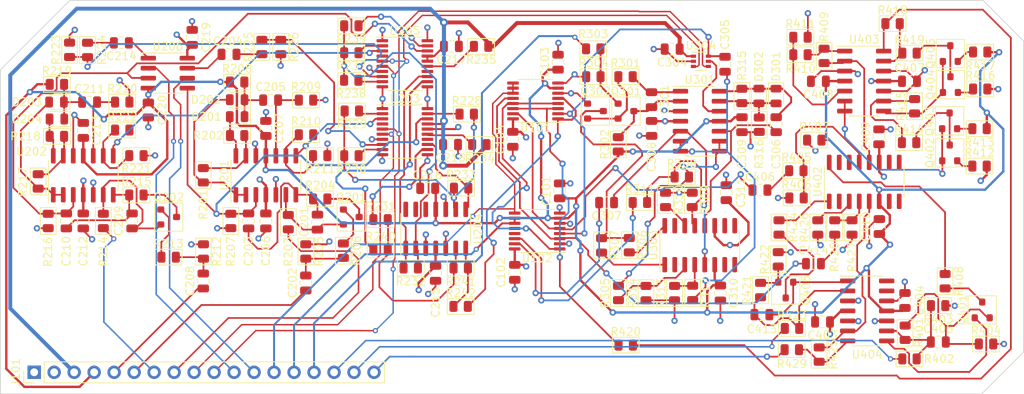
<source format=kicad_pcb>
(kicad_pcb (version 20221018) (generator pcbnew)
  (layers (0 "F.Cu" signal) (1 "In1.Cu" signal) (2 "In2.Cu" signal) (31 "B.Cu" signal) (34 "B.Paste" user) (35 "F.Paste" user) (36 "B.SilkS" user "B.Silkscreen") (37 "F.SilkS" user "F.Silkscreen") (38 "B.Mask" user) (39 "F.Mask" user) (44 "Edge.Cuts" user))
  (net 0 "")
  (net 1 "Net-(Q201-E)")
  (net 2 "Net-(C201-Pad2)")
  (net 3 "CLK_1")
  (net 4 "Net-(C202-Pad2)")
  (net 5 "SAW1_FULL")
  (net 6 "Net-(C204-Pad1)")
  (net 7 "Net-(C204-Pad2)")
  (net 8 "Net-(D201-K)")
  (net 9 "Net-(U201C-+)")
  (net 10 "GND")
  (net 11 "+12V")
  (net 12 "-12V")
  (net 13 "CLK_2")
  (net 14 "Net-(C208-Pad2)")
  (net 15 "Net-(Q202-E)")
  (net 16 "Net-(C209-Pad2)")
  (net 17 "SAW2_FULL")
  (net 18 "Net-(D203-K)")
  (net 19 "Net-(U202C-+)")
  (net 20 "Net-(C214-Pad1)")
  (net 21 "Net-(C214-Pad2)")
  (net 22 "+3.3V")
  (net 23 "Net-(C301-Pad1)")
  (net 24 "Net-(Q301-C)")
  (net 25 "Net-(U301B--)")
  (net 26 "FILTER_OUT")
  (net 27 "Net-(U301C-+)")
  (net 28 "Net-(D301-K)")
  (net 29 "Net-(U301B-+)")
  (net 30 "HP_IN")
  (net 31 "Net-(U404C--)")
  (net 32 "Net-(Q401-E)")
  (net 33 "FOLDER_IN")
  (net 34 "Net-(C406-Pad2)")
  (net 35 "Net-(U404A--)")
  (net 36 "Net-(Q406-B)")
  (net 37 "VCA_IN")
  (net 38 "Net-(C414-Pad2)")
  (net 39 "Net-(D201-A)")
  (net 40 "Net-(D202-A)")
  (net 41 "Net-(D203-A)")
  (net 42 "Net-(D204-A)")
  (net 43 "Net-(D301-A)")
  (net 44 "SDA")
  (net 45 "SCL")
  (net 46 "FOLD_FIRST")
  (net 47 "HP_MODE")
  (net 48 "LEVEL_1_CV")
  (net 49 "LEVEL_2_CV")
  (net 50 "PWM_1_CV")
  (net 51 "PWM_2_CV")
  (net 52 "CUTOFF_CV")
  (net 53 "FOLD_CV")
  (net 54 "VCA_CV")
  (net 55 "VCA_OUT")
  (net 56 "Net-(Q201-B)")
  (net 57 "Net-(Q201-C)")
  (net 58 "Net-(Q202-B)")
  (net 59 "Net-(Q202-C)")
  (net 60 "Net-(Q301-B)")
  (net 61 "Net-(Q301-E)")
  (net 62 "Net-(Q302-C)")
  (net 63 "Net-(Q401-B)")
  (net 64 "Net-(Q401-C)")
  (net 65 "Net-(Q402-B)")
  (net 66 "Net-(Q402-E)")
  (net 67 "Net-(Q402-C)")
  (net 68 "Net-(Q403-E)")
  (net 69 "Net-(Q404-B)")
  (net 70 "Net-(Q404-E)")
  (net 71 "Net-(Q404-C)")
  (net 72 "Net-(Q405-E)")
  (net 73 "Net-(Q406-E)")
  (net 74 "Net-(Q406-C)")
  (net 75 "Net-(U201D--)")
  (net 76 "Net-(U201C--)")
  (net 77 "TRI1_FULL")
  (net 78 "Net-(U202D--)")
  (net 79 "Net-(U202C--)")
  (net 80 "TRI2_FULL")
  (net 81 "PULSE2_FULL")
  (net 82 "PULSE1_FULL")
  (net 83 "Net-(U203C-P2W)")
  (net 84 "Net-(U204C--)")
  (net 85 "Net-(U203A-P0W)")
  (net 86 "Net-(U203B-P1W)")
  (net 87 "Net-(U203D-P3W)")
  (net 88 "Net-(U204B--)")
  (net 89 "Net-(U204A--)")
  (net 90 "Net-(U203E-~{RESET})")
  (net 91 "Net-(U205E-~{RESET})")
  (net 92 "Net-(U205A-P0W)")
  (net 93 "Net-(U205B-P1W)")
  (net 94 "Net-(U205C-P2W)")
  (net 95 "Net-(U205D-P3W)")
  (net 96 "Net-(R241-Pad2)")
  (net 97 "OSC_MIX")
  (net 98 "Net-(U303C-+)")
  (net 99 "Net-(U301C--)")
  (net 100 "Net-(R306-Pad2)")
  (net 101 "Net-(R307-Pad2)")
  (net 102 "Net-(U303A--)")
  (net 103 "Net-(U303A-+)")
  (net 104 "LP_IN")
  (net 105 "Net-(U303C--)")
  (net 106 "Net-(U402A--)")
  (net 107 "Net-(U402A-+)")
  (net 108 "Net-(R408-Pad1)")
  (net 109 "Net-(R409-Pad1)")
  (net 110 "Net-(U403A--)")
  (net 111 "Net-(U403B-+)")
  (net 112 "Net-(U403C--)")
  (net 113 "Net-(R418-Pad1)")
  (net 114 "Net-(U403D--)")
  (net 115 "FOLDER_OUT")
  (net 116 "Net-(R424-Pad1)")
  (net 117 "Net-(U404B--)")
  (net 118 "Net-(R425-Pad2)")
  (net 119 "Net-(U402C-+)")
  (net 120 "Net-(U402C--)")
  (net 128 "Net-(U301D-+)")
  (net 129 "FILTER_IN")
  (net 145 "Net-(U205A-P0B)")
  (net 146 "Net-(U203A-P0B)")
  (footprint "PCM_Resistor_SMD_AKL:R_0805_2012Metric" (layer "F.Cu") (at 115.5 45.55)
    (fp_text reference "R402")
    (fp_text value "92k" hide)
  )
  (footprint "PCM_Resistor_SMD_AKL:R_0805_2012Metric" (layer "F.Cu") (at 101.65 6.9 180)
    (fp_text reference "R410")
    (fp_text value "100k" hide)
  )
  (footprint "Capacitor_SMD:C_0805_2012Metric" (layer "F.Cu") (at 8.38 28.02 90)
    (fp_text reference "C210")
    (fp_text value "1u")
  )
  (footprint "PCM_Resistor_SMD_AKL:R_0805_2012Metric" (layer "F.Cu") (at 75.32 6.15 180)
    (fp_text reference "R303")
    (fp_text value "100k" hide)
  )
  (footprint "Package_SO:SOIC-16_3.9x9.9mm_P1.27mm" (layer "F.Cu") (at 109.75 23.055 90)
    (fp_text reference "U402")
    (fp_text value "LM13700")
  )
  (footprint "Capacitor_SMD:C_0805_2012Metric" (layer "F.Cu") (at 10.53 28.02 90)
    (fp_text reference "C212")
    (fp_text value "100n")
  )
  (footprint "PCM_Resistor_SMD_AKL:R_0805_2012Metric" (layer "F.Cu") (at 82.025 37.1875 90)
    (fp_text reference "R314")
    (fp_text value "220" hide)
  )
  (footprint "Capacitor_SMD:C_0805_2012Metric" (layer "F.Cu") (at 16.73 28.02 90)
    (fp_text reference "C209")
    (fp_text value "1n")
  )
  (footprint "PCM_Resistor_SMD_AKL:R_0805_2012Metric" (layer "F.Cu") (at 15.48 16.47)
    (fp_text reference "R222")
    (fp_text value "10k" hide)
  )
  (footprint "Connector_PinHeader_2.54mm:PinHeader_1x18_P2.54mm_Vertical" (layer "F.Cu") (at 4.29 47.25 90)
    (fp_text reference "J101")
    (fp_text value "VoiceHeader")
  )
  (footprint "PCM_Resistor_SMD_AKL:R_0805_2012Metric" (layer "F.Cu") (at 124.485 6.555 180)
    (fp_text reference "R417")
    (fp_text value "22k" hide)
  )
  (footprint "PCM_Resistor_SMD_AKL:R_0805_2012Metric" (layer "F.Cu") (at 103.85 28.85 90)
    (fp_text reference "R426")
    (fp_text value "680" hide)
  )
  (footprint "PCM_Resistor_SMD_AKL:R_0805_2012Metric" (layer "F.Cu") (at 15.48 12.92)
    (fp_text reference "R220")
    (fp_text value "220k" hide)
  )
  (footprint "PCM_Package_TO_SOT_SMD_AKL:SOT-23" (layer "F.Cu") (at 120.7 10.7 90)
    (fp_text reference "Q404")
    (fp_text value "BC857" hide)
  )
  (footprint "PCM_Resistor_SMD_AKL:R_0805_2012Metric" (layer "F.Cu") (at 44.6 19.73 180)
    (fp_text reference "R230")
    (fp_text value "100k" hide)
  )
  (footprint "PCM_Resistor_SMD_AKL:R_0805_2012Metric" (layer "F.Cu") (at 38.83 17.07)
    (fp_text reference "R210")
    (fp_text value "10k" hide)
  )
  (footprint "PCM_Resistor_SMD_AKL:R_0805_2012Metric" (layer "F.Cu") (at 98.825 32.9 90)
    (fp_text reference "R422")
    (fp_text value "1k" hide)
  )
  (footprint "PCM_Package_TO_SOT_SMD_AKL:SOT-23" (layer "F.Cu") (at 21.38 27.52)
    (fp_text reference "Q202")
    (fp_text value "BC857" hide)
  )
  (footprint "PCM_Resistor_SMD_AKL:R_0805_2012Metric" (layer "F.Cu") (at 35.62 5.925 -90)
    (fp_text reference "R226")
    (fp_text value "100k" hide)
  )
  (footprint "PCM_Resistor_SMD_AKL:R_0805_2012Metric" (layer "F.Cu") (at 116.15 13.45 90)
    (fp_text reference "R415")
    (fp_text value "18k" hide)
  )
  (footprint "PCM_Resistor_SMD_AKL:R_0805_2012Metric" (layer "F.Cu") (at 21.375 32.625)
    (fp_text reference "R213")
    (fp_text value "1k" hide)
  )
  (footprint "Capacitor_SMD:C_0805_2012Metric" (layer "F.Cu") (at 31.53 28.02 90)
    (fp_text reference "C203")
    (fp_text value "1u")
  )
  (footprint "Capacitor_SMD:C_0805_2012Metric" (layer "F.Cu") (at 77.015 25.685 180)
    (fp_text reference "C307")
    (fp_text value "1n")
  )
  (footprint "Capacitor_SMD:C_0805_2012Metric" (layer "F.Cu") (at 65.35 34.55 -90)
    (fp_text reference "C102")
    (fp_text value "100n")
  )
  (footprint "PCM_Resistor_SMD_AKL:R_0805_2012Metric" (layer "F.Cu") (at 100.575 41.675)
    (fp_text reference "R423")
    (fp_text value "100k" hide)
  )
  (footprint "Capacitor_SMD:C_0805_2012Metric" (layer "F.Cu") (at 33.73 28.02 90)
    (fp_text reference "C206")
    (fp_text value "100n")
  )
  (footprint "PCM_Resistor_SMD_AKL:R_0805_2012Metric" (layer "F.Cu") (at 85.65 37.1875 90)
    (fp_text reference "R313")
    (fp_text value "220" hide)
  )
  (footprint "PCM_Resistor_SMD_AKL:R_0805_2012Metric" (layer "F.Cu") (at 40.63 19.72 180)
    (fp_text reference "R211")
    (fp_text value "10k" hide)
  )
  (footprint "Capacitor_SMD:C_0805_2012Metric" (layer "F.Cu") (at 115.5 10.275)
    (fp_text reference "C407")
    (fp_text value "100n")
  )
  (footprint "Package_SO:SOIC-14_3.9x8.7mm_P1.27mm" (layer "F.Cu") (at 110.125 39.45)
    (fp_text reference "U404")
    (fp_text value "TL074")
  )
  (footprint "Capacitor_SMD:C_0805_2012Metric" (layer "F.Cu") (at 96.5 24.1)
    (fp_text reference "C406")
    (fp_text value "470n")
  )
  (footprint "PCM_Resistor_SMD_AKL:R_0805_2012Metric" (layer "F.Cu") (at 78.5 18.29 90)
    (fp_text reference "R302")
    (fp_text value "470k" hide)
  )
  (footprint "PCM_Resistor_SMD_AKL:R_0805_2012Metric" (layer "F.Cu") (at 7.18 17.27 180)
    (fp_text reference "R218")
    (fp_text value "10k" hide)
  )
  (footprint "Capacitor_SMD:C_0805_2012Metric" (layer "F.Cu") (at 11.33 12.92)
    (fp_text reference "C211")
    (fp_text value "1u")
  )
  (footprint "PCM_Resistor_SMD_AKL:R_0805_2012Metric" (layer "F.Cu") (at 33.22 5.925 90)
    (fp_text reference "R225")
    (fp_text value "220k" hide)
  )
  (footprint "Capacitor_SMD:C_0805_2012Metric" (layer "F.Cu") (at 104.45 40.85 180)
    (fp_text reference "C403")
    (fp_text value "100n")
  )
  (footprint "PCM_Resistor_SMD_AKL:R_0805_2012Metric" (layer "F.Cu") (at 36.58 28.17 90)
    (fp_text reference "R203")
    (fp_text value "100k" hide)
  )
  (footprint "Capacitor_SMD:C_0805_2012Metric" (layer "F.Cu") (at 24.37 4.7 -90)
    (fp_text reference "C219")
    (fp_text value "100n")
  )
  (footprint "PCM_Resistor_SMD_AKL:R_0805_2012Metric" (layer "F.Cu") (at 58.475 38.875)
    (fp_text reference "R242")
    (fp_text value "1k" hide)
  )
  (footprint "PCM_Resistor_SMD_AKL:R_0805_2012Metric" (layer "F.Cu") (at 59.25 14.45)
    (fp_text reference "R228")
    (fp_text value "100k" hide)
  )
  (footprint "PCM_Package_TO_SOT_SMD_AKL:SOT-23" (layer "F.Cu") (at 124.7375 39.325 90)
    (fp_text reference "Q401")
    (fp_text value "BC858" hide)
  )
  (footprint "PCM_Package_TO_SOT_SMD_AKL:SOT-23" (layer "F.Cu") (at 44.58 27.52)
    (fp_text reference "Q201")
    (fp_text value "BC857" hide)
  )
  (footprint "PCM_Resistor_SMD_AKL:R_0805_2012Metric" (layer "F.Cu") (at 108.2 28.85 90)
    (fp_text reference "R427")
    (fp_text value "680" hide)
  )
  (footprint "Capacitor_SMD:C_0805_2012Metric" (layer "F.Cu") (at 114.925 38.125 90)
    (fp_text reference "C404")
    (fp_text value "100n")
  )
  (footprint "Package_SO:SOIC-14_3.9x8.7mm_P1.27mm" (layer "F.Cu") (at 10.53 22.22 90)
    (fp_text reference "U202")
    (fp_text value "TL074")
  )
  (footprint "Capacitor_SMD:C_0805_2012Metric" (layer "F.Cu") (at 82.725 12.615 -90)
    (fp_text reference "C301")
    (fp_text value "4n7")
  )
  (footprint "Capacitor_SMD:C_0805_2012Metric" (layer "F.Cu") (at 96.75 39.925)
    (fp_text reference "C413")
    (fp_text value "1n")
  )
  (footprint "PCM_Resistor_SMD_AKL:R_0805_2012Metric" (layer "F.Cu") (at 38.83 12.67)
    (fp_text reference "R209")
    (fp_text value "220k" hide)
  )
  (footprint "PCM_Resistor_SMD_AKL:R_0805_2012Metric" (layer "F.Cu") (at 58.535 23.85)
    (fp_text reference "R233")
    (fp_text value "100k" hide)
  )
  (footprint "PCM_Resistor_SMD_AKL:R_0805_2012Metric" (layer "F.Cu") (at 40.63 25.22)
    (fp_text reference "R204")
    (fp_text value "1k" hide)
  )
  (footprint "PCM_Resistor_SMD_AKL:R_0805_2012Metric" (layer "F.Cu") (at 98.925 28.85 -90)
    (fp_text reference "R424")
    (fp_text value "4k7" hide)
  )
  (footprint "Capacitor_SMD:C_0805_2012Metric" (layer "F.Cu") (at 82.74 16.265 -90)
    (fp_text reference "C308")
    (fp_text value "100n")
  )
  (footprint "PCM_Resistor_SMD_AKL:R_0805_2012Metric" (layer "F.Cu") (at 79.425 9.69)
    (fp_text reference "R301")
    (fp_text value "4k7" hide)
  )
  (footprint "PCM_Resistor_SMD_AKL:R_0805_2012Metric" (layer "F.Cu") (at 7.18 10.67)
    (fp_text reference "R219")
    (fp_text value "10k" hide)
  )
  (footprint "Capacitor_SMD:C_0805_2012Metric" (layer "F.Cu") (at 57.1875 18.32 180)
    (fp_text reference "C218")
    (fp_text value "100n")
  )
  (footprint "Diode_SMD:D_0805_2012Metric" (layer "F.Cu") (at 7.13 12.92 180)
    (fp_text reference "D203")
    (fp_text value "1N4148")
  )
  (footprint "Package_TO_SOT_SMD:SOT-363_SC-70-6" (layer "F.Cu") (at 89 7.74)
    (fp_text reference "U304")
    (fp_text value "MCP4018-103E/LT")
  )
  (footprint "LED_SMD:LED_0805_2012Metric" (layer "F.Cu") (at 96.375 12.14 90)
    (fp_text reference "D302")
    (fp_text value "LED")
  )
  (footprint "Capacitor_SMD:C_0805_2012Metric" (layer "F.Cu") (at 18.795 13.925 90)
    (fp_text reference "C220")
    (fp_text value "100n")
  )
  (footprint "PCM_Resistor_SMD_AKL:R_0805_2012Metric" (layer "F.Cu") (at 61.075 5.84 180)
    (fp_text reference "R235")
    (fp_text value "10k" hide)
  )
  (footprint "Capacitor_SMD:C_0805_2012Metric" (layer "F.Cu") (at 70.85 7.85 90)
    (fp_text reference "C103")
    (fp_text value "100n")
  )
  (footprint "PCM_Resistor_SMD_AKL:R_0805_2012Metric" (layer "F.Cu") (at 6.075 28.025 -90)
    (fp_text reference "R216")
    (fp_text value "220k" hide)
  )
  (footprint "Capacitor_SMD:C_0805_2012Metric" (layer "F.Cu") (at 33.73 16.27 -90)
    (fp_text reference "C207")
    (fp_text value "100n")
  )
  (footprint "PCM_Resistor_SMD_AKL:R_0805_2012Metric" (layer "F.Cu") (at 29.28 28.02 -90)
    (fp_text reference "R207")
    (fp_text value "220k" hide)
  )
  (footprint "Capacitor_SMD:C_0805_2012Metric" (layer "F.Cu") (at 25.775 35.65 90)
    (fp_text reference "C208")
    (fp_text value "1n")
  )
  (footprint "Capacitor_SMD:C_0805_2012Metric" (layer "F.Cu") (at 55.285 34.675 90)
    (fp_text reference "C215")
    (fp_text value "100n")
  )
  (footprint "Package_SO:SOIC-14_3.9x8.7mm_P1.27mm" (layer "F.Cu") (at 33.73 22.22 90)
    (fp_text reference "U201")
    (fp_text value "TL074")
  )
  (footprint "PCM_Resistor_SMD_AKL:R_0805_2012Metric" (layer "F.Cu") (at 75.337501 9.69 180)
    (fp_text reference "R304")
    (fp_text value "1k8" hide)
  )
  (footprint "PCM_Resistor_SMD_AKL:R_0805_2012Metric" (layer "F.Cu") (at 4.8 23 90)
    (fp_text reference "R217")
    (fp_text value "10k" hide)
  )
  (footprint "PCM_Resistor_SMD_AKL:R_0805_2012Metric" (layer "F.Cu") (at 120.025 35.675 -90)
    (fp_text reference "R408")
    (fp_text value "4k7" hide)
  )
  (footprint "PCM_Resistor_SMD_AKL:R_0805_2012Metric" (layer "F.Cu") (at 103.4 17.75)
    (fp_text reference "R407")
    (fp_text value "680" hide)
  )
  (footprint "PCM_Resistor_SMD_AKL:R_0805_2012Metric" (layer "F.Cu") (at 11.07 6.295 -90)
    (fp_text reference "R224")
    (fp_text value "220k" hide)
  )
  (footprint "PCM_Resistor_SMD_AKL:R_0805_2012Metric" (layer "F.Cu") (at 30.08 17.17 180)
    (fp_text reference "R202")
    (fp_text value "10k" hide)
  )
  (footprint "Capacitor_SMD:C_0805_2012Metric" (layer "F.Cu") (at 85.35 6.19 180)
    (fp_text reference "C304")
    (fp_text value "100n")
  )
  (footprint "PCM_Resistor_SMD_AKL:R_0805_2012Metric" (layer "F.Cu") (at 81.25 25.675)
    (fp_text reference "R311")
    (fp_text value "10k" hide)
  )
  (footprint "Capacitor_SMD:C_0805_2012Metric" (layer "F.Cu") (at 65.1 17.65 -90)
    (fp_text reference "C104")
    (fp_text value "100n")
  )
  (footprint "Capacitor_SMD:C_0805_2012Metric" (layer "F.Cu") (at 98.565 15.79 90)
    (fp_text reference "C306")
    (fp_text value "1n")
  )
  (footprint "Capacitor_SMD:C_0805_2012Metric" (layer "F.Cu") (at 10.53 16.52 -90)
    (fp_text reference "C213")
    (fp_text value "100n")
  )
  (footprint "Capacitor_SMD:C_0805_2012Metric" (layer "F.Cu") (at 57.3 5.84 180)
    (fp_text reference "C217")
    (fp_text value "100n")
  )
  (footprint "Capacitor_SMD:C_0805_2012Metric" (layer "F.Cu") (at 15.37 5.395 180)
    (fp_text reference "C214")
    (fp_text value "1u")
  )
  (footprint "PCM_Resistor_SMD_AKL:R_0805_2012Metric" (layer "F.Cu") (at 87.9 25.35 -90)
    (fp_text reference "R309")
    (fp_text value "220" hide)
  )
  (footprint "PCM_Resistor_SMD_AKL:R_0805_2012Metric" (layer "F.Cu") (at 44.575 10.15 180)
    (fp_text reference "R238")
    (fp_text value "100k" hide)
  )
  (footprint "PCM_Resistor_SMD_AKL:R_0805_2012Metric" (layer "F.Cu") (at 25.8 31.9 -90)
    (fp_text reference "R212")
    (fp_text value "47k" hide)
  )
  (footprint "PCM_Resistor_SMD_AKL:R_0805_2012Metric" (layer "F.Cu") (at 44.5875 3.225 180)
    (fp_text reference "R239")
    (fp_text value "100k" hide)
  )
  (footprint "PCM_Package_TO_SOT_SMD_AKL:SOT-23" (layer "F.Cu") (at 99.775 36.8 -90)
    (fp_text reference "Q406")
    (fp_text value "BC858" hide)
  )
  (footprint "Package_SO:SOIC-16_3.9x9.9mm_P1.27mm" (layer "F.Cu") (at 88.85 31.1 90)
    (fp_text reference "U303")
    (fp_text value "LM13700")
  )
  (footprint "PCM_Package_TO_SOT_SMD_AKL:SOT-23" (layer "F.Cu") (at 79.48 14.065001)
    (fp_text reference "Q301")
    (fp_text value "BC858" hide)
  )
  (footprint "PCM_Resistor_SMD_AKL:R_0805_2012Metric" (layer "F.Cu") (at 60.85 18.32 180)
    (fp_text reference "R234")
    (fp_text value "10k" hide)
  )
  (footprint "PCM_Resistor_SMD_AKL:R_0805_2012Metric" (layer "F.Cu") (at 48.3 31.7)
    (fp_text reference "R240")
    (fp_text value "220k" hide)
  )
  (footprint "PCM_Resistor_SMD_AKL:R_0805_2012Metric" (layer "F.Cu") (at 104.025 45 -90)
    (fp_text reference "R425")
    (fp_text value "22k" hide)
  )
  (footprint "PCM_Resistor_SMD_AKL:R_0805_2012Metric" (layer "F.Cu") (at 119.1375 38.775 180)
    (fp_text reference "R403")
    (fp_text value "680k" hide)
  )
  (footprint "Capacitor_SMD:C_0805_2012Metric" (layer "F.Cu") (at 71.05 24.2 90)
    (fp_text reference "C101")
    (fp_text value "100n")
  )
  (footprint "Diode_SMD:D_0805_2012Metric" (layer "F.Cu") (at 30.08 12.62 180)
    (fp_text reference "D202")
    (fp_text value "1N4148")
  )
  (footprint "PCM_Resistor_SMD_AKL:R_0805_2012Metric" (layer "F.Cu") (at 17.28 24.72)
    (fp_text reference "R215")
    (fp_text value "1k" hide)
  )
  (footprint "PCM_Resistor_SMD_AKL:R_0805_2012Metric" (layer "F.Cu") (at 101.15 25.1)
    (fp_text reference "R406")
    (fp_text value "680" hide)
  )
  (footprint "Capacitor_SMD:C_0805_2012Metric" (layer "F.Cu") (at 111.675 28.73 90)
    (fp_text reference "C410")
    (fp_text value "100n")
  )
  (footprint "Capacitor_SMD:C_0805_2012Metric" (layer "F.Cu") (at 34.33 12.67)
    (fp_text reference "C205")
    (fp_text value "1u")
  )
  (footprint "PCM_Resistor_SMD_AKL:R_0805_2012Metric" (layer "F.Cu") (at 101.125 21.64)
    (fp_text reference "R405")
    (fp_text value "100k" hide)
  )
  (footprint "Package_SO:TSSOP-20_4.4x6.5mm_P0.65mm" (layer "F.Cu") (at 51.3875 8.05)
    (fp_text reference "U205")
    (fp_text value "MCP4451-104E-ST")
  )
  (footprint "PCM_Resistor_SMD_AKL:R_0805_2012Metric" (layer "F.Cu") (at 86.575 22.44)
    (fp_text reference "R308")
    (fp_text value "10k" hide)
  )
  (footprint "PCM_Resistor_SMD_AKL:R_0805_2012Metric" (layer "F.Cu") (at 104.65 7.05 -90)
    (fp_text reference "R409")
    (fp_text value "47k" hide)
  )
  (footprint "PCM_Resistor_SMD_AKL:R_0805_2012Metric" (layer "F.Cu") (at 124.4 16.3 180)
    (fp_text reference "R413")
    (fp_text value "22k" hide)
  )
  (footprint "Capacitor_SMD:C_0805_2012Metric" (layer "F.Cu") (at 111.625 17.33 90)
    (fp_text reference "C409")
    (fp_text value "100n")
  )
  (footprint "PCM_Package_TO_SOT_SMD_AKL:SOT-23" (layer "F.Cu") (at 120.6 15.3 90)
    (fp_text reference "Q403")
    (fp_text value "BC847" hide)
  )
  (footprint "PCM_Resistor_SMD_AKL:R_0805_2012Metric" (layer "F.Cu") (at 79.9 31.1 -90)
    (fp_text reference "R306")
    (fp_text value "10k" hide)
  )
  (footprint "Package_SO:SOIC-8_3.9x4.9mm_P1.27mm" (layer "F.Cu") (at 21.27 9.245)
    (fp_text reference "U206")
    (fp_text value "TL072")
  )
  (footprint "Capacitor_SMD:C_0805_2012Metric" (layer "F.Cu") (at 103.925 10.275 180)
    (fp_text reference "C408")
    (fp_text value "100n")
  )
  (footprint "PCM_Resistor_SMD_AKL:R_0805_2012Metric" (layer "F.Cu") (at 48.3 27.85)
    (fp_text reference "R231")
    (fp_text value "220k" hide)
  )
  (footprint "PCM_Resistor_SMD_AKL:R_0805_2012Metric" (layer "F.Cu") (at 94.2 12.14 90)
    (fp_text reference "R315")
    (fp_text value "10k" hide)
  )
  (footprint "Capacitor_SMD:C_0805_2012Metric" (layer "F.Cu") (at 40.28 28.17 90)
    (fp_text reference "C201")
    (fp_text value "1n")
  )
  (footprint "Diode_SMD:D_0805_2012Metric" (layer "F.Cu") (at 30.08 14.77 180)
    (fp_text reference "D201")
    (fp_text value "1N4148")
  )
  (footprint "Capacitor_SMD:C_0805_2012Metric" (layer "F.Cu") (at 92.225 24.425 90)
    (fp_text reference "C311")
    (fp_text value "100n")
  )
  (footprint "PCM_Resistor_SMD_AKL:R_0805_2012Metric" (layer "F.Cu") (at 113.35 2.95)
    (fp_text reference "R418")
    (fp_text value "220k" hide)
  )
  (footprint "PCM_Package_TO_SOT_SMD_AKL:SOT-23" (layer "F.Cu") (at 120.685 6.755 90)
    (fp_text reference "Q405")
    (fp_text value "BC847" hide)
  )
  (footprint "PCM_Package_TO_SOT_SMD_AKL:SOT-23" (layer "F.Cu") (at 120.615 19.375001 90)
    (fp_text reference "Q402")
    (fp_text value "BC857" hide)
  )
  (footprint "PCM_Resistor_SMD_AKL:R_0805_2012Metric" (layer "F.Cu") (at 125.225 43.65)
    (fp_text reference "R404")
    (fp_text value "1k" hide)
  )
  (footprint "Capacitor_SMD:C_0805_2012Metric" (layer "F.Cu") (at 119.1625 43.4)
    (fp_text reference "C405")
    (fp_text value "1n")
  )
  (footprint "PCM_Resistor_SMD_AKL:R_0805_2012Metric" (layer "F.Cu") (at 115.45 18.075)
    (fp_text reference "R414")
    (fp_text value "10k" hide)
  )
  (footprint "LED_SMD:LED_0805_2012Metric" (layer "F.Cu") (at 98.55 12.15 -90)
    (fp_text reference "D301")
    (fp_text value "LED")
  )
  (footprint "PCM_Resistor_SMD_AKL:R_0805_2012Metric" (layer "F.Cu") (at 101.65 4.68)
    (fp_text reference "R411")
    (fp_text value "5k6" hide)
  )
  (footprint "PCM_Resistor_SMD_AKL:R_0805_2012Metric" (layer "F.Cu") (at 79.45 43.8)
    (fp_text reference "R420")
    (fp_text value "1k" hide)
  )
  (footprint "PCM_Resistor_SMD_AKL:R_0805_2012Metric" (layer "F.Cu") (at 78.525 37.175 90)
    (fp_text reference "R305")
    (fp_text value "10k" hide)
  )
  (footprint "PCM_Resistor_SMD_AKL:R_0805_2012Metric" (layer "F.Cu") (at 96.415 15.79 90)
    (fp_text reference "R316")
    (fp_text value "1k8" hide)
  )
  (footprint "Package_SO:SOIC-14_3.9x8.7mm_P1.27mm" (layer "F.Cu") (at 88.875 15.35)
    (fp_text reference "U301")
    (fp_text value "TL074")
  )
  (footprint "PCM_Resistor_SMD_AKL:R_0805_2012Metric" (layer "F.Cu") (at 84.5 25.35 -90)
    (fp_text reference "R310")
    (fp_text value "220" hide)
  )
  (footprint "PCM_Resistor_SMD_AKL:R_0805_2012Metric" (layer "F.Cu") (at 87.95 37.1625 -90)
    (fp_text reference "R312")
    (fp_text value "10k" hide)
  )
  (footprint "Capacitor_SMD:C_0805_2012Metric" (layer "F.Cu") (at 94.215 15.79 -90)
    (fp_text reference "C309")
    (fp_text value "100n")
  )
  (footprint "PCM_Resistor_SMD_AKL:R_0805_2012Metric" (layer "F.Cu") (at 76.375 31.125 -90)
    (fp_text reference "R307")
    (fp_text value "10k" hide)
  )
  (footprint "PCM_Resistor_SMD_AKL:R_0805_2012Metric" (layer "F.Cu") (at 100.55 44.375 180)
    (fp_text reference "R429")
    (fp_text value "1k" hide)
  )
  (footprint "Capacitor_SMD:C_0805_2012Metric" (layer "F.Cu") (at 54.285 23.875)
    (fp_text reference "C216")
    (fp_text value "100n")
  )
  (footprint "PCM_Resistor_SMD_AKL:R_0805_2012Metric" (layer "F.Cu") (at 44.5875 6.65 180)
    (fp_text reference "R237")
    (fp_text value "100k" hide)
  )
  (footprint "Package_SO:TSSOP-20_4.4x6.5mm_P0.65mm" (layer "F.Cu") (at 51.4 16.675)
    (fp_text reference "U203")
    (fp_text value "MCP4451-104E-ST")
  )
  (footprint "Package_SO:TSSOP-16_4.4x5mm_P0.65mm" (layer "F.Cu") (at 68.2 29.3 180)
    (fp_text reference "U102")
    (fp_text value "TMUX4053")
  )
  (footprint "PCM_Resistor_SMD_AKL:R_0805_2012Metric" (layer "F.Cu") (at 38.8 31.9 -90)
    (fp_text reference "R205")
    (fp_text value "47k" hide)
  )
  (footprint "Package_SO:SOIC-14_3.9x8.7mm_P1.27mm" (layer "F.Cu") (at 109.75 10.25)
    (fp_text reference "U403")
    (fp_text value "TL074")
  )
  (footprint "PCM_Resistor_SMD_AKL:R_0805_2012Metric" (layer "F.Cu") (at 124.485 11.255)
    (fp_text reference "R416")
    (fp_text value "22k" hide)
  )
  (footprint "PCM_Resistor_SMD_AKL:R_0805_2012Metric" (layer "F.Cu") (at 96.575 36.8 90)
    (fp_text reference "R421")
    (fp_text value "12k" hide)
  )
  (footprint "PCM_Resistor_SMD_AKL:R_0805_2012Metric" (layer "F.Cu") (at 44.65 14.05 180)
    (fp_text reference "R229")
    (fp_text value "100k" hide)
  )
  (footprint "Capacitor_SMD:C_0805_2012Metric" (layer "F.Cu") (at 103.3 33.45)
    (fp_text reference "C414")
    (fp_text value "470n")
  )
  (footprint "PCM_Resistor_SMD_AKL:R_0805_2012Metric" (layer "F.Cu") (at 114.95 42.225 90)
    (fp_text reference "R401")
    (fp_text value "6k8" hide)
  )
  (footprint "PCM_Resistor_SMD_AKL:R_0805_2012Metric" (layer "F.Cu") (at 43.575 31.8 -90)
    (fp_text reference "R206")
    (fp_text value "1k" hide)
  )
  (footprint "Diode_SMD:D_0805_2012Metric" (layer "F.Cu") (at 7.18 15.07 180)
    (fp_text reference "D204")
    (fp_text value "1N4148")
  )
  (footprint "Capacitor_SMD:C_0805_2012Metric" (layer "F.Cu") (at 91.475 37.175 -90)
    (fp_text reference "C310")
    (fp_text value "100n")
  )
  (footprint "PCM_Resistor_SMD_AKL:R_0805_2012Metric" (layer "F.Cu") (at 58.485 34)
    (fp_text reference "R241")
    (fp_text value "100k" hide)
  )
  (footprint "PCM_Resistor_SMD_AKL:R_0805_2012Metric" (layer "F.Cu") (at 8.785 6.279999 90)
    (fp_text reference "R223")
    (fp_text value "100k" hide)
  )
  (footprint "PCM_Resistor_SMD_AKL:R_0805_2012Metric" (layer "F.Cu") (at 25.78 22.22 90)
    (fp_text reference "R201")
    (fp_text value "10k" hide)
  )
  (footprint "Package_SO:SOIC-14_3.9x8.7mm_P1.27mm" (layer "F.Cu") (at 55.31 29.025 90)
    (fp_text reference "U204")
    (fp_text value "TL074")
  )
  (footprint "PCM_Resistor_SMD_AKL:R_0805_2012Metric" (layer "F.Cu") (at 17.28 19.72 180)
    (fp_text reference "R221")
    (fp_text value "10k" hide)
  )
  (footprint "PCM_Resistor_SMD_AKL:R_0805_2012Metric" (layer "F.Cu") (at 30.08 10.37)
    (fp_text reference "R208")
    (fp_text value "10k" hide)
  )
  (footprint "Capacitor_SMD:C_0805_2012Metric" (layer "F.Cu") (at 38.8 35.9 90)
    (fp_text reference "C202")
    (fp_text value "1n")
  )
  (footprint "PCM_Resistor_SMD_AKL:R_0805_2012Metric" (layer "F.Cu") (at 115.5 6.7)
    (fp_text reference "R419")
    (fp_text value "10k" hide)
  )
  (footprint "Capacitor_SMD:C_0805_2012Metric" (layer "F.Cu") (at 29.045 6.855)
    (fp_text reference "C204")
    (fp_text value "1u")
  )
  (footprint "PCM_Resistor_SMD_AKL:R_0805_2012Metric" (layer "F.Cu") (at 106 28.85 -90)
    (fp_text reference "R428")
    (fp_text value "100k" hide)
  )
  (footprint "PCM_Package_TO_SOT_SMD_AKL:SOT-23" (layer "F.Cu") (at 75.6 14.065)
    (fp_text reference "Q302")
    (fp_text value "BC858" hide)
  )
  (footprint "PCM_Resistor_SMD_AKL:R_0805_2012Metric" (layer "F.Cu") (at 13.08 28.02 90)
    (fp_text reference "R214")
    (fp_text value "100k" hide)
  )
  (footprint "Capacitor_SMD:C_0805_2012Metric" (layer "F.Cu") (at 92.065 8.115 90)
    (fp_text reference "C305")
    (fp_text value "470n")
  )
  (footprint "PCM_Resistor_SMD_AKL:R_0805_2012Metric" (layer "F.Cu") (at 52.135 34 180)
    (fp_text reference "R232")
    (fp_text value "100k" hide)
  )
  (footprint "Package_SO:TSSOP-16_4.4x5mm_P0.65mm" (layer "F.Cu") (at 67.9875 12.775 180)
    (fp_text reference "U101")
    (fp_text value "TMUX4053")
  )
  (footprint "PCM_Resistor_SMD_AKL:R_0805_2012Metric" (layer "F.Cu") (at 124.4 21.05)
    (fp_text reference "R412")
    (fp_text value "22k" hide)
  )
  (gr_poly (pts (xy 0 50) (xy 0 8.81) (xy 8.81 0) (xy 124.85 0) (xy 130 5.15) (xy 130 44.67) (xy 124.67 50)) (stroke (width 0.1)) (fill none) (layer "Edge.Cuts"))
  (segment (start 40.28 29.12) (end 38.4425 29.12) (width 0.22) (layer "F.Cu") (net 1))
  (segment (start 36.27 26.9475) (end 36.58 27.2575) (width 0.22) (layer "F.Cu") (net 1))
  (segment (start 40.93 28.47) (end 40.28 29.12) (width 0.22) (layer "F.Cu") (net 1))
  (segment (start 38.4425 29.12) (end 36.58 27.2575) (width 0.22) (layer "F.Cu") (net 1))
  (segment (start 36.27 24.695) (end 36.27 26.9475) (width 0.22) (layer "F.Cu") (net 1))
  (segment (start 43.58 28.47) (end 40.93 28.47) (width 0.22) (layer "F.Cu") (net 1))
  (segment (start 35.2 27) (end 35.66 26.54) (width 0.22) (layer "F.Cu") (net 2))
  (segment (start 35.2 30.7) (end 35.2 27) (width 0.22) (layer "F.Cu") (net 2))
  (segment (start 39.1925 24.695) (end 39.7175 25.22) (width 0.22) (layer "F.Cu") (net 2))
  (segment (start 37.54 24.695) (end 39.1925 24.695) (width 0.22) (layer "F.Cu") (net 2))
  (segment (start 40.28 27.22) (end 40.28 25.7825) (width 0.22) (layer "F.Cu") (net 2))
  (segment (start 35.66 23.64) (end 36.05 23.25) (width 0.22) (layer "F.Cu") (net 2))
  (segment (start 36.6 23.25) (end 37.54 24.19) (width 0.22) (layer "F.Cu") (net 2))
  (segment (start 31.53 30.38) (end 32.7 31.55) (width 0.22) (layer "F.Cu") (net 2))
  (segment (start 36.05 23.25) (end 36.6 23.25) (width 0.22) (layer "F.Cu") (net 2))
  (segment (start 32.7 31.55) (end 34.35 31.55) (width 0.22) (layer "F.Cu") (net 2))
  (segment (start 34.35 31.55) (end 35.2 30.7) (width 0.22) (layer "F.Cu") (net 2))
  (segment (start 31.53 28.97) (end 31.53 30.38) (width 0.22) (layer "F.Cu") (net 2))
  (segment (start 35.66 26.54) (end 35.66 25.660538) (width 0.22) (layer "F.Cu") (net 2))
  (segment (start 40.28 25.7825) (end 39.7175 25.22) (width 0.22) (layer "F.Cu") (net 2))
  (segment (start 37.54 24.19) (end 37.54 24.695) (width 0.22) (layer "F.Cu") (net 2))
  (segment (start 35.66 25.660538) (end 35.66 23.64) (width 0.22) (layer "F.Cu") (net 2))
  (segment (start 25.54 38.7) (end 36.95 38.7) (width 0.22) (layer "F.Cu") (net 3))
  (segment (start 36.95 38.7) (end 38.8 36.85) (width 0.22) (layer "F.Cu") (net 3))
  (segment (start 16.99 47.25) (end 25.54 38.7) (width 0.22) (layer "F.Cu") (net 3))
  (segment (start 43.475 32.8125) (end 43.575 32.7125) (width 0.22) (layer "F.Cu") (net 4))
  (segment (start 38.8 34.95) (end 38.8 32.8125) (width 0.22) (layer "F.Cu") (net 4))
  (segment (start 38.8 32.8125) (end 43.475 32.8125) (width 0.22) (layer "F.Cu") (net 4))
  (segment (start 31.53 27.07) (end 32.46 26.14) (width 0.22) (layer "F.Cu") (net 5))
  (segment (start 23.775 23.425) (end 23.775 11.18) (width 0.22) (layer "F.Cu") (net 5))
  (segment (start 52.83 15.652538) (end 52.83 18.01) (width 0.25) (layer "F.Cu") (net 5))
  (segment (start 23.775 11.18) (end 23.745 11.15) (width 0.22) (layer "F.Cu") (net 5))
  (segment (start 29.28 27.1075) (end 27.4575 27.1075) (width 0.22) (layer "F.Cu") (net 5))
  (segment (start 53.432538 15.05) (end 52.83 15.652538) (width 0.25) (layer "F.Cu") (net 5))
  (segment (start 27.4575 27.1075) (end 23.775 23.425) (width 0.22) (layer "F.Cu") (net 5))
  (segment (start 29.28 27.1075) (end 31.4925 27.1075) (width 0.22) (layer "F.Cu") (net 5))
  (segment (start 54.2625 15.05) (end 53.432538 15.05) (width 0.25) (layer "F.Cu") (net 5))
  (segment (start 31.4925 27.1075) (end 31.53 27.07) (width 0.22) (layer "F.Cu") (net 5))
  (segment (start 32.46 26.14) (end 32.46 24.695) (width 0.22) (layer "F.Cu") (net 5))
  (via (at 27.4575 27.1075) (size 0.8) (drill 0.4) (layers "F.Cu" "B.Cu") (net 5))
  (via (at 52.83 18.01) (size 0.8) (drill 0.4) (layers "F.Cu" "B.Cu") (net 5))
  (segment (start 27.4575 25.8825) (end 27.4575 27.1075) (width 0.25) (layer "B.Cu") (net 5))
  (segment (start 46.46 20.94) (end 39.42 20.94) (width 0.25) (layer "B.Cu") (net 5))
  (segment (start 52.83 18.01) (end 49.39 18.01) (width 0.25) (layer "B.Cu") (net 5))
  (segment (start 38.19 19.71) (end 33.63 19.71) (width 0.25) (layer "B.Cu") (net 5))
  (segment (start 33.63 19.71) (end 27.4575 25.8825) (width 0.25) (layer "B.Cu") (net 5))
  (segment (start 49.39 18.01) (end 46.46 20.94) (width 0.25) (layer "B.Cu") (net 5))
  (segment (start 39.42 20.94) (end 38.19 19.71) (width 0.25) (layer "B.Cu") (net 5))
  (segment (start 23.745 8.61) (end 26.34 8.61) (width 0.22) (layer "F.Cu") (net 6))
  (segment (start 26.34 8.61) (end 28.095 6.855) (width 0.22) (layer "F.Cu") (net 6))
  (segment (start 30.0125 6.8375) (end 33.22 6.8375) (width 0.22) (layer "F.Cu") (net 7))
  (segment (start 29.995 6.855) (end 30.0125 6.8375) (width 0.22) (layer "F.Cu") (net 7))
  (segment (start 33.38 12.67) (end 31.0675 12.67) (width 0.22) (layer "F.Cu") (net 8))
  (segment (start 31.0175 10.395) (end 30.9925 10.37) (width 0.22) (layer "F.Cu") (net 8))
  (segment (start 31.0175 14.77) (end 31.0175 10.395) (width 0.22) (layer "F.Cu") (net 8))
  (segment (start 31.0675 12.67) (end 31.0175 12.62) (width 0.22) (layer "F.Cu") (net 8))
  (segment (start 37.9175 12.67) (end 35.28 12.67) (width 0.22) (layer "F.Cu") (net 9))
  (segment (start 35 19.745) (end 35 12.95) (width 0.22) (layer "F.Cu") (net 9))
  (segment (start 35 12.95) (end 35.28 12.67) (width 0.22) (layer "F.Cu") (net 9))
  (segment (start 111.13 40.72) (end 111.1 40.75) (width 0.22) (layer "F.Cu") (net 10))
  (segment (start 82.74 17.215) (end 81.215 17.215) (width 0.22) (layer "F.Cu") (net 10))
  (segment (start 108.97 40.72) (end 109 40.75) (width 0.22) (layer "F.Cu") (net 10))
  (segment (start 56.58 31.5) (end 56.58 29.67) (width 0.22) (layer "F.Cu") (net 10))
  (segment (start 114.925 35.775) (end 114.9 35.75) (width 0.22) (layer "F.Cu") (net 10))
  (segment (start 53.335 21.315) (end 54.25 20.4) (width 0.25) (layer "F.Cu") (net 10))
  (segment (start 71.0625 28.325) (end 72.323674 28.325) (width 0.22) (layer "F.Cu") (net 10))
  (segment (start 114.925 37.175) (end 114.925 35.775) (width 0.22) (layer "F.Cu") (net 10))
  (segment (start 94.215 16.74) (end 95.31 16.74) (width 0.25) (layer "F.Cu") (net 10))
  (segment (start 25.8 30.9875) (end 24.2625 30.9875) (width 0.22) (layer "F.Cu") (net 10))
  (segment (start 27.5675 28.9325) (end 27.55 28.95) (width 0.22) (layer "F.Cu") (net 10))
  (segment (start 41.4425 30.9875) (end 41.8 30.63) (width 0.25) (layer "F.Cu") (net 10))
  (segment (start 71.85 10.5) (end 72.95 9.4) (width 0.22) (layer "F.Cu") (net 10))
  (segment (start 16.3925 12.92) (end 16.3925 11.3925) (width 0.22) (layer "F.Cu") (net 10))
  (segment (start 53.335 23.875) (end 53.335 21.315) (width 0.25) (layer "F.Cu") (net 10))
  (segment (start 54.2625 20.3875) (end 54.25 20.4) (width 0.22) (layer "F.Cu") (net 10))
  (segment (start 8.785 4.415) (end 9.45 3.75) (width 0.22) (layer "F.Cu") (net 10))
  (segment (start 91.475 38.125) (end 91.475 40.675) (width 0.22) (layer "F.Cu") (net 10))
  (segment (start 111.625 16.38) (end 113.1 16.38) (width 0.22) (layer "F.Cu") (net 10))
  (segment (start 86.2525 24.4375) (end 86.25 24.44) (width 0.22) (layer "F.Cu") (net 10))
  (segment (start 72.225 30.925) (end 72.25 30.9) (width 0.22) (layer "F.Cu") (net 10))
  (segment (start 35.62 6.8375) (end 35.62 8.28) (width 0.22) (layer "F.Cu") (net 10))
  (segment (start 48.5375 17.65) (end 47.2 17.65) (width 0.22) (layer "F.Cu") (net 10))
  (segment (start 54.2625 13.75) (end 54.2625 12.5125) (width 0.22) (layer "F.Cu") (net 10))
  (segment (start 18.795 16.095) (end 18.8 16.1) (width 0.22) (layer "F.Cu") (net 10))
  (segment (start 55.285 35.625) (end 55.285 36.365) (width 0.22) (layer "F.Cu") (net 10))
  (segment (start 35.62 8.28) (end 35.6 8.3) (width 0.22) (layer "F.Cu") (net 10))
  (segment (start 103.5 40.85) (end 103.5 38.6) (width 0.22) (layer "F.Cu") (net 10))
  (segment (start 116.45 10.275) (end 116.45 9.87) (width 0.22) (layer "F.Cu") (net 10))
  (segment (start 87.9 24.4375) (end 86.2525 24.4375) (width 0.22) (layer "F.Cu") (net 10))
  (segment (start 85.95 7.74) (end 84.4 6.19) (width 0.22) (layer "F.Cu") (net 10))
  (segment (start 18.795 14.875) (end 18.795 16.095) (width 0.22) (layer "F.Cu") (net 10))
  (segment (start 48.5375 20.3625) (end 48.5 20.4) (width 0.22) (layer "F.Cu") (net 10))
  (segment (start 10.42 15.57) (end 9.4 14.55) (width 0.22) (layer "F.Cu") (net 10))
  (segment (start 107.65 40.72) (end 108.97 40.72) (width 0.22) (layer "F.Cu") (net 10))
  (segment (start 33.73 14.22) (end 33.75 14.2) (width 0.22) (layer "F.Cu") (net 10))
  (segment (start 9.26 19.745) (end 9.26 14.69) (width 0.22) (layer "F.Cu") (net 10))
  (segment (start 35 24.695) (end 35 22.7) (width 0.22) (layer "F.Cu") (net 10))
  (segment (start 41.28 12.67) (end 41.3 12.65) (width 0.22) (layer "F.Cu") (net 10))
  (segment (start 92.225 23.475) (end 92.225 22.195) (width 0.22) (layer "F.Cu") (net 10))
  (segment (start 58.1375 18.32) (end 58.1375 19.7375) (width 0.22) (layer "F.Cu") (net 10))
  (segment (start 73.285 11.8) (end 74.6 13.115) (width 0.22) (layer "F.Cu") (net 10))
  (segment (start 108.56 8.98) (end 108.94 9.36) (width 0.22) (layer "F.Cu") (net 10))
  (segment (start 73.24 9.69) (end 72.95 9.4) (width 0.22) (layer "F.Cu") (net 10))
  (segment (start 88.05 7.74) (end 85.95 7.74) (width 0.22) (layer "F.Cu") (net 10))
  (segment (start 100.2375 25.1) (end 98.8 25.1) (width 0.22) (layer "F.Cu") (net 10))
  (segment (start 24.2625 30.9875) (end 24.25 31) (width 0.22) (layer "F.Cu") (net 10))
  (segment (start 107.65 38.18) (end 108.97 38.18) (width 0.22) (layer "F.Cu") (net 10))
  (segment (start 6.075 28.9375) (end 4.6625 28.9375) (width 0.22) (layer "F.Cu") (net 10))
  (segment (start 104.27 8.98) (end 107.275 8.98) (width 0.22) (layer "F.Cu") (net 10))
  (segment (start 38.8 30.9875) (end 41.4425 30.9875) (width 0.25) (layer "F.Cu") (net 10))
  (segment (start 18.1925 19.72) (end 19.63 19.72) (width 0.22) (layer "F.Cu") (net 10))
  (segment (start 10.53 28.97) (end 10.53 29.23) (width 0.22) (layer "F.Cu") (net 10))
  (segment (start 71.05 23.25) (end 72.4 23.25) (width 0.22) (layer "F.Cu") (net 10))
  (segment (start 41.5425 18.2075) (end 41.55 18.2) (width 0.22) (layer "F.Cu") (net 10))
  (segment (start 84.44 14.08) (end 84.37 14.01) (width 0.25) (layer "F.Cu") (net 10))
  (segment (start 111.675 27.78) (end 111.36 27.78) (width 0.22) (layer "F.Cu") (net 10))
  (segment (start 57.91 16.35) (end 58.17 16.09) (width 0.25) (layer "F.Cu") (net 10))
  (segment (start 48.5375 12.5125) (end 48.55 12.5) (width 0.22) (layer "F.Cu") (net 10))
  (segment (start 108.2 29.7625) (end 108.2 30.5) (width 0.22) (layer "F.Cu") (net 10))
  (segment (start 71.0625 30.925) (end 72.225 30.925) (width 0.22) (layer "F.Cu") (net 10))
  (segment (start 48.5375 13.75) (end 48.5375 12.5125) (width 0.22) (layer "F.Cu") (net 10))
  (segment (start 103.85 29.7625) (end 103.85 30.75) (width 0.22) (layer "F.Cu") (net 10))
  (segment (start 39.7425 12.67) (end 41.28 12.67) (width 0.22) (layer "F.Cu") (net 10))
  (segment (start 110.39 28.75) (end 110.39 31.22) (width 0.22) (layer "F.Cu") (net 10))
  (segment (start 54.2625 19.6) (end 54.2625 20.3875) (width 0.22) (layer "F.Cu") (net 10))
  (segment (start 81.215 17.215) (end 81.175 17.175) (width 0.22) (layer "F.Cu") (net 10))
  (segment (start 24.37 3.75) (end 24.37 2.67) (width 0.22) (layer "F.Cu") (net 10))
  (segment (start 32.46 19.745) (end 32.46 18.31) (width 0.25) (layer "F.Cu") (net 10))
  (segment (start 41.5425 19.72) (end 41.5425 18.2075) (width 0.22) (layer "F.Cu") (net 10))
  (segment (start 54.25 5.125) (end 54.25 3.45) (width 0.22) (layer "F.Cu") (net 10))
  (segment (start 126.1375 43.65) (end 127.5 43.65) (width 0.22) (layer "F.Cu") (net 10))
  (segment (start 95.31 16.74) (end 96.3775 16.74) (width 0.25) (layer "F.Cu") (net 10))
  (segment (start 87.9 24.4375) (end 87.9 24.1) (width 0.22) (layer "F.Cu") (net 10))
  (segment (start 54.2625 16.35) (end 57.91 16.35) (width 0.25) (layer "F.Cu") (net 10))
  (segment (start 19.63 19.72) (end 19.65 19.7) (width 0.22) (layer "F.Cu") (net 10))
  (segment (start 72.5 11.8) (end 73.285 11.8) (width 0.22) (layer "F.Cu") (net 10))
  (segment (start 33.73 29.32) (end 32.8 30.25) (width 0.22) (layer "F.Cu") (net 10))
  (segment (start 48.525 5.125) (end 48.525 3.775) (width 0.22) (layer "F.Cu") (net 10))
  (segment (start 55.285 36.365) (end 54.35 37.3) (width 0.22) (layer "F.Cu") (net 10))
  (segment (start 56.58 29.67) (end 56.6 29.65) (width 0.22) (layer "F.Cu") (net 10))
  (segment (start 48.55 12.5) (end 48.55 11) (width 0.22) (layer "F.Cu") (net 10))
  (segment (start 8.785 5.367499) (end 8.785 4.415) (width 0.22) (layer "F.Cu") (net 10))
  (segment (start 70.85 5.45) (end 70.9 5.4) (width 0.22) (layer "F.Cu") (net 10))
  (segment (start 9.26 14.69) (end 9.4 14.55) (width 0.22) (layer "F.Cu") (net 10))
  (segment (start 10.53 29.23) (end 11.65 30.35) (width 0.22) (layer "F.Cu") (net 10))
  (segment (start 84.4 6.19) (end 83 6.19) (width 0.22) (layer "F.Cu") (net 10))
  (segment (start 108.2 30.5) (end 107.01 31.69) (width 0.22) (layer "F.Cu") (net 10))
  (segment (start 113.92 38.18) (end 114.925 37.175) (width 0.22) (layer "F.Cu") (net 10))
  (segment (start 116.45 9.87) (end 117.45 8.87) (width 0.22) (layer "F.Cu") (net 10))
  (segment (start 74.425001 9.69) (end 73.24 9.69) (width 0.22) (layer "F.Cu") (net 10))
  (segment (start 115.205 11.52) (end 116.45 10.275) (width 0.22) (layer "F.Cu") (net 10))
  (segment (start 112.225 8.98) (end 115.155 8.98) (width 0.22) (layer "F.Cu") (net 10))
  (segment (start 65.35 35.5) (end 65.35 36.7) (width 0.22) (layer "F.Cu") (net 10))
  (segment (start 4.6625 28.9375) (end 4.65 28.95) (width 0.22) (layer "F.Cu") (net 10))
  (segment (start 82.025 38.1) (end 85.65 38.1) (width 0.22) (layer "F.Cu") (net 10))
  (segment (start 54.04 29.76) (end 54.05 29.75) (width 0.22) (layer "F.Cu") (net 10))
  (segment (start 86.25 24.44) (end 86.2475 24.4375) (width 0.22) (layer "F.Cu") (net 10))
  (segment (start 72.323674 28.325) (end 72.37887 28.380196) (width 0.22) (layer "F.Cu") (net 10))
  (segment (start 32.46 18.31) (end 32.35 18.2) (width 0.25) (layer "F.Cu") (net 10))
  (segment (start 108.97 38.18) (end 109 38.15) (width 0.22) (layer "F.Cu") (net 10))
  (segment (start 33.73 15.32) (end 33.73 14.22) (width 0.22) (layer "F.Cu") (net 10))
  (segment (start 112.225 11.52) (end 115.205 11.52) (width 0.22) (layer "F.Cu") (net 10))
  (segment (start 95.31 16.74) (end 95.31 18.55) (width 0.25) (layer "F.Cu") (net 10))
  (segment (start 102.5625 4.68) (end 102.59 4.6525) (width 0.22) (layer "F.Cu") (net 10))
  (segment (start 65.1 18.6) (end 65.1 20.05) (width 0.22) (layer "F.Cu") (net 10))
  (segment (start 48.55 11) (end 48.525 10.975) (width 0.22) (layer "F.Cu") (net 10))
  (segment (start 115.155 8.98) (end 116.45 10.275) (width 0.22) (layer "F.Cu") (net 10))
  (segment (start 102.4875 18.0275) (end 103.55 19.09) (width 0.22) (layer "F.Cu") (net 10))
  (segment (start 70.85 11.8) (end 72.5 11.8) (width 0.22) (layer "F.Cu") (net 10))
  (segment (start 71.0625 27.025) (end 71.0625 26.3125) (width 0.22) (layer "F.Cu") (net 10))
  (segment (start 33.73 28.97) (end 33.73 29.32) (width 0.22) (layer "F.Cu") (net 10))
  (segment (start 10.53 15.57) (end 10.42 15.57) (width 0.22) (layer "F.Cu") (net 10))
  (segment (start 48.525 3.775) (end 48.55 3.75) (width 0.22) (layer "F.Cu") (net 10))
  (segment (start 11.8 24.695) (end 11.8 23.15) (width 0.22) (layer "F.Cu") (net 10))
  (segment (start 102.975 10.275) (end 104.27 8.98) (width 0.22) (layer "F.Cu") (net 10))
  (segment (start 92.225 22.195) (end 92.19 22.16) (width 0.22) (layer "F.Cu") (net 10))
  (segment (start 48.525 9.025) (end 47.345 9.025) (width 0.22) (layer "F.Cu") (net 10))
  (segment (start 103.85 30.75) (end 104.2 31.1) (width 0.22) (layer "F.Cu") (net 10))
  (segment (start 85.65 38.1) (end 85.65 40.7) (width 0.22) (layer "F.Cu") (net 10))
  (segment (start 96.3775 16.74) (end 96.415 16.7025) (width 0.25) (layer "F.Cu") (net 10))
  (segment (start 111.36 27.78) (end 110.39 28.75) (width 0.22) (layer "F.Cu") (net 10))
  (segment (start 98.825 31.9875) (end 100.3875 31.9875) (width 0.22) (layer "F.Cu") (net 10))
  (segment (start 107.275 8.98) (end 108.56 8.98) (width 0.22) (layer "F.Cu") (net 10))
  (segment (start 48.5375 19.6) (end 48.5375 20.3625) (width 0.22) (layer "F.Cu") (net 10))
  (segment (start 58.25 5.84) (end 58.25 4.15) (width 0.22) (layer "F.Cu") (net 10))
  (segment (start 71.0625 26.3125) (end 71.05 26.3) (width 0.22) (layer "F.Cu") (net 10))
  (segment (start 102.59 4.6525) (end 102.59 1.64) (width 0.22) (layer "F.Cu") (net 10))
  (segment (start 91.475 40.675) (end 91.45 40.7) (width 0.22) (layer "F.Cu") (net 10))
  (segment (start 70.85 6.9) (end 70.85 5.45) (width 0.22) (layer "F.Cu") (net 10))
  (segment (start 112.6 38.18) (end 113.92 38.18) (width 0.22) (layer "F.Cu") (net 10))
  (segment (start 54.04 31.5) (end 54.04 29.76) (width 0.22) (layer "F.Cu") (net 10))
  (segment (start 58.1375 19.7375) (end 58.2 19.8) (width 0.22) (layer "F.Cu") (net 10))
  (segment (start 56.58 25.23) (end 56.3 24.95) (width 0.22) (layer "F.Cu") (net 10))
  (segment (start 86.2475 24.4375) (end 84.5 24.4375) (width 0.22) (layer "F.Cu") (net 10))
  (segment (start 112.6 40.72) (end 111.13 40.72) (width 0.22) (layer "F.Cu") (net 10))
  (segment (start 16.3925 11.3925) (end 15.15 10.15) (width 0.22) (layer "F.Cu") (net 10))
  (segment (start 56.6 26.57) (end 56.58 26.55) (width 0.22) (layer "F.Cu") (net 10))
  (segment (start 86.4 14.08) (end 84.44 14.08) (width 0.25) (layer "F.Cu") (net 10))
  (segment (start 54.2625 12.5125) (end 54.25 12.5) (width 0.22) (layer "F.Cu") (net 10))
  (segment (start 29.28 28.9325) (end 27.5675 28.9325) (width 0.22) (layer "F.Cu") (net 10))
  (segment (start 24.37 2.67) (end 24.35 2.65) (width 0.22) (layer "F.Cu") (net 10))
  (segment (start 56.58 26.55) (end 56.58 25.23) (width 0.22) (layer "F.Cu") (net 10))
  (segment (start 100.3875 31.9875) (end 100.4 32) (width 0.22) (layer "F.Cu") (net 10))
  (segment (start 102.4875 17.75) (end 102.4875 18.0275) (width 0.22) (layer "F.Cu") (net 10))
  (segment (start 47.345 9.025) (end 46.88 8.56) (width 0.22) (layer "F.Cu") (net 10))
  (segment (start 70.85 10.5) (end 71.85 10.5) (width 0.22) (layer "F.Cu") (net 10))
  (segment (start 54.25 12.5) (end 54.25 10.975) (width 0.22) (layer "F.Cu") (net 10))
  (via (at 109 40.75) (size 0.8) (drill 0.4) (layers "F.Cu" "B.Cu") (net 10))
  (via (at 58.25 4.15) (size 0.8) (drill 0.4) (layers "F.Cu" "B.Cu") (net 10))
  (via (at 117.45 8.87) (size 0.8) (drill 0.4) (layers "F.Cu" "B.Cu") (net 10))
  (via (at 92.19 22.16) (size 0.8) (drill 0.4) (layers "F.Cu" "B.Cu") (net 10))
  (via (at 84.37 14.01) (size 0.8) (drill 0.4) (layers "F.Cu" "B.Cu") (net 10))
  (via (at 18.8 16.1) (size 0.8) (drill 0.4) (layers "F.Cu" "B.Cu") (net 10))
  (via (at 58.17 16.09) (size 0.8) (drill 0.4) (layers "F.Cu" "B.Cu") (net 10))
  (via (at 41.3 12.65) (size 0.8) (drill 0.4) (layers "F.Cu" "B.Cu") (net 10))
  (via (at 95.31 18.55) (size 0.8) (drill 0.4) (layers "F.Cu" "B.Cu") (net 10))
  (via (at 103.55 19.09) (size 0.8) (drill 0.4) (layers "F.Cu" "B.Cu") (net 10))
  (via (at 102.59 1.64) (size 0.8) (drill 0.4) (layers "F.Cu" "B.Cu") (net 10))
  (via (at 72.4 23.25) (size 0.8) (drill 0.4) (layers "F.Cu" "B.Cu") (net 10))
  (via (at 107.01 31.69) (size 0.8) (drill 0.4) (layers "F.Cu" "B.Cu") (net 10))
  (via (at 113.1 16.38) (size 0.8) (drill 0.4) (layers "F.Cu" "B.Cu") (net 10))
  (via (at 9.4 14.55) (size 0.8) (drill 0.4) (layers "F.Cu" "B.Cu") (net 10))
  (via (at 86.25 24.44) (size 0.8) (drill 0.4) (layers "F.Cu" "B.Cu") (net 10))
  (via (at 54.25 20.4) (size 0.8) (drill 0.4) (layers "F.Cu" "B.Cu") (net 10))
  (via (at 58.2 19.8) (size 0.8) (drill 0.4) (layers "F.Cu" "B.Cu") (net 10))
  (via (at 127.5 43.65) (size 0.8) (drill 0.4) (layers "F.Cu" "B.Cu") (net 10))
  (via (at 98.8 25.1) (size 0.8) (drill 0.4) (layers "F.Cu" "B.Cu") (net 10))
  (via (at 56.6 29.65) (size 0.8) (drill 0.4) (layers "F.Cu" "B.Cu") (net 10))
  (via (at 54.35 37.3) (size 0.8) (drill 0.4) (layers "F.Cu" "B.Cu") (net 10))
  (via (at 65.35 36.7) (size 0.8) (drill 0.4) (layers "F.Cu" "B.Cu") (net 10))
  (via (at 72.5 11.8) (size 0.8) (drill 0.4) (layers "F.Cu" "B.Cu") (net 10))
  (via (at 19.65 19.7) (size 0.8) (drill 0.4) (layers "F.Cu" "B.Cu") (net 10))
  (via (at 41.8 30.63) (size 0.8) (drill 0.4) (layers "F.Cu" "B.Cu") (net 10))
  (via (at 104.2 31.1) (size 0.8) (drill 0.4) (layers "F.Cu" "B.Cu") (net 10))
  (via (at 9.45 3.75) (size 0.8) (drill 0.4) (layers "F.Cu" "B.Cu") (net 10))
  (via (at 54.05 29.75) (size 0.8) (drill 0.4) (layers "F.Cu" "B.Cu") (net 10))
  (via (at 83 6.19) (size 0.8) (drill 0.4) (layers "F.Cu" "B.Cu") (net 10))
  (via (at 54.25 12.5) (size 0.8) (drill 0.4) (layers "F.Cu" "B.Cu") (net 10))
  (via (at 35.6 8.3) (size 0.8) (drill 0.4) (layers "F.Cu" "B.Cu") (net 10))
  (via (at 109 38.15) (size 0.8) (drill 0.4) (layers "F.Cu" "B.Cu") (net 10))
  (via (at 32.35 18.2) (size 0.8) (drill 0.4) (layers "F.Cu" "B.Cu") (net 10))
  (via (at 24.25 31) (size 0.8) (drill 0.4) (layers "F.Cu" "B.Cu") (net 10))
  (via (at 48.55 12.5) (size 0.8) (drill 0.4) (layers "F.Cu" "B.Cu") (net 10))
  (via (at 56.3 24.95) (size 0.8) (drill 0.4) (layers "F.Cu" "B.Cu") (net 10))
  (via (at 65.1 20.05) (size 0.8) (drill 0.4) (layers "F.Cu" "B.Cu") (net 10))
  (via (at 72.95 9.4) (size 0.8) (drill 0.4) (layers "F.Cu" "B.Cu") (net 10))
  (via (at 33.75 14.2) (size 0.8) (drill 0.4) (layers "F.Cu" "B.Cu") (net 10))
  (via (at 54.25 3.45) (size 0.8) (drill 0.4) (layers "F.Cu" "B.Cu") (net 10))
  (via (at 91.45 40.7) (size 0.8) (drill 0.4) (layers "F.Cu" "B.Cu") (net 10))
  (via (at 108.94 9.36) (size 0.8) (drill 0.4) (layers "F.Cu" "B.Cu") (net 10))
  (via (at 103.5 38.6) (size 0.8) (drill 0.4) (layers "F.Cu" "B.Cu") (net 10))
  (via (at 81.175 17.175) (size 0.8) (drill 0.4) (layers "F.Cu" "B.Cu") (net 10))
  (via (at 70.9 5.4) (size 0.8) (drill 0.4) (layers "F.Cu" "B.Cu") (net 10))
  (via (at 46.88 8.56) (size 0.8) (drill 0.4) (layers "F.Cu" "B.Cu") (net 10))
  (via (at 24.35 2.65) (size 0.8) (drill 0.4) (layers "F.Cu" "B.Cu") (net 10))
  (via (at 11.8 23.15) (size 0.8) (drill 0.4) (layers "F.Cu" "B.Cu") (net 10))
  (via (at 114.9 35.75) (size 0.8) (drill 0.4) (layers "F.Cu" "B.Cu") (net 10))
  (via (at 72.37887 28.380196) (size 0.8) (drill 0.4) (layers "F.Cu" "B.Cu") (net 10))
  (via (at 35 22.7) (size 0.8) (drill 0.4) (layers "F.Cu" "B.Cu") (net 10))
  (via (at 71.05 26.3) (size 0.8) (drill 0.4) (layers "F.Cu" "B.Cu") (net 10))
  (via (at 4.65 28.95) (size 0.8) (drill 0.4) (layers "F.Cu" "B.Cu") (net 10))
  (via (at 27.55 28.95) (size 0.8) (drill 0.4) (layers "F.Cu" "B.Cu") (net 10))
  (via (at 85.65 40.7) (size 0.8) (drill 0.4) (layers "F.Cu" "B.Cu") (net 10))
  (via (at 15.15 10.15) (size 0.8) (drill 0.4) (layers "F.Cu" "B.Cu") (net 10))
  (via (at 72.25 30.9) (size 0.8) (drill 0.4) (layers "F.Cu" "B.Cu") (net 10))
  (via (at 32.8 30.25) (size 0.8) (drill 0.4) (layers "F.Cu" "B.Cu") (net 10))
  (via (at 111.1 40.75) (size 0.8) (drill 0.4) (layers "F.Cu" "B.Cu") (net 10))
  (via (at 47.2 17.65) (size 0.8) (drill 0.4) (layers "F.Cu" "B.Cu") (net 10))
  (via (at 48.55 3.75) (size 0.8) (drill 0.4) (layers "F.Cu" "B.Cu") (net 10))
  (via (at 41.55 18.2) (size 0.8) (drill 0.4) (layers "F.Cu" "B.Cu") (net 10))
  (via (at 110.39 31.22) (size 0.8) (drill 0.4) (layers "F.Cu" "B.Cu") (net 10))
  (via (at 48.5 20.4) (size 0.8) (drill 0.4) (layers "F.Cu" "B.Cu") (net 10))
  (via (at 11.65 30.35) (size 0.8) (drill 0.4) (layers "F.Cu" "B.Cu") (net 10))
  (via (at 100.4 32) (size 0.8) (drill 0.4) (layers "F.Cu" "B.Cu") (net 10))
  (segment (start 23.745 7.34) (end 23.745 6.275) (width 0.3) (layer "F.Cu") (net 11))
  (segment (start 95.04 29.73) (end 95.04 28.19) (width 0.3) (layer "F.Cu") (net 11))
  (segment (start 125.3125 21.05) (end 125.3125 22.1575) (width 0.3) (layer "F.Cu") (net 11))
  (segment (start 111.655 20.58) (end 111.655 21.805) (width 0.3) (layer "F.Cu") (net 11))
  (segment (start 106.8 39.45) (end 105.4 40.85) (width 0.3) (layer "F.Cu") (net 11))
  (segment (start 111.655 18.31) (end 111.625 18.28) (width 0.3) (layer "F.Cu") (net 11))
  (segment (start 107.65 39.45) (end 106.8 39.45) (width 0.3) (layer "F.Cu") (net 11))
  (segment (start 84.45 15.35) (end 82.775 15.35) (width 0.3) (layer "F.Cu") (net 11))
  (segment (start 92.67 31.1) (end 92.69 31.08) (width 0.3) (layer "F.Cu") (net 11))
  (segment (start 66.6 33.6) (end 66.8 33.8) (width 0.3) (layer "F.Cu") (net 11))
  (segment (start 86.4 15.35) (end 84.45 15.35) (width 0.3) (layer "F.Cu") (net 11))
  (segment (start 112.225 10.25) (end 110.65 10.25) (width 0.3) (layer "F.Cu") (net 11))
  (segment (start 53.15 35.86) (end 53.15 36.8) (width 0.3) (layer "F.Cu") (net 11))
  (segment (start 65.1 16.7) (end 66.09 16.7) (width 0.3) (layer "F.Cu") (net 11))
  (segment (start 55.285 33.725) (end 53.15 35.86) (width 0.3) (layer "F.Cu") (net 11))
  (segment (start 65.125 15.05) (end 65.125 16.675) (width 0.3) (layer "F.Cu") (net 11))
  (segment (start 111.655 21.805) (end 112.25 22.4) (width 0.3) (layer "F.Cu") (net 11))
  (segment (start 23.745 6.275) (end 24.37 5.65) (width 0.3) (layer "F.Cu") (net 11))
  (segment (start 92.71 31.1) (end 93.67 31.1) (width 0.3) (layer "F.Cu") (net 11))
  (segment (start 55.285 33.725) (end 55.285 31.525) (width 0.3) (layer "F.Cu") (net 11))
  (segment (start 92.69 31.08) (end 92.71 31.1) (width 0.3) (layer "F.Cu") (net 11))
  (segment (start 120.05 38.775) (end 121.225 38.775) (width 0.3) (layer "F.Cu") (net 11))
  (segment (start 105.4 40.85) (end 105.4 42.4) (width 0.3) (layer "F.Cu") (net 11))
  (segment (start 33.73 27.07) (end 33.73 24.695) (width 0.3) (layer "F.Cu") (net 11))
  (segment (start 33.73 24.695) (end 33.73 23.53) (width 0.3) (layer "F.Cu") (net 11))
  (segment (start 90.755 29.985) (end 91.87 31.1) (width 0.3) (layer "F.Cu") (net 11))
  (segment (start 114.525 10.25) (end 114.55 10.275) (width 0.3) (layer "F.Cu") (net 11))
  (segment (start 90.755 28.625) (end 90.755 29.985) (width 0.3) (layer "F.Cu") (net 11))
  (segment (start 91.87 31.1) (end 92.67 31.1) (width 0.3) (layer "F.Cu") (net 11))
  (segment (start 66.09 16.7) (end 66.79 17.4) (width 0.3) (layer "F.Cu") (net 11))
  (segment (start 10.53 22.92) (end 10.55 22.9) (width 0.3) (layer "F.Cu") (net 11))
  (segment (start 55.285 31.525) (end 55.31 31.5) (width 0.3) (layer "F.Cu") (net 11))
  (segment (start 10.53 27.07) (end 10.53 22.92) (width 0.3) (layer "F.Cu") (net 11))
  (segment (start 33.73 23.53) (end 32.95 22.75) (width 0.3) (layer "F.Cu") (net 11))
  (segment (start 121.225 38.775) (end 121.25 38.8) (width 0.3) (layer "F.Cu") (net 11))
  (segment (start 112.225 10.25) (end 114.525 10.25) (width 0.3) (layer "F.Cu") (net 11))
  (segment (start 95.04 28.19) (end 92.225 25.375) (width 0.3) (layer "F.Cu") (net 11))
  (segment (start 65.35 33.6) (end 66.6 33.6) (width 0.3) (layer "F.Cu") (net 11))
  (segment (start 65.125 16.675) (end 65.1 16.7) (width 0.3) (layer "F.Cu") (net 11))
  (segment (start 24.37 5.65) (end 23.7 5.65) (width 0.3) (layer "F.Cu") (net 11))
  (segment (start 111.655 20.58) (end 111.655 18.31) (width 0.3) (layer "F.Cu") (net 11))
  (segment (start 65.35 33.6) (end 65.35 31.5875) (width 0.3) (layer "F.Cu") (net 11))
  (segment (start 125.3125 22.1575) (end 124.55 22.92) (width 0.3) (layer "F.Cu") (net 11))
  (segment (start 93.67 31.1) (end 95.04 29.73) (width 0.3) (layer "F.Cu") (net 11))
  (segment (start 125.3975 11.255) (end 126.755 11.255) (width 0.3) (layer "F.Cu") (net 11))
  (segment (start 23.7 5.65) (end 22.4 4.35) (width 0.3) (layer "F.Cu") (net 11))
  (segment (start 65.35 31.5875) (end 65.3375 31.575) (width 0.3) (layer "F.Cu") (net 11))
  (segment (start 82.775 15.35) (end 82.74 15.315) (width 0.3) (layer "F.Cu") (net 11))
  (segment (start 126.755 11.255) (end 126.77 11.27) (width 0.3) (layer "F.Cu") (net 11))
  (via (at 124.55 22.92) (size 0.8) (drill 0.4) (layers "F.Cu" "B.Cu") (net 11))
  (via (at 110.65 10.25) (size 0.8) (drill 0.4) (layers "F.Cu" "B.Cu") (net 11))
  (via (at 10.55 22.9) (size 0.8) (drill 0.4) (layers "F.Cu" "B.Cu") (net 11))
  (via (at 112.25 22.4) (size 0.8) (drill 0.4) (layers "F.Cu" "B.Cu") (net 11))
  (via (at 66.8 33.8) (size 0.8) (drill 0.4) (layers "F.Cu" "B.Cu") (net 11))
  (via (at 32.95 22.75) (size 0.8) (drill 0.4) (layers "F.Cu" "B.Cu") (net 11))
  (via (at 53.15 36.8) (size 0.8) (drill 0.4) (layers "F.Cu" "B.Cu") (net 11))
  (via (at 126.77 11.27) (size 0.8) (drill 0.4) (layers "F.Cu" "B.Cu") (net 11))
  (via (at 121.25 38.8) (size 0.8) (drill 0.4) (layers "F.Cu" "B.Cu") (net 11))
  (via (at 105.4 42.4) (size 0.8) (drill 0.4) (layers "F.Cu" "B.Cu") (net 11))
  (via (at 92.69 31.08) (size 0.8) (drill 0.4) (layers "F.Cu" "B.Cu") (net 11))
  (via (at 66.79 17.4) (size 0.8) (drill 0.4) (layers "F.Cu" "B.Cu") (net 11))
  (via (at 22.4 4.35) (size 0.8) (drill 0.4) (layers "F.Cu" "B.Cu") (net 11))
  (via (at 84.45 15.35) (size 0.8) (drill 0.4) (layers "F.Cu" "B.Cu") (net 11))
  (segment (start 10.53 19.745) (end 10.53 17.47) (width 0.3) (layer "F.Cu") (net 12))
  (segment (start 69.8 11.15) (end 69.2 10.55) (width 0.3) (layer "F.Cu") (net 12))
  (segment (start 12.25 22.1) (end 19.2 22.1) (width 0.3) (layer "F.Cu") (net 12))
  (segment (start 68.7 25.09) (end 68.7 17.29) (width 0.3) (layer "F.Cu") (net 12))
  (segment (start 91.475 36.225) (end 91.45 36.2) (width 0.3) (layer "F.Cu") (net 12))
  (segment (start 104.875 10.275) (end 104.875 11.815) (width 0.3) (layer "F.Cu") (net 12))
  (segment (start 68.9 9.55) (end 69.65 8.8) (width 0.3) (layer "F.Cu") (net 12))
  (segment (start 30.05 11.2525) (end 29.1675 10.37) (width 0.3) (layer "F.Cu") (net 12))
  (segment (start 112.6 39.45) (end 112.187893 39.45) (width 0.3) (layer "F.Cu") (net 12))
  (segment (start 114.55 39.45) (end 114.925 39.075) (width 0.3) (layer "F.Cu") (net 12))
  (segment (start 92.8 15.35) (end 91.35 15.35) (width 0.3) (layer "F.Cu") (net 12))
  (segment (start 78.5 19.2025) (end 78.5 19.8) (width 0.3) (layer "F.Cu") (net 12))
  (segment (start 21.2 20.1) (end 21.2 15.38) (width 0.3) (layer "F.Cu") (net 12))
  (segment (start 110.35 34.32) (end 110.04 34.01) (width 0.3) (layer "F.Cu") (net 12))
  (segment (start 70.85 11.15) (end 69.8 11.15) (width 0.3) (layer "F.Cu") (net 12))
  (segment (start 91.35 15.35) (end 89.7 15.35) (width 0.3) (layer "F.Cu") (net 12))
  (segment (start 33.73 19.745) (end 33.73 21.52) (width 0.3) (layer "F.Cu") (net 12))
  (segment (start 71.05 25.15) (end 73.15 25.15) (width 0.3) (layer "F.Cu") (net 12))
  (segment (start 72.125 27.675) (end 73.15 26.65) (width 0.3) (layer "F.Cu") (net 12))
  (segment (start 18.795 12.975) (end 18.795 11.975) (width 0.3) (layer "F.Cu") (net 12))
  (segment (start 27.97 10.37) (end 27.95 10.35) (width 0.3) (layer "F.Cu") (net 12))
  (segment (start 71.0625 27.675) (end 69.575 27.675) (width 0.3) (layer "F.Cu") (net 12))
  (segment (start 89.8 36.95) (end 89.8 39.65) (width 0.3) (layer "F.Cu") (net 12))
  (segment (start 78.5 19.8) (end 73.15 25.15) (width 0.3) (layer "F.Cu") (net 12))
  (segment (start 111.675 29.68) (end 113.0225 31.0275) (width 0.3) (layer "F.Cu") (net 12))
  (segment (start 125.33 14.27) (end 125.33 16.2825) (width 0.3) (layer "F.Cu") (net 12))
  (segment (start 68.9 10.25) (end 68.9 9.55) (width 0.3) (layer "F.Cu") (net 12))
  (segment (start 69.2 10.55) (end 68.9 10.25) (width 0.3) (layer "F.Cu") (net 12))
  (segment (start 18.795 11.975) (end 18.795 11.15) (width 0.3) (layer "F.Cu") (net 12))
  (segment (start 33.73 19.745) (end 33.73 17.22) (width 0.3) (layer "F.Cu") (net 12))
  (segment (start 55.31 26.55) (end 55.31 28.29) (width 0.3) (layer "F.Cu") (net 12))
  (segment (start 90.755 33.575) (end 90.755 35.505) (width 0.3) (layer "F.Cu") (net 12))
  (segment (start 55.31 23.95) (end 55.235 23.875) (width 0.3) (layer "F.Cu") (net 12))
  (segment (start 33.73 21.52) (end 33.7 21.55) (width 0.3) (layer "F.Cu") (net 12))
  (segment (start 71.0625 27.675) (end 72.125 27.675) (width 0.3) (layer "F.Cu") (net 12))
  (segment (start 112.6 39.45) (end 114.55 39.45) (width 0.3) (layer "F.Cu") (net 12))
  (segment (start 70.85 8.8) (end 69.65 8.8) (width 0.3) (layer "F.Cu") (net 12))
  (segment (start 4.7 10.65) (end 6.2475 10.65) (width 0.3) (layer "F.Cu") (net 12))
  (segment (start 55.31 26.55) (end 55.31 23.95) (width 0.3) (layer "F.Cu") (net 12))
  (segment (start 113 28.355) (end 111.675 29.68) (width 0.3) (layer "F.Cu") (net 12))
  (segment (start 19.2 22.1) (end 21.2 20.1) (width 0.3) (layer "F.Cu") (net 12))
  (segment (start 30.05 15.542189) (end 30.05 11.2525) (width 0.3) (layer "F.Cu") (net 12))
  (segment (start 55.31 28.29) (end 55.3 28.3) (width 0.3) (layer "F.Cu") (net 12))
  (segment (start 107.275 10.25) (end 104.9 10.25) (width 0.3) (layer "F.Cu") (net 12))
  (segment (start 0.75 14.6) (end 0.75 46.8) (width 0.3) (layer "F.Cu") (net 12))
  (segment (start 80.35 19.2) (end 78.5025 19.2) (width 0.3) (layer "F.Cu") (net 12))
  (segment (start 62.8 28.3) (end 63.45 27.65) (width 0.3) (layer "F.Cu") (net 12))
  (segment (start 17.32 14.45) (end 18.795 12.975) (width 0.3) (layer "F.Cu") (net 12))
  (segment (start 13.8 14.45) (end 17.32 14.45) (width 0.3) (layer "F.Cu") (net 12))
  (segment (start 94.215 14.84) (end 93.31 14.84) (width 0.3) (layer "F.Cu") (net 12))
  (segment (start 69.575 27.675) (end 69.55 27.65) (width 0.3) (layer "F.Cu") (net 12))
  (segment (start 113 27.287107) (end 113 28.355) (width 0.3) (layer "F.Cu") (net 12))
  (segment (start 10.53 19.745) (end 10.53 20.38) (width 0.3) (layer "F.Cu") (net 12))
  (segment (start 111.655 25.942107) (end 113 27.287107) (width 0.3) (layer "F.Cu") (net 12))
  (segment (start 10.53 17.47) (end 10.78 17.47) (width 0.3) (layer "F.Cu") (net 12))
  (segment (start 30.457811 15.95) (end 30.05 15.542189) (width 0.3) (layer "F.Cu") (net 12))
  (segment (start 10.06 49.1) (end 11.91 47.25) (width 0.3) (layer "F.Cu") (net 12))
  (segment (start 3.7 11.65) (end 0.75 14.6) (width 0.3) (layer "F.Cu") (net 12))
  (segment (start 90.55 36.2) (end 89.8 36.95) (width 0.3) (layer "F.Cu") (net 12))
  (segment (start 6.2475 10.65) (end 6.2675 10.67) (width 0.3) (layer "F.Cu") (net 12))
  (segment (start 21.2 15.38) (end 18.795 12.975) (width 0.3) (layer "F.Cu") (net 12))
  (segment (start 73.15 26.15) (end 73.15 25.15) (width 0.3) (layer "F.Cu") (net 12))
  (segment (start 13.15 15.1) (end 13.8 14.45) (width 0.3) (layer "F.Cu") (net 12))
  (segment (start 104.875 11.815) (end 104.9 11.84) (width 0.3) (layer "F.Cu") (net 12))
  (segment (start 125.33 16.2825) (end 125.3125 16.3) (width 0.3) (layer "F.Cu") (net 12))
  (segment (start 111.65 24.05) (end 111.65 25.525) (width 0.3) (layer "F.Cu") (net 12))
  (segment (start 104.9 10.25) (end 104.875 10.275) (width 0.3) (layer "F.Cu") (net 12))
  (segment (start 3.75 11.65) (end 3.75 11.6) (width 0.3) (layer "F.Cu") (net 12))
  (segment (start 111.65 25.525) (end 111.655 25.53) (width 0.3) (layer "F.Cu") (net 12))
  (segment (start 77.8 39.65) (end 73.69 35.54) (width 0.3) (layer "F.Cu") (net 12))
  (segment (start 10.53 20.38) (end 12.25 22.1) (width 0.3) (layer "F.Cu") (net 12))
  (segment (start 126.89 6.58) (end 125.4225 6.58) (width 0.3) (layer "F.Cu") (net 12))
  (segment (start 73.69 35.54) (end 73.69 31.79) (width 0.3) (layer "F.Cu") (net 12))
  (segment (start 93.31 14.84) (end 92.8 15.35) (width 0.3) (layer "F.Cu") (net 12))
  (segment (start 55.3 28.3) (end 62.8 28.3) (width 0.3) (layer "F.Cu") (net 12))
  (segment (start 110.35 37.612107) (end 110.35 34.32) (width 0.3) (layer "F.Cu") (net 12))
  (segment (start 3.75 11.6) (end 4.7 10.65) (width 0.3) (layer "F.Cu") (net 12))
  (segment (start 3.75 11.65) (end 3.7 11.65) (width 0.3) (layer "F.Cu") (net 12))
  (segment (start 91.45 36.2) (end 90.55 36.2) (width 0.3) (layer "F.Cu") (net 12))
  (segment (start 111.655 25.53) (end 111.655 25.942107) (width 0.3) (layer "F.Cu") (net 12))
  (segment (start 125.4225 6.58) (end 125.3975 6.555) (width 0.3) (layer "F.Cu") (net 12))
  (segment (start 33.73 17.22) (end 32.46 15.95) (width 0.3) (layer "F.Cu") (net 12))
  (segment (start 112.187893 39.45) (end 110.35 37.612107) (width 0.3) (layer "F.Cu") (net 12))
  (segment (start 3.05 49.1) (end 10.06 49.1) (width 0.3) (layer "F.Cu") (net 12))
  (segment (start 90.755 35.505) (end 91.475 36.225) (width 0.3) (layer "F.Cu") (net 12))
  (segment (start 32.46 15.95) (end 30.457811 15.95) (width 0.3) (layer "F.Cu") (net 12))
  (segment (start 78.5025 19.2) (end 78.5 19.2025) (width 0.3) (layer "F.Cu") (net 12))
  (segment (start 73.15 26.65) (end 73.15 26.15) (width 0.3) (layer "F.Cu") (net 12))
  (segment (start 29.1675 10.37) (end 27.97 10.37) (width 0.3) (layer "F.Cu") (net 12))
  (segment (start 0.75 46.8) (end 3.05 49.1) (width 0.3) (layer "F.Cu") (net 12))
  (via (at 104.9 11.84) (size 0.8) (drill 0.4) (layers "F.Cu" "B.Cu") (net 12))
  (via (at 18.795 11.975) (size 0.8) (drill 0.4) (layers "F.Cu" "B.Cu") (net 12))
  (via (at 89.7 15.35) (size 0.8) (drill 0.4) (layers "F.Cu" "B.Cu") (net 12))
  (via (at 27.95 10.35) (size 0.8) (drill 0.4) (layers "F.Cu" "B.Cu") (net 12))
  (via (at 33.7 21.55) (size 0.8) (drill 0.4) (layers "F.Cu" "B.Cu") (net 12))
  (via (at 113.0225 31.0275) (size 0.8) (drill 0.4) (layers "F.Cu" "B.Cu") (net 12))
  (via (at 73.15 26.15) (size 0.8) (drill 0.4) (layers "F.Cu" "B.Cu") (net 12))
  (via (at 126.89 6.58) (size 0.8) (drill 0.4) (layers "F.Cu" "B.Cu") (net 12))
  (via (at 3.75 11.65) (size 0.8) (drill 0.4) (layers "F.Cu" "B.Cu") (net 12))
  (via (at 73.69 31.79) (size 0.8) (drill 0.4) (layers "F.Cu" "B.Cu") (net 12))
  (via (at 89.8 39.65) (size 0.8) (drill 0.4) (layers "F.Cu" "B.Cu") (net 12))
  (via (at 125.33 14.27) (size 0.8) (drill 0.4) (layers "F.Cu" "B.Cu") (net 12))
  (via (at 63.45 27.65) (size 0.8) (drill 0.4) (layers "F.Cu" "B.Cu") (net 12))
  (via (at 68.7 25.09) (size 0.8) (drill 0.4) (layers "F.Cu" "B.Cu") (net 12))
  (via (at 69.55 27.65) (size 0.8) (drill 0.4) (layers "F.Cu" "B.Cu") (net 12))
  (via (at 69.2 10.55) (size 0.8) (drill 0.4) (layers "F.Cu" "B.Cu") (net 12))
  (via (at 111.65 24.05) (size 0.8) (drill 0.4) (layers "F.Cu" "B.Cu") (net 12))
  (via (at 55.3 28.3) (size 0.8) (drill 0.4) (layers "F.Cu" "B.Cu") (net 12))
  (via (at 110.04 34.01) (size 0.8) (drill 0.4) (layers "F.Cu" "B.Cu") (net 12))
  (via (at 68.7 17.29) (size 0.8) (drill 0.4) (layers "F.Cu" "B.Cu") (net 12))
  (via (at 77.8 39.65) (size 0.8) (drill 0.4) (layers "F.Cu" "B.Cu") (net 12))
  (via (at 80.35 19.2) (size 0.8) (drill 0.4) (layers "F.Cu" "B.Cu") (net 12))
  (via (at 13.15 15.1) (size 0.8) (drill 0.4) (layers "F.Cu" "B.Cu") (net 12))
  (segment (start 73.14 26.16) (end 73.15 26.15) (width 0.3) (layer "B.Cu") (net 12))
  (segment (start 111.65 24.05) (end 125.1 24.05) (width 0.3) (layer "B.Cu") (net 12))
  (segment (start 125.33 14.27) (end 124.48 13.42) (width 0.3) (layer "B.Cu") (net 12))
  (segment (start 127.42 21.73) (end 127.42 16.36) (width 0.3) (layer "B.Cu") (net 12))
  (segment (start 68.72 16.03) (end 68.72 17.27) (width 0.3) (layer "B.Cu") (net 12))
  (segment (start 3.75 11.65) (end 9.7 11.65) (width 0.3) (layer "B.Cu") (net 12))
  (segment (start 69.55 27.65) (end 63.45 27.65) (width 0.3) (layer "B.Cu") (net 12))
  (segment (start 124.48 8.99) (end 126.89 6.58) (width 0.3) (layer "B.Cu") (net 12))
  (segment (start 73.2 26.2) (end 73.15 26.15) (width 0.3) (layer "B.Cu") (net 12))
  (segment (start 110.04 34.01) (end 113.0225 31.0275) (width 0.3) (layer "B.Cu") (net 12))
  (segment (start 68.72 17.27) (end 68.7 17.29) (width 0.3) (layer "B.Cu") (net 12))
  (segment (start 55.3 28.3) (end 43.35 28.3) (width 0.3) (layer "B.Cu") (net 12))
  (segment (start 69.2 10.6) (end 69.2 10.55) (width 0.3) (layer "B.Cu") (net 12))
  (segment (start 43.35 28.3) (end 36.6 21.55) (width 0.3) (layer "B.Cu") (net 12))
  (segment (start 89.8 39.65) (end 104.4 39.65) (width 0.3) (layer "B.Cu") (net 12))
  (segment (start 69.55 27.45) (end 69.55 27.65) (width 0.3) (layer "B.Cu") (net 12))
  (segment (start 20.42 10.35) (end 18.795 11.975) (width 0.3) (layer "B.Cu") (net 12))
  (segment (start 9.7 11.65) (end 13.15 15.1) (width 0.3) (layer "B.Cu") (net 12))
  (segment (start 36.6 21.55) (end 33.7 21.55) (width 0.3) (layer "B.Cu") (net 12))
  (segment (start 125.1 24.05) (end 127.42 21.73) (width 0.3) (layer "B.Cu") (net 12))
  (segment (start 104.4 39.65) (end 110.04 34.01) (width 0.3) (layer "B.Cu") (net 12))
  (segment (start 69.2 10.55) (end 67.27 12.48) (width 0.3) (layer "B.Cu") (net 12))
  (segment (start 67.27 14.58) (end 68.72 16.03) (width 0.3) (layer "B.Cu") (net 12))
  (segment (start 104.9 17.3) (end 111.65 24.05) (width 0.3) (layer "B.Cu") (net 12))
  (segment (start 104.9 13.35) (end 104.9 11.84) (width 0.3) (layer "B.Cu") (net 12))
  (segment (start 85.85 19.2) (end 80.35 19.2) (width 0.3) (layer "B.Cu") (net 12))
  (segment (start 69.55 27.65) (end 69.55 25.94) (width 0.3) (layer "B.Cu") (net 12))
  (segment (start 27.95 10.35) (end 20.42 10.35) (width 0.3) (layer "B.Cu") (net 12))
  (segment (start 67.27 12.48) (end 67.27 14.58) (width 0.3) (layer "B.Cu") (net 12))
  (segment (start 124.48 13.42) (end 124.48 8.99) (width 0.3) (layer "B.Cu") (net 12))
  (segment (start 73.14 30.1) (end 73.14 26.16) (width 0.3) (layer "B.Cu") (net 12))
  (segment (start 104.9 13.35) (end 104.9 17.3) (width 0.3) (layer "B.Cu") (net 12))
  (segment (start 69.55 25.94) (end 68.7 25.09) (width 0.3) (layer "B.Cu") (net 12))
  (segment (start 127.42 16.36) (end 125.33 14.27) (width 0.3) (layer "B.Cu") (net 12))
  (segment (start 89.7 15.35) (end 85.85 19.2) (width 0.3) (layer "B.Cu") (net 12))
  (segment (start 89.8 39.65) (end 77.8 39.65) (width 0.3) (layer "B.Cu") (net 12))
  (segment (start 73.69 31.79) (end 73.69 30.65) (width 0.3) (layer "B.Cu") (net 12))
  (segment (start 73.69 30.65) (end 73.14 30.1) (width 0.3) (layer "B.Cu") (net 12))
  (segment (start 14.45 47.25) (end 25.1 36.6) (width 0.22) (layer "F.Cu") (net 13))
  (segment (start 25.1 36.6) (end 25.775 36.6) (width 0.22) (layer "F.Cu") (net 13))
  (segment (start 25.8 34.675) (end 25.775 34.7) (width 0.22) (layer "F.Cu") (net 14))
  (segment (start 22.2875 32.625) (end 25.6125 32.625) (width 0.22) (layer "F.Cu") (net 14))
  (segment (start 25.6125 32.625) (end 25.8 32.8125) (width 0.22) (layer "F.Cu") (net 14))
  (segment (start 25.8 32.8125) (end 25.8 34.675) (width 0.22) (layer "F.Cu") (net 14))
  (segment (start 16.73 28.97) (end 19.88 28.97) (width 0.22) (layer "F.Cu") (net 15))
  (segment (start 17.3 25.85) (end 17.3 23.75) (width 0.22) (layer "F.Cu") (net 15))
  (segment (start 17.3 23.75) (end 16.45 22.9) (width 0.22) (layer "F.Cu") (net 15))
  (segment (start 17.18 28.97) (end 18.05 28.1) (width 0.22) (layer "F.Cu") (net 15))
  (segment (start 13.07 23.73) (end 13.07 24.695) (width 0.22) (layer "F.Cu") (net 15))
  (segment (start 16.73 28.97) (end 17.18 28.97) (width 0.22) (layer "F.Cu") (net 15))
  (segment (start 13.9 22.9) (end 13.07 23.73) (width 0.22) (layer "F.Cu") (net 15))
  (segment (start 16.45 22.9) (end 13.9 22.9) (width 0.22) (layer "F.Cu") (net 15))
  (segment (start 18.05 28.1) (end 18.05 26.6) (width 0.22) (layer "F.Cu") (net 15))
  (segment (start 19.88 28.97) (end 20.38 28.47) (width 0.22) (layer "F.Cu") (net 15))
  (segment (start 18.05 26.6) (end 17.3 25.85) (width 0.22) (layer "F.Cu") (net 15))
  (segment (start 13.08 24.705) (end 13.07 24.695) (width 0.22) (layer "F.Cu") (net 15))
  (segment (start 13.08 27.1075) (end 13.08 24.705) (width 0.22) (layer "F.Cu") (net 15))
  (segment (start 9.42 27.93) (end 15.87 27.93) (width 0.22) (layer "F.Cu") (net 16))
  (segment (start 16.3675 26.7075) (end 16.73 27.07) (width 0.22) (layer "F.Cu") (net 16))
  (segment (start 15.87 27.93) (end 16.73 27.07) (width 0.22) (layer "F.Cu") (net 16))
  (segment (start 16.3425 24.695) (end 16.3675 24.72) (width 0.22) (layer "F.Cu") (net 16))
  (segment (start 14.34 24.695) (end 16.3425 24.695) (width 0.22) (layer "F.Cu") (net 16))
  (segment (start 16.3675 24.72) (end 16.3675 26.7075) (width 0.22) (layer "F.Cu") (net 16))
  (segment (start 8.38 28.97) (end 9.42 27.93) (width 0.22) (layer "F.Cu") (net 16))
  (segment (start 52.875 6.425) (end 52.31 5.86) (width 0.22) (layer "F.Cu") (net 17))
  (segment (start 47.58 2.97) (end 46.1 4.45) (width 0.22) (layer "F.Cu") (net 17))
  (segment (start 46.1 4.45) (end 45.1 4.45) (width 0.22) (layer "F.Cu") (net 17))
  (segment (start 9.26 26.19) (end 8.38 27.07) (width 0.22) (layer "F.Cu") (net 17))
  (segment (start 44.6 2.45) (end 43.85 1.7) (width 0.22) (layer "F.Cu") (net 17))
  (segment (start 17.35 8) (end 16.1 9.25) (width 0.22) (layer "F.Cu") (net 17))
  (segment (start 9.26 24.695) (end 9.26 26.19) (width 0.22) (layer "F.Cu") (net 17))
  (segment (start 6.1175 27.07) (end 6.075 27.1125) (width 0.22) (layer "F.Cu") (net 17))
  (segment (start 5.25 11.8) (end 6.64196 11.8) (width 0.22) (layer "F.Cu") (net 17))
  (segment (start 7.15 9.85) (end 7.75 9.25) (width 0.22) (layer "F.Cu") (net 17))
  (segment (start 4.9625 27.1125) (end 1.65 23.8) (width 0.22) (layer "F.Cu") (net 17))
  (segment (start 44.6 3.95) (end 44.6 2.45) (width 0.22) (layer "F.Cu") (net 17))
  (segment (start 16.1 9.25) (end 16.7 9.85) (width 0.22) (layer "F.Cu") (net 17))
  (segment (start 16.7 9.85) (end 18.765 9.85) (width 0.22) (layer "F.Cu") (net 17))
  (segment (start 43.85 1.7) (end 31.45 1.7) (width 0.22) (layer "F.Cu") (net 17))
  (segment (start 25.15 8) (end 17.35 8) (width 0.22) (layer "F.Cu") (net 17))
  (segment (start 52.24 5.86) (end 52.24 5.79) (width 0.22) (layer "F.Cu") (net 17))
  (segment (start 54.25 6.425) (end 52.875 6.425) (width 0.22) (layer "F.Cu") (net 17))
  (segment (start 1.65 15.4) (end 5.25 11.8) (width 0.22) (layer "F.Cu") (net 17))
  (segment (start 6.64196 11.8) (end 7.15 11.29196) (width 0.22) (layer "F.Cu") (net 17))
  (segment (start 7.75 9.25) (end 16.1 9.25) (width 0.22) (layer "F.Cu") (net 17))
  (segment (start 31.45 1.7) (end 25.15 8) (width 0.22) (layer "F.Cu") (net 17))
  (segment (start 8.38 27.07) (end 6.1175 27.07) (width 0.22) (layer "F.Cu") (net 17))
  (segment (start 7.15 11.29196) (end 7.15 9.85) (width 0.22) (layer "F.Cu") (net 17))
  (segment (start 52.31 5.86) (end 52.24 5.86) (width 0.22) (layer "F.Cu") (net 17))
  (segment (start 1.65 23.8) (end 1.65 15.4) (width 0.22) (layer "F.Cu") (net 17))
  (segment (start 18.765 9.85) (end 18.795 9.88) (width 0.22) (layer "F.Cu") (net 17))
  (segment (start 6.075 27.1125) (end 4.9625 27.1125) (width 0.22) (layer "F.Cu") (net 17))
  (segment (start 45.1 4.45) (end 44.6 3.95) (width 0.22) (layer "F.Cu") (net 17))
  (via (at 47.58 2.97) (size 0.8) (drill 0.4) (layers "F.Cu" "B.Cu") (net 17))
  (via (at 52.24 5.86) (size 0.8) (drill 0.4) (layers "F.Cu" "B.Cu") (net 17))
  (segment (start 49.35 2.97) (end 47.58 2.97) (width 0.22) (layer "B.Cu") (net 17))
  (segment (start 52.24 5.86) (end 49.35 2.97) (width 0.22) (layer "B.Cu") (net 17))
  (segment (start 8.0925 15.045) (end 8.1175 15.07) (width 0.22) (layer "F.Cu") (net 18))
  (segment (start 8.0925 10.67) (end 8.0925 15.045) (width 0.22) (layer "F.Cu") (net 18))
  (segment (start 10.38 12.92) (end 8.0675 12.92) (width 0.22) (layer "F.Cu") (net 18))
  (segment (start 11.8 13.4) (end 12.28 12.92) (width 0.22) (layer "F.Cu") (net 19))
  (segment (start 14.5675 12.92) (end 12.28 12.92) (width 0.22) (layer "F.Cu") (net 19))
  (segment (start 11.8 19.745) (end 11.8 13.4) (width 0.22) (layer "F.Cu") (net 19))
  (segment (start 16.85 5.395) (end 18.795 7.34) (width 0.22) (layer "F.Cu") (net 20))
  (segment (start 16.32 5.395) (end 16.85 5.395) (width 0.22) (layer "F.Cu") (net 20))
  (segment (start 11.07 5.3825) (end 14.4075 5.3825) (width 0.22) (layer "F.Cu") (net 21))
  (segment (start 14.4075 5.3825) (end 14.42 5.395) (width 0.22) (layer "F.Cu") (net 21))
  (segment (start 61.9875 5.84) (end 61.9875 5.3875) (width 0.5) (layer "F.Cu") (net 22))
  (segment (start 62.66 5.84) (end 65.625 2.875) (width 0.5) (layer "F.Cu") (net 22))
  (segment (start 84.45 2.875) (end 86.325 4.75) (width 0.5) (layer "F.Cu") (net 22))
  (segment (start 55.9595 15.7) (end 56.35 15.3095) (width 0.25) (layer "F.Cu") (net 22))
  (segment (start 59.4 2.8) (end 56.35 2.8) (width 0.5) (layer "F.Cu") (net 22))
  (segment (start 54.2625 15.7) (end 55.9595 15.7) (width 0.25) (layer "F.Cu") (net 22))
  (segment (start 56.25 21) (end 59.238871 21) (width 0.5) (layer "F.Cu") (net 22))
  (segment (start 86.3 4.775) (end 86.3 6.19) (width 0.5) (layer "F.Cu") (net 22))
  (segment (start 61.9875 5.84) (end 62.66 5.84) (width 0.5) (layer "F.Cu") (net 22))
  (segment (start 61.7625 18.476371) (end 59.238871 21) (width 0.5) (layer "F.Cu") (net 22))
  (segment (start 61.7625 18.32) (end 61.7625 18.476371) (width 0.5) (layer "F.Cu") (net 22))
  (segment (start 61.9 18.338871) (end 61.9 18.32) (width 0.5) (layer "F.Cu") (net 22))
  (segment (start 87.2 7.09) (end 86.3 6.19) (width 0.25) (layer "F.Cu") (net 22))
  (segment (start 55.115 7.075) (end 56.35 5.84) (width 0.25) (layer "F.Cu") (net 22))
  (segment (start 54.25 7.075) (end 55.115 7.075) (width 0.25) (layer "F.Cu") (net 22))
  (segment (start 61.9875 5.3875) (end 59.4 2.8) (width 0.5) (layer "F.Cu") (net 22))
  (segment (start 56.3 5.89) (end 56.35 5.84) (width 0.25) (layer "F.Cu") (net 22))
  (segment (start 86.325 4.75) (end 86.3 4.775) (width 0.5) (layer "F.Cu") (net 22))
  (segment (start 88.05 7.09) (end 87.2 7.09) (width 0.25) (layer "F.Cu") (net 22))
  (segment (start 65.625 2.875) (end 84.45 2.875) (width 0.5) (layer "F.Cu") (net 22))
  (segment (start 54.25 7.725) (end 54.25 7.075) (width 0.25) (layer "F.Cu") (net 22))
  (segment (start 56.2375 18.32) (end 56.2375 20.9875) (width 0.5) (layer "F.Cu") (net 22))
  (segment (start 56.35 2.8) (end 56.35 5.84) (width 0.5) (layer "F.Cu") (net 22))
  (segment (start 56.2375 20.9875) (end 56.25 21) (width 0.5) (layer "F.Cu") (net 22))
  (via (at 56.35 2.8) (size 1) (drill 0.5) (layers "F.Cu" "B.Cu") (net 22))
  (via (at 56.25 21) (size 1) (drill 0.5) (layers "F.Cu" "B.Cu") (net 22))
  (via (at 56.35 15.3095) (size 1) (drill 0.5) (layers "F.Cu" "B.Cu") (net 22))
  (segment (start 1.25 39.13) (end 1.25 9.5) (width 0.5) (layer "B.Cu") (net 22))
  (segment (start 9.37 47.25) (end 1.25 39.13) (width 0.5) (layer "B.Cu") (net 22))
  (segment (start 54.6 1.05) (end 56.35 2.8) (width 0.5) (layer "B.Cu") (net 22))
  (segment (start 56.25 21) (end 56.25 15.8) (width 0.5) (layer "B.Cu") (net 22))
  (segment (start 56.25 15.8) (end 56.35 15.7) (width 0.5) (layer "B.Cu") (net 22))
  (segment (start 38 1.05) (end 54.6 1.05) (width 0.5) (layer "B.Cu") (net 22))
  (segment (start 1.25 9.5) (end 9.7 1.05) (width 0.5) (layer "B.Cu") (net 22))
  (segment (start 9.7 1.05) (end 38 1.05) (width 0.5) (layer "B.Cu") (net 22))
  (segment (start 56.35 2.8) (end 56.35 15.7) (width 0.5) (layer "B.Cu") (net 22))
  (segment (start 86.275 11.665) (end 86.4 11.54) (width 0.25) (layer "F.Cu") (net 23))
  (segment (start 82.725 11.665) (end 86.275 11.665) (width 0.25) (layer "F.Cu") (net 23))
  (segment (start 82.725 11.665) (end 82.3125 11.665) (width 0.25) (layer "F.Cu") (net 23))
  (segment (start 82.3125 11.665) (end 80.3375 9.69) (width 0.25) (layer "F.Cu") (net 23))
  (segment (start 82.725 13.565) (end 83.48 12.81) (width 0.25) (layer "F.Cu") (net 24))
  (segment (start 83.48 12.81) (end 86.4 12.81) (width 0.25) (layer "F.Cu") (net 24))
  (segment (start 82.224999 14.065001) (end 82.725 13.565) (width 0.25) (layer "F.Cu") (net 24))
  (segment (start 78.5 17.3775) (end 80.48 15.3975) (width 0.25) (layer "F.Cu") (net 24))
  (segment (start 80.48 14.065001) (end 82.224999 14.065001) (width 0.25) (layer "F.Cu") (net 24))
  (segment (start 80.48 15.3975) (end 80.48 14.065001) (width 0.25) (layer "F.Cu") (net 24))
  (segment (start 87.88 19.2) (end 86.44 19.2) (width 0.22) (layer "F.Cu") (net 25))
  (segment (start 86.44 19.2) (end 86.4 19.16) (width 0.22) (layer "F.Cu") (net 25))
  (segment (start 87.95 38.075) (end 89.58 36.445) (width 0.22) (layer "F.Cu") (net 25))
  (segment (start 86.4 17.89) (end 86.4 19.16) (width 0.22) (layer "F.Cu") (net 25))
  (segment (start 92.32 10.32) (end 92.32 9.32) (width 0.22) (layer "F.Cu") (net 25))
  (segment (start 92.32 9.32) (end 92.065 9.065) (width 0.22) (layer "F.Cu") (net 25))
  (segment (start 89.58 36.445) (end 89.58 35.58) (width 0.22) (layer "F.Cu") (net 25))
  (via (at 87.88 19.2) (size 0.8) (drill 0.4) (layers "F.Cu" "B.Cu") (net 25))
  (via (at 92.32 10.32) (size 0.8) (drill 0.4) (layers "F.Cu" "B.Cu") (net 25))
  (via (at 89.58 35.58) (size 0.8) (drill 0.4) (layers "F.Cu" "B.Cu") (net 25))
  (segment (start 89.58 35.58) (end 91.63 35.58) (width 0.22) (layer "B.Cu") (net 25))
  (segment (start 88.72 19.2) (end 87.88 19.2) (width 0.22) (layer "B.Cu") (net 25))
  (segment (start 92.92 19.79) (end 92.33 19.2) (width 0.22) (layer "B.Cu") (net 25))
  (segment (start 91.63 35.58) (end 95.82 31.39) (width 0.22) (layer "B.Cu") (net 25))
  (segment (start 92.33 19.2) (end 92.33 10.33) (width 0.22) (layer "B.Cu") (net 25))
  (segment (start 92.33 19.2) (end 88.72 19.2) (width 0.22) (layer "B.Cu") (net 25))
  (segment (start 95.82 31.39) (end 95.82 22.69) (width 0.22) (layer "B.Cu") (net 25))
  (segment (start 92.33 10.33) (end 92.32 10.32) (width 0.22) (layer "B.Cu") (net 25))
  (segment (start 95.82 22.69) (end 92.92 19.79) (width 0.22) (layer "B.Cu") (net 25))
  (segment (start 89.97 4.65) (end 89.95 4.67) (width 0.22) (layer "F.Cu") (net 26))
  (segment (start 74.175 29.625) (end 74.2 29.6) (width 0.22) (layer "F.Cu") (net 26))
  (segment (start 89.95 4.67) (end 89.95 7.09) (width 0.22) (layer "F.Cu") (net 26))
  (segment (start 89.95 7.09) (end 91.99 7.09) (width 0.25) (layer "F.Cu") (net 26))
  (segment (start 72.35 14.4) (end 70.85 14.4) (width 0.22) (layer "F.Cu") (net 26))
  (segment (start 71.0625 29.625) (end 74.175 29.625) (width 0.22) (layer "F.Cu") (net 26))
  (segment (start 91.99 7.09) (end 92.065 7.165) (width 0.25) (layer "F.Cu") (net 26))
  (via (at 72.35 14.4) (size 0.8) (drill 0.4) (layers "F.Cu" "B.Cu") (net 26))
  (via (at 89.97 4.65) (size 0.8) (drill 0.4) (layers "F.Cu" "B.Cu") (net 26))
  (via (at 74.2 29.6) (size 0.8) (drill 0.4) (layers "F.Cu" "B.Cu") (net 26))
  (segment (start 74.27 12.48) (end 74.27 8.15) (width 0.22) (layer "B.Cu") (net 26))
  (segment (start 74.2 16.25) (end 72.35 14.4) (width 0.22) (layer "B.Cu") (net 26))
  (segment (start 72.35 14.4) (end 74.27 12.48) (width 0.22) (layer "B.Cu") (net 26))
  (segment (start 89.01 3.69) (end 89.97 4.65) (width 0.22) (layer "B.Cu") (net 26))
  (segment (start 78.73 3.69) (end 89.01 3.69) (width 0.22) (layer "B.Cu") (net 26))
  (segment (start 74.27 8.15) (end 78.73 3.69) (width 0.22) (layer "B.Cu") (net 26))
  (segment (start 74.2 29.6) (end 74.2 16.25) (width 0.22) (layer "B.Cu") (net 26))
  (segment (start 92.82 20.39) (end 92.82 16.62196) (width 0.22) (layer "F.Cu") (net 27))
  (segment (start 97.685 15.86) (end 98.565 16.74) (width 0.22) (layer "F.Cu") (net 27))
  (segment (start 89.485 28.625) (end 89.485 27.355) (width 0.22) (layer "F.Cu") (net 27))
  (segment (start 93.57804 15.86) (end 97.685 15.86) (width 0.22) (layer "F.Cu") (net 27))
  (segment (start 89.485 27.355) (end 90.25 26.59) (width 0.22) (layer "F.Cu") (net 27))
  (segment (start 92.81804 16.62) (end 93.57804 15.86) (width 0.22) (layer "F.Cu") (net 27))
  (segment (start 91.35 16.62) (end 92.81804 16.62) (width 0.22) (layer "F.Cu") (net 27))
  (segment (start 90.25 22.95) (end 90.26 22.95) (width 0.22) (layer "F.Cu") (net 27))
  (segment (start 90.25 26.59) (end 90.25 22.95) (width 0.22) (layer "F.Cu") (net 27))
  (segment (start 92.82 16.62196) (end 92.81804 16.62) (width 0.22) (layer "F.Cu") (net 27))
  (segment (start 90.26 22.95) (end 92.82 20.39) (width 0.22) (layer "F.Cu") (net 27))
  (segment (start 93.8875 11.54) (end 94.2 11.2275) (width 0.25) (layer "F.Cu") (net 28))
  (segment (start 91.35 11.54) (end 93.8875 11.54) (width 0.25) (layer "F.Cu") (net 28))
  (segment (start 100.46 12.945) (end 98.565 14.84) (width 0.25) (layer "F.Cu") (net 28))
  (segment (start 98.535 11.2275) (end 98.55 11.2125) (width 0.25) (layer "F.Cu") (net 28))
  (segment (start 100.46 12.33) (end 100.46 12.945) (width 0.25) (layer "F.Cu") (net 28))
  (segment (start 99.3425 11.2125) (end 100.46 12.33) (width 0.25) (layer "F.Cu") (net 28))
  (segment (start 98.55 11.2125) (end 99.3425 11.2125) (width 0.25) (layer "F.Cu") (net 28))
  (segment (start 94.2 11.2275) (end 98.535 11.2275) (width 0.25) (layer "F.Cu") (net 28))
  (segment (start 87.184462 16.62) (end 86.4 16.62) (width 0.22) (layer "F.Cu") (net 29))
  (segment (start 89.66 25.78) (end 89.66 19.095538) (width 0.22) (layer "F.Cu") (net 29))
  (segment (start 89.66 19.095538) (end 87.184462 16.62) (width 0.22) (layer "F.Cu") (net 29))
  (segment (start 89.39 26.05) (end 89.66 25.78) (width 0.22) (layer "F.Cu") (net 29))
  (segment (start 89.485 33.575) (end 89.485 31.885) (width 0.22) (layer "F.Cu") (net 29))
  (segment (start 77.965 24.699462) (end 77.965 25.685) (width 0.22) (layer "F.Cu") (net 29))
  (segment (start 86.4 16.62) (end 86.044462 16.62) (width 0.22) (layer "F.Cu") (net 29))
  (segment (start 89.485 31.885) (end 89.49 31.88) (width 0.22) (layer "F.Cu") (net 29))
  (segment (start 86.044462 16.62) (end 77.965 24.699462) (width 0.22) (layer "F.Cu") (net 29))
  (via (at 89.49 31.88) (size 0.8) (drill 0.4) (layers "F.Cu" "B.Cu") (net 29))
  (via (at 89.39 26.05) (size 0.8) (drill 0.4) (layers "F.Cu" "B.Cu") (net 29))
  (segment (start 89.49 26.15) (end 89.39 26.05) (width 0.22) (layer "B.Cu") (net 29))
  (segment (start 89.49 31.88) (end 89.49 26.15) (width 0.22) (layer "B.Cu") (net 29))
  (segment (start 68 32.920172) (end 68 37.18) (width 0.22) (layer "F.Cu") (net 30))
  (segment (start 76.07 25.69) (end 76.065 25.685) (width 0.22) (layer "F.Cu") (net 30))
  (segment (start 65.3375 30.925) (end 66.004828 30.925) (width 0.22) (layer "F.Cu") (net 30))
  (segment (start 66.004828 30.925) (end 68 32.920172) (width 0.22) (layer "F.Cu") (net 30))
  (segment (start 76.07 28.34) (end 76.07 25.69) (width 0.22) (layer "F.Cu") (net 30))
  (via (at 68 37.18) (size 0.8) (drill 0.4) (layers "F.Cu" "B.Cu") (net 30))
  (via (at 76.07 28.34) (size 0.8) (drill 0.4) (layers "F.Cu" "B.Cu") (net 30))
  (segment (start 71.96 37.18) (end 76.07 33.07) (width 0.22) (layer "B.Cu") (net 30))
  (segment (start 76.07 33.07) (end 76.07 28.34) (width 0.22) (layer "B.Cu") (net 30))
  (segment (start 68 37.18) (end 71.96 37.18) (width 0.22) (layer "B.Cu") (net 30))
  (segment (start 113.8025 41.99) (end 114.95 43.1375) (width 0.22) (layer "F.Cu") (net 31))
  (segment (start 116.4125 45.2) (end 118.2125 43.4) (width 0.22) (layer "F.Cu") (net 31))
  (segment (start 118.225 43.3875) (end 118.225 38.775) (width 0.22) (layer "F.Cu") (net 31))
  (segment (start 117.95 43.1375) (end 118.2125 43.4) (width 0.22) (layer "F.Cu") (net 31))
  (segment (start 114.95 43.1375) (end 117.95 43.1375) (width 0.22) (layer "F.Cu") (net 31))
  (segment (start 112.6 41.99) (end 113.8025 41.99) (width 0.22) (layer "F.Cu") (net 31))
  (segment (start 118.2125 43.4) (end 118.225 43.3875) (width 0.22) (layer "F.Cu") (net 31))
  (segment (start 116.4125 45.55) (end 116.4125 45.2) (width 0.22) (layer "F.Cu") (net 31))
  (segment (start 124.38 39.27) (end 123.22 39.27) (width 0.22) (layer "F.Cu") (net 32))
  (segment (start 120.1125 42.828751) (end 120.1125 43.4) (width 0.22) (layer "F.Cu") (net 32))
  (segment (start 123.22 39.27) (end 121.13 41.36) (width 0.22) (layer "F.Cu") (net 32))
  (segment (start 116.61 38.24) (end 117.55 37.3) (width 0.22) (layer "F.Cu") (net 32))
  (segment (start 124.3125 43.65) (end 120.3625 43.65) (width 0.22) (layer "F.Cu") (net 32))
  (segment (start 117.55 37.3) (end 118.66 37.3) (width 0.22) (layer "F.Cu") (net 32))
  (segment (start 116.61 39.6525) (end 116.61 38.24) (width 0.22) (layer "F.Cu") (net 32))
  (segment (start 114.95 41.3125) (end 116.61 39.6525) (width 0.22) (layer "F.Cu") (net 32))
  (segment (start 120.12 43.3925) (end 120.1125 43.4) (width 0.22) (layer "F.Cu") (net 32))
  (segment (start 125.435 40.325) (end 124.38 39.27) (width 0.22) (layer "F.Cu") (net 32))
  (segment (start 125.6875 40.325) (end 125.435 40.325) (width 0.22) (layer "F.Cu") (net 32))
  (segment (start 118.66 37.3) (end 119.15 37.79) (width 0.22) (layer "F.Cu") (net 32))
  (segment (start 120.3625 43.65) (end 120.1125 43.4) (width 0.22) (layer "F.Cu") (net 32))
  (segment (start 119.15 37.79) (end 119.15 40.39) (width 0.22) (layer "F.Cu") (net 32))
  (segment (start 121.13 41.36) (end 120.12 41.36) (width 0.22) (layer "F.Cu") (net 32))
  (segment (start 120.12 41.36) (end 120.12 43.3925) (width 0.22) (layer "F.Cu") (net 32))
  (segment (start 119.15 40.39) (end 120.12 41.36) (width 0.22) (layer "F.Cu") (net 32))
  (segment (start 67.615 26.865) (end 69.725 28.975) (width 0.22) (layer "F.Cu") (net 33))
  (segment (start 77.91 21.31) (end 78.15 21.31) (width 0.22) (layer "F.Cu") (net 33))
  (segment (start 72.672962 29.090196) (end 74.31 27.453158) (width 0.22) (layer "F.Cu") (net 33))
  (segment (start 74.31 27.453158) (end 74.31 24.91) (width 0.22) (layer "F.Cu") (net 33))
  (segment (start 94.05 22.6) (end 95.55 24.1) (width 0.22) (layer "F.Cu") (net 33))
  (segment (start 69.725 28.975) (end 71.0625 28.975) (width 0.22) (layer "F.Cu") (net 33))
  (segment (start 67.62 16.227672) (end 67.62 26.86) (width 0.22) (layer "F.Cu") (net 33))
  (segment (start 65.792328 14.4) (end 67.62 16.227672) (width 0.22) (layer "F.Cu") (net 33))
  (segment (start 94.05 22.1) (end 94.05 22.6) (width 0.22) (layer "F.Cu") (net 33))
  (segment (start 71.177696 29.090196) (end 72.672962 29.090196) (width 0.22) (layer "F.Cu") (net 33))
  (segment (start 74.31 24.91) (end 77.91 21.31) (width 0.22) (layer "F.Cu") (net 33))
  (segment (start 71.0625 28.975) (end 71.177696 29.090196) (width 0.22) (layer "F.Cu") (net 33))
  (segment (start 65.125 14.4) (end 65.792328 14.4) (width 0.22) (layer "F.Cu") (net 33))
  (segment (start 67.62 26.86) (end 67.615 26.865) (width 0.22) (layer "F.Cu") (net 33))
  (via (at 78.15 21.31) (size 0.8) (drill 0.4) (layers "F.Cu" "B.Cu") (net 33))
  (via (at 94.05 22.1) (size 0.8) (drill 0.4) (layers "F.Cu" "B.Cu") (net 33))
  (segment (start 78.15 21.31) (end 80.92 24.08) (width 0.22) (layer "B.Cu") (net 33))
  (segment (start 84.45 23.73) (end 92.42 23.73) (width 0.22) (layer "B.Cu") (net 33))
  (segment (start 92.42 23.73) (end 94.05 22.1) (width 0.22) (layer "B.Cu") (net 33))
  (segment (start 80.92 24.08) (end 84.1 24.08) (width 0.22) (layer "B.Cu") (net 33))
  (segment (start 84.1 24.08) (end 84.45 23.73) (width 0.22) (layer "B.Cu") (net 33))
  (segment (start 97.7525 24.1) (end 100.2125 21.64) (width 0.22) (layer "F.Cu") (net 34))
  (segment (start 97.45 24.1) (end 97.7525 24.1) (width 0.22) (layer "F.Cu") (net 34))
  (segment (start 99.18 40.37) (end 98.3 41.25) (width 0.22) (layer "F.Cu") (net 35))
  (segment (start 100.1825 40.37) (end 99.18 40.37) (width 0.22) (layer "F.Cu") (net 35))
  (segment (start 101.4875 38.8625) (end 103.45 36.9) (width 0.22) (layer "F.Cu") (net 35))
  (segment (start 101.4875 41.675) (end 101.4875 38.8625) (width 0.22) (layer "F.Cu") (net 35))
  (segment (start 103.45 36.9) (end 107.64 36.9) (width 0.22) (layer "F.Cu") (net 35))
  (segment (start 95.8 38.4875) (end 96.575 37.7125) (width 0.22) (layer "F.Cu") (net 35))
  (segment (start 98.3 41.25) (end 97.125 41.25) (width 0.22) (layer "F.Cu") (net 35))
  (segment (start 107.64 36.9) (end 107.65 36.91) (width 0.22) (layer "F.Cu") (net 35))
  (segment (start 101.4875 41.675) (end 100.1825 40.37) (width 0.22) (layer "F.Cu") (net 35))
  (segment (start 95.8 39.925) (end 95.8 38.4875) (width 0.22) (layer "F.Cu") (net 35))
  (segment (start 97.125 41.25) (end 95.8 39.925) (width 0.22) (layer "F.Cu") (net 35))
  (segment (start 107.49 35.8) (end 107.65 35.64) (width 0.22) (layer "F.Cu") (net 36))
  (segment (start 100.725 35.8) (end 107.49 35.8) (width 0.22) (layer "F.Cu") (net 36))
  (segment (start 100.725 38.425) (end 99.225 39.925) (width 0.22) (layer "F.Cu") (net 36))
  (segment (start 100.725 35.8) (end 100.725 38.425) (width 0.22) (layer "F.Cu") (net 36))
  (segment (start 99.225 39.925) (end 97.7 39.925) (width 0.22) (layer "F.Cu") (net 36))
  (segment (start 73.094092 30.19) (end 74.68 31.775908) (width 0.22) (layer "F.Cu") (net 37))
  (segment (start 101.03 33.44) (end 102.34 33.44) (width 0.22) (layer "F.Cu") (net 37))
  (segment (start 64.1 12.45) (end 63.1 13.45) (width 0.22) (layer "F.Cu") (net 37))
  (segment (start 74.68 32.36) (end 76.995 34.675) (width 0.22) (layer "F.Cu") (net 37))
  (segment (start 66 26.370172) (end 69.904828 30.275) (width 0.22) (layer "F.Cu") (net 37))
  (segment (start 63.1 16.85) (end 63.35 17.1) (width 0.22) (layer "F.Cu") (net 37))
  (segment (start 63.35 20.45) (end 66 23.1) (width 0.22) (layer "F.Cu") (net 37))
  (segment (start 65.125 12.45) (end 64.1 12.45) (width 0.22) (layer "F.Cu") (net 37))
  (segment (start 102.34 33.44) (end 102.35 33.45) (width 0.22) (layer "F.Cu") (net 37))
  (segment (start 63.1 13.45) (end 63.1 16.85) (width 0.22) (layer "F.Cu") (net 37))
  (segment (start 74.68 31.775908) (end 74.68 32.36) (width 0.22) (layer "F.Cu") (net 37))
  (segment (start 71.1475 30.19) (end 73.094092 30.19) (width 0.22) (layer "F.Cu") (net 37))
  (segment (start 63.35 17.1) (end 63.35 20.45) (width 0.22) (layer "F.Cu") (net 37))
  (segment (start 71.0625 30.275) (end 71.1475 30.19) (width 0.22) (layer "F.Cu") (net 37))
  (segment (start 66 23.1) (end 66 26.370172) (width 0.22) (layer "F.Cu") (net 37))
  (segment (start 69.904828 30.275) (end 71.0625 30.275) (width 0.22) (layer "F.Cu") (net 37))
  (via (at 101.03 33.44) (size 0.8) (drill 0.4) (layers "F.Cu" "B.Cu") (net 37))
  (via (at 76.995 34.675) (size 0.8) (drill 0.4) (layers "F.Cu" "B.Cu") (net 37))
  (segment (start 76.995 34.675) (end 80.81 38.49) (width 0.22) (layer "B.Cu") (net 37))
  (segment (start 80.81 38.49) (end 95.98 38.49) (width 0.22) (layer "B.Cu") (net 37))
  (segment (start 95.98 38.49) (end 101.03 33.44) (width 0.22) (layer "B.Cu") (net 37))
  (segment (start 104.25 33.45) (end 106 31.7) (width 0.22) (layer "F.Cu") (net 38))
  (segment (start 106 31.7) (end 106 29.7625) (width 0.22) (layer "F.Cu") (net 38))
  (segment (start 29.92 17.9225) (end 29.1675 17.17) (width 0.22) (layer "F.Cu") (net 39))
  (segment (start 29.1675 14.795) (end 29.1425 14.77) (width 0.22) (layer "F.Cu") (net 39))
  (segment (start 29.92 19.745) (end 29.92 17.9225) (width 0.22) (layer "F.Cu") (net 39))
  (segment (start 29.1675 17.17) (end 29.1675 14.795) (width 0.22) (layer "F.Cu") (net 39))
  (segment (start 25.6075 23.1325) (end 24.625 22.15) (width 0.22) (layer "F.Cu") (net 40))
  (segment (start 27.425 12.625) (end 29.1375 12.625) (width 0.22) (layer "F.Cu") (net 40))
  (segment (start 25.78 23.1325) (end 25.6075 23.1325) (width 0.22) (layer "F.Cu") (net 40))
  (segment (start 29.92 24.695) (end 31.19 24.695) (width 0.22) (layer "F.Cu") (net 40))
  (segment (start 28.3575 23.1325) (end 29.92 24.695) (width 0.22) (layer "F.Cu") (net 40))
  (segment (start 29.1375 12.625) (end 29.1425 12.62) (width 0.22) (layer "F.Cu") (net 40))
  (segment (start 24.625 22.15) (end 24.625 15.425) (width 0.22) (layer "F.Cu") (net 40))
  (segment (start 25.78 23.1325) (end 28.3575 23.1325) (width 0.22) (layer "F.Cu") (net 40))
  (segment (start 24.625 15.425) (end 27.425 12.625) (width 0.22) (layer "F.Cu") (net 40))
  (segment (start 6.1925 12.92) (end 2.6 16.5125) (width 0.22) (layer "F.Cu") (net 41))
  (segment (start 6.72 24.695) (end 7.99 24.695) (width 0.22) (layer "F.Cu") (net 41))
  (segment (start 2.6 16.5125) (end 2.6 21.7125) (width 0.22) (layer "F.Cu") (net 41))
  (segment (start 2.6 21.7125) (end 4.8 23.9125) (width 0.22) (layer "F.Cu") (net 41))
  (segment (start 4.8 23.9125) (end 5.9375 23.9125) (width 0.22) (layer "F.Cu") (net 41))
  (segment (start 5.9375 23.9125) (end 6.72 24.695) (width 0.22) (layer "F.Cu") (net 41))
  (segment (start 6.72 17.7225) (end 6.2675 17.27) (width 0.22) (layer "F.Cu") (net 42))
  (segment (start 6.2425 17.245) (end 6.2425 15.07) (width 0.22) (layer "F.Cu") (net 42))
  (segment (start 6.2675 17.27) (end 6.2425 17.245) (width 0.22) (layer "F.Cu") (net 42))
  (segment (start 6.72 19.745) (end 6.72 17.7225) (width 0.22) (layer "F.Cu") (net 42))
  (segment (start 93.9575 12.81) (end 94.2 13.0525) (width 0.25) (layer "F.Cu") (net 43))
  (segment (start 96.375 14.8375) (end 96.415 14.8775) (width 0.25) (layer "F.Cu") (net 43))
  (segment (start 96.375 13.0775) (end 96.375 14.8375) (width 0.25) (layer "F.Cu") (net 43))
  (segment (start 91.35 12.81) (end 93.9575 12.81) (width 0.25) (layer "F.Cu") (net 43))
  (segment (start 94.2 13.0525) (end 98.515 13.0525) (width 0.25) (layer "F.Cu") (net 43))
  (segment (start 98.515 13.0525) (end 98.55 13.0875) (width 0.25) (layer "F.Cu") (net 43))
  (segment (start 89.2 5.53) (end 85.09 1.42) (width 0.18) (layer "F.Cu") (net 44))
  (segment (start 50.64 3.87) (end 50.64 8.89) (width 0.18) (layer "F.Cu") (net 44))
  (segment (start 49.65 17) (end 49.93 17.28) (width 0.18) (layer "F.Cu") (net 44))
  (segment (start 49.164043 8.375) (end 49.95 9.160957) (width 0.18) (layer "F.Cu") (net 44))
  (segment (start 89.2 8.17) (end 89.2 5.53) (width 0.18) (layer "F.Cu") (net 44))
  (segment (start 49.95 9.160957) (end 49.95 9.58) (width 0.18) (layer "F.Cu") (net 44))
  (segment (start 50.64 8.89) (end 49.95 9.58) (width 0.18) (layer "F.Cu") (net 44))
  (segment (start 48.25 23) (end 49.93 21.32) (width 0.18) (layer "F.Cu") (net 44))
  (segment (start 48.525 8.375) (end 49.164043 8.375) (width 0.18) (layer "F.Cu") (net 44))
  (segment (start 42.85 41.2) (end 47.31 36.74) (width 0.18) (layer "F.Cu") (net 44))
  (segment (start 48.25 23) (end 48.25 32.34) (width 0.18) (layer "F.Cu") (net 44))
  (segment (start 24.61 47.25) (end 30.66 41.2) (width 0.18) (layer "F.Cu") (net 44))
  (segment (start 48.25 32.34) (end 47.32 33.27) (width 0.18) (layer "F.Cu") (net 44))
  (segment (start 53.14 1.37) (end 50.64 3.87) (width 0.18) (layer "F.Cu") (net 44))
  (segment (start 49.65 17) (end 48.5375 17) (width 0.18) (layer "F.Cu") (net 44))
  (segment (start 89.42 8.39) (end 89.2 8.17) (width 0.18) (layer "F.Cu") (net 44))
  (segment (start 81.11 1.37) (end 53.14 1.37) (width 0.18) (layer "F.Cu") (net 44))
  (segment (start 89.95 8.39) (end 89.42 8.39) (width 0.18) (layer "F.Cu") (net 44))
  (segment (start 81.16 1.42) (end 81.11 1.37) (width 0.18) (layer "F.Cu") (net 44))
  (segment (start 85.09 1.42) (end 81.16 1.42) (width 0.18) (layer "F.Cu") (net 44))
  (segment (start 47.32 33.27) (end 47.32 36.73) (width 0.18) (layer "F.Cu") (net 44))
  (segment (start 49.93 17.28) (end 49.93 21.32) (width 0.18) (layer "F.Cu") (net 44))
  (segment (start 47.32 36.73) (end 47.31 36.74) (width 0.18) (layer "F.Cu") (net 44))
  (segment (start 30.66 41.2) (end 42.85 41.2) (width 0.18) (layer "F.Cu") (net 44))
  (via (at 49.95 9.58) (size 0.65) (drill 0.35) (layers "F.Cu" "B.Cu") (net 44))
  (via (at 49.65 17) (size 0.65) (drill 0.35) (layers "F.Cu" "B.Cu") (net 44))
  (segment (start 49.95 16.7) (end 49.65 17) (width 0.18) (layer "B.Cu") (net 44))
  (segment (start 49.95 9.58) (end 49.95 16.7) (width 0.18) (layer "B.Cu") (net 44))
  (segment (start 50.05 16.35) (end 50.65 16.95) (width 0.18) (layer "F.Cu") (net 45))
  (segment (start 51.62 7.61) (end 51.25 7.24) (width 0.18) (layer "F.Cu") (net 45))
  (segment (start 45.86 41.96) (end 45.85 41.95) (width 0.18) (layer "F.Cu") (net 45))
  (segment (start 32.45 41.95) (end 27.15 47.25) (width 0.18) (layer "F.Cu") (net 45))
  (segment (start 48.525 7.725) (end 48.53 7.73) (width 0.18) (layer "F.Cu") (net 45))
  (segment (start 47.64 41.96) (end 45.86 41.96) (width 0.18) (layer "F.Cu") (net 45))
  (segment (start 50.65 16.95) (end 50.65 21.75) (width 0.18) (layer "F.Cu") (net 45))
  (segment (start 48.5375 16.35) (end 50.05 16.35) (width 0.18) (layer "F.Cu") (net 45))
  (segment (start 49.9 34.15) (end 49.9 33.08) (width 0.18) (layer "F.Cu") (net 45))
  (segment (start 51.33 4.18) (end 53.6 1.91) (width 0.18) (layer "F.Cu") (net 45))
  (segment (start 50.65 21.75) (end 50.645 21.755) (width 0.18) (layer "F.Cu") (net 45))
  (segment (start 84.66 1.91) (end 88.765 6.015) (width 0.18) (layer "F.Cu") (net 45))
  (segment (start 51.25 7.24) (end 51.25 4.26) (width 0.18) (layer "F.Cu") (net 45))
  (segment (start 49.9 33.08) (end 50.11 32.87) (width 0.18) (layer "F.Cu") (net 45))
  (segment (start 48.525 7.725) (end 49.785 7.725) (width 0.18) (layer "F.Cu") (net 45))
  (segment (start 51.62 7.73) (end 51.62 7.61) (width 0.18) (layer "F.Cu") (net 45))
  (segment (start 49.785 7.725) (end 49.79 7.72) (width 0.18) (layer "F.Cu") (net 45))
  (segment (start 88.765 6.015) (end 88.765 8.18) (width 0.18) (layer "F.Cu") (net 45))
  (segment (start 88.765 8.18) (end 88.555 8.39) (width 0.18) (layer "F.Cu") (net 45))
  (segment (start 88.555 8.39) (end 88.05 8.39) (width 0.18) (layer "F.Cu") (net 45))
  (segment (start 50.11 22.29) (end 50.115 22.285) (width 0.18) (layer "F.Cu") (net 45))
  (segment (start 45.85 41.95) (end 32.45 41.95) (width 0.18) (layer "F.Cu") (net 45))
  (segment (start 53.6 1.91) (end 84.66 1.91) (width 0.18) (layer "F.Cu") (net 45))
  (segment (start 48.525 7.725) (end 48.55 7.75) (width 0.18) (layer "F.Cu") (net 45))
  (segment (start 50.645 21.755) (end 50.115 22.285) (width 0.18) (layer "F.Cu") (net 45))
  (segment (start 51.25 4.26) (end 51.33 4.18) (width 0.18) (layer "F.Cu") (net 45))
  (segment (start 50.11 32.87) (end 50.11 22.29) (width 0.18) (layer "F.Cu") (net 45))
  (via (at 49.79 7.72) (size 0.65) (drill 0.35) (layers "F.Cu" "B.Cu") (net 45))
  (via (at 50.65 16.95) (size 0.65) (drill 0.35) (layers "F.Cu" "B.Cu") (net 45))
  (via (at 47.64 41.96) (size 0.65) (drill 0.35) (layers "F.Cu" "B.Cu") (net 45))
  (via (at 51.62 7.73) (size 0.65) (drill 0.35) (layers "F.Cu" "B.Cu") (net 45))
  (via (at 49.9 34.15) (size 0.65) (drill 0.35) (layers "F.Cu" "B.Cu") (net 45))
  (segment (start 51.62 7.73) (end 50.67 8.68) (width 0.18) (layer "B.Cu") (net 45))
  (segment (start 50.65 8.68) (end 50.65 16.95) (width 0.18) (layer "B.Cu") (net 45))
  (segment (start 49.79 7.72) (end 51.61 7.72) (width 0.18) (layer "B.Cu") (net 45))
  (segment (start 49.9 34.15) (end 49.9 39.7) (width 0.18) (layer "B.Cu") (net 45))
  (segment (start 49.9 39.7) (end 47.64 41.96) (width 0.18) (layer "B.Cu") (net 45))
  (segment (start 51.61 7.72) (end 51.62 7.73) (width 0.18) (layer "B.Cu") (net 45))
  (segment (start 62.995 20.845) (end 65.3375 23.1875) (width 0.18) (layer "F.Cu") (net 46))
  (segment (start 65.3375 23.1875) (end 65.3375 26.49) (width 0.18) (layer "F.Cu") (net 46))
  (segment (start 62.55 16.95) (end 62.95 17.35) (width 0.18) (layer "F.Cu") (net 46))
  (segment (start 62.95 17.35) (end 62.95 20.8) (width 0.18) (layer "F.Cu") (net 46))
  (segment (start 65.125 11.8) (end 63.87 11.8) (width 0.18) (layer "F.Cu") (net 46))
  (segment (start 62.55 13.12) (end 62.55 16.95) (width 0.18) (layer "F.Cu") (net 46))
  (segment (start 63.87 11.8) (end 62.55 13.12) (width 0.18) (layer "F.Cu") (net 46))
  (segment (start 60.02 27.31) (end 60.02 27.44) (width 0.18) (layer "F.Cu") (net 46))
  (segment (start 65.3375 26.49) (end 60.84 26.49) (width 0.18) (layer "F.Cu") (net 46))
  (segment (start 65.3375 26.49) (end 65.3375 27.025) (width 0.18) (layer "F.Cu") (net 46))
  (segment (start 65.125 11.8) (end 65.125 10.5) (width 0.18) (layer "F.Cu") (net 46))
  (segment (start 60.84 26.49) (end 60.02 27.31) (width 0.18) (layer "F.Cu") (net 46))
  (segment (start 62.95 20.8) (end 62.995 20.845) (width 0.18) (layer "F.Cu") (net 46))
  (via (at 60.02 27.44) (size 0.65) (drill 0.35) (layers "F.Cu" "B.Cu") (net 46))
  (segment (start 34.77 47.25) (end 34.77 41.22) (width 0.25) (layer "B.Cu") (net 46))
  (segment (start 44.995 30.995) (end 56.02 30.995) (width 0.25) (layer "B.Cu") (net 46))
  (segment (start 60.02 27.44) (end 56.465 30.995) (width 0.18) (layer "B.Cu") (net 46))
  (segment (start 56.465 30.995) (end 56.02 30.995) (width 0.18) (layer "B.Cu") (net 46))
  (segment (start 34.77 41.22) (end 44.995 30.995) (width 0.25) (layer "B.Cu") (net 46))
  (segment (start 56.02 30.995) (end 56.295 30.995) (width 0.25) (layer "B.Cu") (net 46))
  (segment (start 65.3375 28.325) (end 65.3375 27.675) (width 0.25) (layer "F.Cu") (net 47))
  (segment (start 62.53 29.54) (end 60.46 31.61) (width 0.25) (layer "F.Cu") (net 47))
  (segment (start 63.745 28.325) (end 65.3375 28.325) (width 0.25) (layer "F.Cu") (net 47))
  (segment (start 62.53 29.54) (end 63.745 28.325) (width 0.25) (layer "F.Cu") (net 47))
  (segment (start 60.46 31.61) (end 60.46 31.62) (width 0.25) (layer "F.Cu") (net 47))
  (via (at 60.46 31.62) (size 0.65) (drill 0.35) (layers "F.Cu" "B.Cu") (net 47))
  (segment (start 60.46 31.62) (end 60.45 31.62) (width 0.25) (layer "B.Cu") (net 47))
  (segment (start 46.32 32.25) (end 59.82 32.25) (width 0.25) (layer "B.Cu") (net 47))
  (segment (start 60.45 31.62) (end 59.82 32.25) (width 0.25) (layer "B.Cu") (net 47))
  (segment (start 37.31 41.26) (end 46.32 32.25) (width 0.25) (layer "B.Cu") (net 47))
  (segment (start 37.31 47.25) (end 37.31 41.26) (width 0.25) (layer "B.Cu") (net 47))
  (segment (start 44.45 31.85) (end 45.5 32.9) (width 0.2) (layer "F.Cu") (net 48))
  (segment (start 45.5 32.9) (end 45.5 37.1) (width 0.2) (layer "F.Cu") (net 48))
  (segment (start 28.97 40.35) (end 29 40.35) (width 0.2) (layer "F.Cu") (net 48))
  (segment (start 45.5 37.1) (end 42.25 40.35) (width 0.2) (layer "F.Cu") (net 48))
  (segment (start 29 40.35) (end 37.85 40.35) (width 0.2) (layer "F.Cu") (net 48))
  (segment (start 42.25 40.35) (end 37.85 40.35) (width 0.2) (layer "F.Cu") (net 48))
  (segment (start 36.58 29.0825) (end 36.58 30.257817) (width 0.2) (layer "F.Cu") (net 48))
  (segment (start 38.172183 31.85) (end 44.45 31.85) (width 0.2) (layer "F.Cu") (net 48))
  (segment (start 22.07 47.25) (end 28.97 40.35) (width 0.2) (layer "F.Cu") (net 48))
  (segment (start 36.58 30.257817) (end 38.172183 31.85) (width 0.2) (layer "F.Cu") (net 48))
  (segment (start 14.4 30.2525) (end 13.08 28.9325) (width 0.2) (layer "F.Cu") (net 49))
  (segment (start 14.4 30.3) (end 14.4 30.2525) (width 0.2) (layer "F.Cu") (net 49))
  (via (at 14.4 30.3) (size 0.65) (drill 0.35) (layers "F.Cu" "B.Cu") (net 49))
  (segment (start 19.53 47.25) (end 13.15 40.87) (width 0.2) (layer "B.Cu") (net 49))
  (segment (start 13.15 31.55) (end 14.4 30.3) (width 0.2) (layer "B.Cu") (net 49))
  (segment (start 13.15 40.87) (end 13.15 31.55) (width 0.2) (layer "B.Cu") (net 49))
  (segment (start 22.9 13.25) (end 22.05 12.4) (width 0.2) (layer "F.Cu") (net 50))
  (segment (start 23.403604 9.88) (end 23.745 9.88) (width 0.2) (layer "F.Cu") (net 50))
  (segment (start 22.05 12.4) (end 22.05 11.233604) (width 0.2) (layer "F.Cu") (net 50))
  (segment (start 22.9 17.9) (end 22.9 13.25) (width 0.2) (layer "F.Cu") (net 50))
  (segment (start 22.05 11.233604) (end 23.403604 9.88) (width 0.2) (layer "F.Cu") (net 50))
  (via (at 22.9 17.9) (size 0.65) (drill 0.35) (layers "F.Cu" "B.Cu") (net 50))
  (segment (start 21.5 36.52) (end 21.5 22.65) (width 0.2) (layer "B.Cu") (net 50))
  (segment (start 32.23 47.25) (end 21.5 36.52) (width 0.2) (layer "B.Cu") (net 50))
  (segment (start 21.5 22.65) (end 22.9 21.25) (width 0.2) (layer "B.Cu") (net 50))
  (segment (start 22.9 21.25) (end 22.9 17.9) (width 0.2) (layer "B.Cu") (net 50))
  (segment (start 22.05 17.85) (end 22 17.9) (width 0.2) (layer "F.Cu") (net 51))
  (segment (start 22.05 14.75) (end 22.05 17.85) (width 0.2) (layer "F.Cu") (net 51))
  (segment (start 18.795 8.61) (end 19.81 8.61) (width 0.2) (layer "F.Cu") (net 51))
  (segment (start 21.4 10.2) (end 21.4 14.1) (width 0.2) (layer "F.Cu") (net 51))
  (segment (start 21.4 14.1) (end 22.05 14.75) (width 0.2) (layer "F.Cu") (net 51))
  (segment (start 19.81 8.61) (end 21.4 10.2) (width 0.2) (layer "F.Cu") (net 51))
  (via (at 22 17.9) (size 0.65) (drill 0.35) (layers "F.Cu" "B.Cu") (net 51))
  (segment (start 19.8 37.36) (end 19.8 22.2) (width 0.2) (layer "B.Cu") (net 51))
  (segment (start 29.69 47.25) (end 19.8 37.36) (width 0.2) (layer "B.Cu") (net 51))
  (segment (start 22 20) (end 21.95 20.05) (width 0.2) (layer "B.Cu") (net 51))
  (segment (start 22 17.9) (end 22 20) (width 0.2) (layer "B.Cu") (net 51))
  (segment (start 19.8 22.2) (end 21.95 20.05) (width 0.2) (layer "B.Cu") (net 51))
  (segment (start 74.4075 6.1075) (end 72.98 4.68) (width 0.2) (layer "F.Cu") (net 52))
  (segment (start 74.4075 6.15) (end 74.4075 6.1075) (width 0.2) (layer "F.Cu") (net 52))
  (via (at 72.98 4.68) (size 0.65) (drill 0.35) (layers "F.Cu" "B.Cu") (net 52))
  (segment (start 47.69 33.18) (end 60.37 33.18) (width 0.25) (layer "B.Cu") (net 52))
  (segment (start 61.18 32.37) (end 61.18 11.77) (width 0.25) (layer "B.Cu") (net 52))
  (segment (start 39.85 41.02) (end 47.69 33.18) (width 0.25) (layer "B.Cu") (net 52))
  (segment (start 60.37 33.18) (end 61.18 32.37) (width 0.25) (layer "B.Cu") (net 52))
  (segment (start 68.41 4.54) (end 72.84 4.54) (width 0.25) (layer "B.Cu") (net 52))
  (segment (start 61.18 11.77) (end 68.41 4.54) (width 0.25) (layer "B.Cu") (net 52))
  (segment (start 39.85 47.25) (end 39.85 41.02) (width 0.25) (layer "B.Cu") (net 52))
  (segment (start 72.84 4.54) (end 72.98 4.68) (width 0.25) (layer "B.Cu") (net 52))
  (segment (start 113.09 45.55) (end 114.5875 45.55) (width 0.2) (layer "F.Cu") (net 53))
  (via (at 113.09 45.55) (size 0.65) (drill 0.35) (layers "F.Cu" "B.Cu") (net 53))
  (segment (start 50.68 43.22) (end 110.76 43.22) (width 0.2) (layer "B.Cu") (net 53))
  (segment (start 110.76 43.22) (end 113.09 45.55) (width 0.2) (layer "B.Cu") (net 53))
  (segment (start 46.42 43.22) (end 50.68 43.22) (width 0.2) (layer "B.Cu") (net 53))
  (segment (start 42.39 47.25) (end 46.42 43.22) (width 0.2) (layer "B.Cu") (net 53))
  (segment (start 98.03 43.3075) (end 99.6625 41.675) (width 0.2) (layer "F.Cu") (net 54))
  (segment (start 98.03 43.97) (end 98.03 43.3075) (width 0.2) (layer "F.Cu") (net 54))
  (via (at 98.03 43.97) (size 0.65) (drill 0.35) (layers "F.Cu" "B.Cu") (net 54))
  (segment (start 50.95 44.01) (end 97.99 44.01) (width 0.2) (layer "B.Cu") (net 54))
  (segment (start 48.17 44.01) (end 50.95 44.01) (width 0.2) (layer "B.Cu") (net 54))
  (segment (start 44.93 47.25) (end 48.17 44.01) (width 0.2) (layer "B.Cu") (net 54))
  (segment (start 97.99 44.01) (end 98.03 43.97) (width 0.2) (layer "B.Cu") (net 54))
  (segment (start 98.7525 45.26) (end 99.6375 44.375) (width 0.22) (layer "F.Cu") (net 55))
  (segment (start 97.4 45.26) (end 98.7525 45.26) (width 0.22) (layer "F.Cu") (net 55))
  (via (at 97.4 45.26) (size 0.8) (drill 0.4) (layers "F.Cu" "B.Cu") (net 55))
  (segment (start 49.46 45.26) (end 51.81 45.26) (width 0.22) (layer "B.Cu") (net 55))
  (segment (start 47.47 47.25) (end 49.46 45.26) (width 0.22) (layer "B.Cu") (net 55))
  (segment (start 51.81 45.26) (end 97.4 45.26) (width 0.22) (layer "B.Cu") (net 55))
  (segment (start 43.575 30.8875) (end 43.6625 30.8875) (width 0.22) (layer "F.Cu") (net 56))
  (segment (start 44.82 29.67) (end 44.82 27.81) (width 0.22) (layer "F.Cu") (net 56))
  (segment (start 44.85 29.7) (end 44.82 29.67) (width 0.22) (layer "F.Cu") (net 56))
  (segment (start 44.82 27.81) (end 43.58 26.57) (width 0.22) (layer "F.Cu") (net 56))
  (segment (start 43.6625 30.8875) (end 44.85 29.7) (width 0.22) (layer "F.Cu") (net 56))
  (segment (start 45.58 27.52) (end 45.58 26.5) (width 0.25) (layer "F.Cu") (net 57))
  (segment (start 45.58 26.5) (end 44.3 25.22) (width 0.25) (layer "F.Cu") (net 57))
  (segment (start 44.3 25.22) (end 41.5425 25.22) (width 0.25) (layer "F.Cu") (net 57))
  (segment (start 21.4 29.75) (end 20.45 30.7) (width 0.22) (layer "F.Cu") (net 58))
  (segment (start 21.4 27.59) (end 21.4 29.75) (width 0.22) (layer "F.Cu") (net 58))
  (segment (start 20.45 30.7) (end 20.45 32.6125) (width 0.22) (layer "F.Cu") (net 58))
  (segment (start 20.45 32.6125) (end 20.4625 32.625) (width 0.22) (layer "F.Cu") (net 58))
  (segment (start 20.38 26.57) (end 21.4 27.59) (width 0.22) (layer "F.Cu") (net 58))
  (segment (start 18.2125 24.7) (end 18.1925 24.72) (width 0.22) (layer "F.Cu") (net 59))
  (segment (start 20.8 24.7) (end 18.2125 24.7) (width 0.22) (layer "F.Cu") (net 59))
  (segment (start 22.38 27.52) (end 22.38 26.28) (width 0.22) (layer "F.Cu") (net 59))
  (segment (start 22.38 26.28) (end 20.8 24.7) (width 0.22) (layer "F.Cu") (net 59))
  (segment (start 78.48 13.115001) (end 76.250001 10.885002) (width 0.25) (layer "F.Cu") (net 60))
  (segment (start 76.250001 9.69) (end 76.250001 6.167501) (width 0.25) (layer "F.Cu") (net 60))
  (segment (start 76.250001 6.167501) (end 76.2325 6.15) (width 0.25) (layer "F.Cu") (net 60))
  (segment (start 76.250001 10.885002) (end 76.250001 9.69) (width 0.25) (layer "F.Cu") (net 60))
  (segment (start 78.5125 9.69) (end 78.5125 10.6725) (width 0.25) (layer "F.Cu") (net 61))
  (segment (start 79.59 13.905001) (end 78.48 15.015001) (width 0.25) (layer "F.Cu") (net 61))
  (segment (start 79.59 11.75) (end 79.59 13.905001) (width 0.25) (layer "F.Cu") (net 61))
  (segment (start 78.479999 15.015) (end 78.48 15.015001) (width 0.22) (layer "F.Cu") (net 61))
  (segment (start 74.6 15.015) (end 78.479999 15.015) (width 0.22) (layer "F.Cu") (net 61))
  (segment (start 78.5125 10.6725) (end 79.59 11.75) (width 0.25) (layer "F.Cu") (net 61))
  (segment (start 76.375 30.2125) (end 76.4 30.1875) (width 0.22) (layer "F.Cu") (net 62))
  (segment (start 76.6 14.065) (end 74.357538 14.065) (width 0.25) (layer "F.Cu") (net 62))
  (segment (start 73.78 16.73) (end 75.35 18.3) (width 0.22) (layer "F.Cu") (net 62))
  (segment (start 77.025 24.25) (end 77.025 29.5625) (width 0.22) (layer "F.Cu") (net 62))
  (segment (start 75.35 18.3) (end 80.65 18.3) (width 0.22) (layer "F.Cu") (net 62))
  (segment (start 81.525 19.75) (end 77.025 24.25) (width 0.22) (layer "F.Cu") (net 62))
  (segment (start 77.025 29.5625) (end 76.375 30.2125) (width 0.22) (layer "F.Cu") (net 62))
  (segment (start 73.78 14.642538) (end 73.78 16.73) (width 0.25) (layer "F.Cu") (net 62))
  (segment (start 74.357538 14.065) (end 73.78 14.642538) (width 0.25) (layer "F.Cu") (net 62))
  (segment (start 81.525 19.175) (end 81.525 19.75) (width 0.22) (layer "F.Cu") (net 62))
  (segment (start 80.65 18.3) (end 81.525 19.175) (width 0.22) (layer "F.Cu") (net 62))
  (segment (start 76.4 30.1875) (end 79.9 30.1875) (width 0.22) (layer "F.Cu") (net 62))
  (segment (start 113.59 44.25) (end 114.8 44.25) (width 0.22) (layer "F.Cu") (net 63))
  (segment (start 115.45 46.09196) (end 116.55804 47.2) (width 0.22) (layer "F.Cu") (net 63))
  (segment (start 115.45 44.9) (end 115.45 46.09196) (width 0.22) (layer "F.Cu") (net 63))
  (segment (start 114.8 44.25) (end 115.45 44.9) (width 0.22) (layer "F.Cu") (net 63))
  (segment (start 112.6 43.26) (end 113.59 44.25) (width 0.22) (layer "F.Cu") (net 63))
  (segment (start 116.55804 47.2) (end 123.1 47.2) (width 0.22) (layer "F.Cu") (net 63))
  (segment (start 125.25 41.7875) (end 123.7875 40.325) (width 0.22) (layer "F.Cu") (net 63))
  (segment (start 123.1 47.2) (end 125.25 45.05) (width 0.22) (layer "F.Cu") (net 63))
  (segment (start 125.25 45.05) (end 125.25 41.7875) (width 0.22) (layer "F.Cu") (net 63))
  (segment (start 123 36.5875) (end 124.7375 38.325) (width 0.22) (layer "F.Cu") (net 64))
  (segment (start 120.025 36.5875) (end 123 36.5875) (width 0.22) (layer "F.Cu") (net 64))
  (segment (start 107.275 16.325) (end 107.29 16.34) (width 0.22) (layer "F.Cu") (net 65))
  (segment (start 107.275 14.06) (end 107.275 16.325) (width 0.22) (layer "F.Cu") (net 65))
  (segment (start 119.665 20.375001) (end 119.65 20.360001) (width 0.22) (layer "F.Cu") (net 65))
  (segment (start 119.65 20.360001) (end 119.65 16.3) (width 0.22) (layer "F.Cu") (net 65))
  (segment (start 119.68 22.02) (end 119.68 20.390001) (width 0.22) (layer "F.Cu") (net 65))
  (segment (start 107.275 14.06) (end 107.275 12.79) (width 0.22) (layer "F.Cu") (net 65))
  (segment (start 119.68 20.390001) (end 119.665 20.375001) (width 0.22) (layer "F.Cu") (net 65))
  (via (at 107.29 16.34) (size 0.8) (drill 0.4) (layers "F.Cu" "B.Cu") (net 65))
  (via (at 119.68 22.02) (size 0.8) (drill 0.4) (layers "F.Cu" "B.Cu") (net 65))
  (segment (start 111.42 21.52) (end 119.18 21.52) (width 0.22) (layer "B.Cu") (net 65))
  (segment (start 107.29 17.39) (end 111.42 21.52) (width 0.22) (layer "B.Cu") (net 65))
  (segment (start 119.18 21.52) (end 119.68 22.02) (width 0.22) (layer "B.Cu") (net 65))
  (segment (start 107.29 16.34) (end 107.29 17.39) (width 0.22) (layer "B.Cu") (net 65))
  (segment (start 122.239999 21.05) (end 121.565 20.375001) (width 0.22) (layer "F.Cu") (net 66))
  (segment (start 123.4875 21.05) (end 122.239999 21.05) (width 0.22) (layer "F.Cu") (net 66))
  (segment (start 120.615 18.375001) (end 120.6 18.360001) (width 0.22) (layer "F.Cu") (net 67))
  (segment (start 116.3625 16.9275) (end 118.98 14.31) (width 0.22) (layer "F.Cu") (net 67))
  (segment (start 120.6 18.360001) (end 120.6 14.3) (width 0.22) (layer "F.Cu") (net 67))
  (segment (start 118.98 14.31) (end 120.59 14.31) (width 0.22) (layer "F.Cu") (net 67))
  (segment (start 120.59 14.31) (end 120.6 14.3) (width 0.22) (layer "F.Cu") (net 67))
  (segment (start 116.3625 18.075) (end 116.3625 16.9275) (width 0.22) (layer "F.Cu") (net 67))
  (segment (start 121.55 16.3) (end 123.4875 16.3) (width 0.22) (layer "F.Cu") (net 68))
  (segment (start 112.5275 14.3625) (end 116.15 14.3625) (width 0.22) (layer "F.Cu") (net 69))
  (segment (start 112.225 14.06) (end 112.5275 14.3625) (width 0.22) (layer "F.Cu") (net 69))
  (segment (start 119.735 7.755) (end 119.735 11.685) (width 0.22) (layer "F.Cu") (net 69))
  (segment (start 117.0875 14.3625) (end 119.75 11.7) (width 0.22) (layer "F.Cu") (net 69))
  (segment (start 119.735 11.685) (end 119.75 11.7) (width 0.22) (layer "F.Cu") (net 69))
  (segment (start 116.15 14.3625) (end 117.0875 14.3625) (width 0.22) (layer "F.Cu") (net 69))
  (segment (start 123.1275 11.7) (end 123.5725 11.255) (width 0.22) (layer "F.Cu") (net 70))
  (segment (start 121.65 11.7) (end 123.1275 11.7) (width 0.22) (layer "F.Cu") (net 70))
  (segment (start 120.685 5.755) (end 120.685 9.685) (width 0.22) (layer "F.Cu") (net 71))
  (segment (start 116.4125 6.7) (end 117.3575 5.755) (width 0.22) (layer "F.Cu") (net 71))
  (segment (start 117.3575 5.755) (end 120.685 5.755) (width 0.22) (layer "F.Cu") (net 71))
  (segment (start 120.685 9.685) (end 120.7 9.7) (width 0.22) (layer "F.Cu") (net 71))
  (segment (start 122.835 6.555) (end 121.635 7.755) (width 0.22) (layer "F.Cu") (net 72))
  (segment (start 123.5725 6.555) (end 122.835 6.555) (width 0.22) (layer "F.Cu") (net 72))
  (segment (start 98.7375 35.8875) (end 98.825 35.8) (width 0.22) (layer "F.Cu") (net 73))
  (segment (start 98.825 33.8125) (end 98.825 35.8) (width 0.22) (layer "F.Cu") (net 73))
  (segment (start 96.575 35.8875) (end 98.7375 35.8875) (width 0.22) (layer "F.Cu") (net 73))
  (segment (start 103.3 34.2) (end 103.3 32.55) (width 0.22) (layer "F.Cu") (net 74))
  (segment (start 99.775 35.475) (end 100.45 34.8) (width 0.22) (layer "F.Cu") (net 74))
  (segment (start 102.5 31.75) (end 101.25 31.75) (width 0.22) (layer "F.Cu") (net 74))
  (segment (start 99.2625 29.7625) (end 98.925 29.7625) (width 0.22) (layer "F.Cu") (net 74))
  (segment (start 101.25 31.75) (end 99.2625 29.7625) (width 0.22) (layer "F.Cu") (net 74))
  (segment (start 102.7 34.8) (end 103.3 34.2) (width 0.22) (layer "F.Cu") (net 74))
  (segment (start 103.3 32.55) (end 102.5 31.75) (width 0.22) (layer "F.Cu") (net 74))
  (segment (start 99.775 37.8) (end 99.775 35.475) (width 0.22) (layer "F.Cu") (net 74))
  (segment (start 100.45 34.8) (end 102.7 34.8) (width 0.22) (layer "F.Cu") (net 74))
  (segment (start 25.78 21.3075) (end 29.983038 21.3075) (width 0.22) (layer "F.Cu") (net 75))
  (segment (start 31.19 17.3675) (end 30.9925 17.17) (width 0.22) (layer "F.Cu") (net 75))
  (segment (start 29.983038 21.3075) (end 31.19 20.100538) (width 0.22) (layer "F.Cu") (net 75))
  (segment (start 31.19 20.100538) (end 31.19 19.745) (width 0.22) (layer "F.Cu") (net 75))
  (segment (start 31.19 19.745) (end 31.19 17.3675) (width 0.22) (layer "F.Cu") (net 75))
  (segment (start 37.25 21.9) (end 36.27 20.92) (width 0.22) (layer "F.Cu") (net 76))
  (segment (start 36.27 18.7175) (end 37.9175 17.07) (width 0.22) (layer "F.Cu") (net 76))
  (segment (start 38.6 21.9) (end 37.25 21.9) (width 0.22) (layer "F.Cu") (net 76))
  (segment (start 36.27 20.92) (end 36.27 19.745) (width 0.22) (layer "F.Cu") (net 76))
  (segment (start 36.27 19.745) (end 36.27 18.7175) (width 0.22) (layer "F.Cu") (net 76))
  (segment (start 39.7175 19.72) (end 39.7175 20.7825) (width 0.22) (layer "F.Cu") (net 76))
  (segment (start 39.7175 20.7825) (end 38.6 21.9) (width 0.22) (layer "F.Cu") (net 76))
  (segment (start 38.78 18.505) (end 39.7425 17.5425) (width 0.22) (layer "F.Cu") (net 77))
  (segment (start 37.54 19.745) (end 38.78 18.505) (width 0.22) (layer "F.Cu") (net 77))
  (segment (start 39.7425 17.5425) (end 39.7425 17.07) (width 0.22) (layer "F.Cu") (net 77))
  (segment (start 47.65 15.05) (end 47 15.7) (width 0.22) (layer "F.Cu") (net 77))
  (segment (start 48.5375 15.05) (end 47.65 15.05) (width 0.22) (layer "F.Cu") (net 77))
  (via (at 47 15.7) (size 0.8) (drill 0.4) (layers "F.Cu" "B.Cu") (net 77))
  (via (at 38.78 18.505) (size 0.8) (drill 0.4) (layers "F.Cu" "B.Cu") (net 77))
  (segment (start 41.545908 15.7) (end 38.78 18.465908) (width 0.22) (layer "B.Cu") (net 77))
  (segment (start 47 15.7) (end 41.545908 15.7) (width 0.22) (layer "B.Cu") (net 77))
  (segment (start 38.78 18.465908) (end 38.78 18.505) (width 0.22) (layer "B.Cu") (net 77))
  (segment (start 7.99 20.100538) (end 7.99 19.745) (width 0.22) (layer "F.Cu") (net 78))
  (segment (start 6.003038 22.0875) (end 7.99 20.100538) (width 0.22) (layer "F.Cu") (net 78))
  (segment (start 8.0925 19.6425) (end 7.99 19.745) (width 0.22) (layer "F.Cu") (net 78))
  (segment (start 8.0925 17.27) (end 8.0925 19.6425) (width 0.22) (layer "F.Cu") (net 78))
  (segment (start 4.8 22.0875) (end 6.003038 22.0875) (width 0.22) (layer "F.Cu") (net 78))
  (segment (start 13.07 19.745) (end 13.07 20.47) (width 0.22) (layer "F.Cu") (net 79))
  (segment (start 13.9 21.3) (end 14.7875 21.3) (width 0.22) (layer "F.Cu") (net 79))
  (segment (start 14.7875 21.3) (end 16.3675 19.72) (width 0.22) (layer "F.Cu") (net 79))
  (segment (start 13.07 17.9675) (end 14.5675 16.47) (width 0.22) (layer "F.Cu") (net 79))
  (segment (start 13.07 20.47) (end 13.9 21.3) (width 0.22) (layer "F.Cu") (net 79))
  (segment (start 13.07 19.745) (end 13.07 17.9675) (width 0.22) (layer "F.Cu") (net 79))
  (segment (start 14.34 19.745) (end 14.34 18.5225) (width 0.22) (layer "F.Cu") (net 80))
  (segment (start 14.84375 18.01875) (end 16.3925 16.47) (width 0.22) (layer "F.Cu") (net 80))
  (segment (start 48.525 6.425) (end 47.15 6.425) (width 0.22) (layer "F.Cu") (net 80))
  (segment (start 47.15 6.425) (end 46.9 6.675) (width 0.22) (layer "F.Cu") (net 80))
  (segment (start 14.34 18.5225) (end 14.84375 18.01875) (width 0.22) (layer "F.Cu") (net 80))
  (via (at 14.84375 18.01875) (size 0.8) (drill 0.4) (layers "F.Cu" "B.Cu") (net 80))
  (via (at 46.9 6.675) (size 0.8) (drill 0.4) (layers "F.Cu" "B.Cu") (net 80))
  (segment (start 25.075 14.625) (end 18.2375 14.625) (width 0.22) (layer "B.Cu") (net 80))
  (segment (start 18.2375 14.625) (end 14.84375 18.01875) (width 0.22) (layer "B.Cu") (net 80))
  (segment (start 33.025 6.675) (end 25.075 14.625) (width 0.22) (layer "B.Cu") (net 80))
  (segment (start 46.9 6.675) (end 33.025 6.675) (width 0.22) (layer "B.Cu") (net 80))
  (segment (start 46.915 9.675) (end 45.63 8.39) (width 0.22) (layer "F.Cu") (net 81))
  (segment (start 48.525 9.675) (end 46.915 9.675) (width 0.22) (layer "F.Cu") (net 81))
  (segment (start 11.054999 7.192499) (end 11.07 7.2075) (width 0.22) (layer "F.Cu") (net 81))
  (segment (start 8.785 7.192499) (end 11.054999 7.192499) (width 0.22) (layer "F.Cu") (net 81))
  (segment (start 11.07 8.43) (end 11.07 7.2075) (width 0.22) (layer "F.Cu") (net 81))
  (via (at 11.07 8.43) (size 0.8) (drill 0.4) (layers "F.Cu" "B.Cu") (net 81))
  (via (at 45.63 8.39) (size 0.8) (drill 0.4) (layers "F.Cu" "B.Cu") (net 81))
  (segment (start 45.63 8.39) (end 46.17 7.85) (width 0.22) (layer "B.Cu") (net 81))
  (segment (start 47.08 7.56) (end 47.75 7.56) (width 0.22) (layer "B.Cu") (net 81))
  (segment (start 47.75 7.56) (end 48.35 6.96) (width 0.22) (layer "B.Cu") (net 81))
  (segment (start 13.96 5.54) (end 11.07 8.43) (width 0.22) (layer "B.Cu") (net 81))
  (segment (start 46.17 7.85) (end 46.46 7.56) (width 0.22) (layer "B.Cu") (net 81))
  (segment (start 46.46 7.56) (end 47.08 7.56) (width 0.22) (layer "B.Cu") (net 81))
  (segment (start 47.46 5.54) (end 13.96 5.54) (width 0.22) (layer "B.Cu") (net 81))
  (segment (start 48.35 6.96) (end 48.35 6.43) (width 0.22) (layer "B.Cu") (net 81))
  (segment (start 48.35 6.43) (end 47.46 5.54) (width 0.22) (layer "B.Cu") (net 81))
  (segment (start 46.09 18.36) (end 48.4775 18.36) (width 0.22) (layer "F.Cu") (net 82))
  (segment (start 42.4 10.45) (end 42.4 15.85) (width 0.22) (layer "F.Cu") (net 82))
  (segment (start 35.62 5.0125) (end 36.9625 5.0125) (width 0.22) (layer "F.Cu") (net 82))
  (segment (start 36.9625 5.0125) (end 42.4 10.45) (width 0.22) (layer "F.Cu") (net 82))
  (segment (start 46.02 18.29) (end 46.09 18.36) (width 0.22) (layer "F.Cu") (net 82))
  (segment (start 48.4775 18.36) (end 48.5375 18.3) (width 0.22) (layer "F.Cu") (net 82))
  (segment (start 42.4 15.85) (end 41.65 16.6) (width 0.22) (layer "F.Cu") (net 82))
  (segment (start 33.22 5.0125) (end 35.62 5.0125) (width 0.22) (layer "F.Cu") (net 82))
  (via (at 41.65 16.6) (size 0.8) (drill 0.4) (layers "F.Cu" "B.Cu") (net 82))
  (via (at 46.02 18.29) (size 0.8) (drill 0.4) (layers "F.Cu" "B.Cu") (net 82))
  (segment (start 44.33 16.6) (end 46.02 18.29) (width 0.22) (layer "B.Cu") (net 82))
  (segment (start 41.65 16.6) (end 44.33 16.6) (width 0.22) (layer "B.Cu") (net 82))
  (segment (start 58.2875 14.4) (end 58.3375 14.45) (width 0.22) (layer "F.Cu") (net 83))
  (segment (start 54.2625 14.4) (end 58.2875 14.4) (width 0.22) (layer "F.Cu") (net 83))
  (segment (start 43.6825 13.795) (end 43.6625 13.775) (width 0.22) (layer "F.Cu") (net 84))
  (segment (start 43.6875 19.73) (end 43.6875 21.4075) (width 0.22) (layer "F.Cu") (net 84))
  (segment (start 43.6875 21.4075) (end 45.08 22.8) (width 0.22) (layer "F.Cu") (net 84))
  (segment (start 57.6225 26.3225) (end 57.85 26.55) (width 0.22) (layer "F.Cu") (net 84))
  (segment (start 60.1625 14.45) (end 60.1625 16.1475) (width 0.22) (layer "F.Cu") (net 84))
  (segment (start 43.6875 19.73) (end 43.6875 14.1) (width 0.22) (layer "F.Cu") (net 84))
  (segment (start 43.6825 14.105) (end 43.7375 14.05) (width 0.22) (layer "F.Cu") (net 84))
  (segment (start 57.6225 23.85) (end 57.6225 25.09) (width 0.22) (layer "F.Cu") (net 84))
  (segment (start 60.1625 16.1475) (end 60.16 16.15) (width 0.22) (layer "F.Cu") (net 84))
  (segment (start 43.6875 14.1) (end 43.7375 14.05) (width 0.22) (layer "F.Cu") (net 84))
  (segment (start 57.6225 25.09) (end 57.6225 26.3225) (width 0.22) (layer "F.Cu") (net 84))
  (via (at 45.08 22.8) (size 0.8) (drill 0.4) (layers "F.Cu" "B.Cu") (net 84))
  (via (at 60.16 16.15) (size 0.8) (drill 0.4) (layers "F.Cu" "B.Cu") (net 84))
  (via (at 57.6225 25.09) (size 0.8) (drill 0.4) (layers "F.Cu" "B.Cu") (net 84))
  (segment (start 60.16 22.5525) (end 57.6225 25.09) (width 0.22) (layer "B.Cu") (net 84))
  (segment (start 45.08 22.8) (end 55.3325 22.8) (width 0.22) (layer "B.Cu") (net 84))
  (segment (start 55.3325 22.8) (end 57.6225 25.09) (width 0.22) (layer "B.Cu") (net 84))
  (segment (start 60.16 16.15) (end 60.16 22.5525) (width 0.22) (layer "B.Cu") (net 84))
  (segment (start 52.74 19.783959) (end 52.74 22.04) (width 0.25) (layer "F.Cu") (net 85))
  (segment (start 52.74 22.89) (end 51.95 23.68) (width 0.25) (layer "F.Cu") (net 85))
  (segment (start 53.573959 18.95) (end 52.74 19.783959) (width 0.25) (layer "F.Cu") (net 85))
  (segment (start 52.74 22.04) (end 52.74 22.89) (width 0.25) (layer "F.Cu") (net 85))
  (segment (start 47.29 24.9) (end 47.29 27.7525) (width 0.25) (layer "F.Cu") (net 85))
  (segment (start 54.2625 18.95) (end 53.573959 18.95) (width 0.25) (layer "F.Cu") (net 85))
  (segment (start 47.29 27.7525) (end 47.3875 27.85) (width 0.25) (layer "F.Cu") (net 85))
  (via (at 47.29 24.9) (size 0.8) (drill 0.4) (layers "F.Cu" "B.Cu") (net 85))
  (via (at 51.95 23.68) (size 0.8) (drill 0.4) (layers "F.Cu" "B.Cu") (net 85))
  (segment (start 48.51 23.68) (end 47.29 24.9) (width 0.25) (layer "B.Cu") (net 85))
  (segment (start 51.95 23.68) (end 48.51 23.68) (width 0.25) (layer "B.Cu") (net 85))
  (segment (start 46.2925 18.95) (end 45.5125 19.73) (width 0.22) (layer "F.Cu") (net 86))
  (segment (start 48.5375 18.95) (end 46.2925 18.95) (width 0.22) (layer "F.Cu") (net 86))
  (segment (start 48.5375 14.4) (end 45.9125 14.4) (width 0.22) (layer "F.Cu") (net 87))
  (segment (start 45.9125 14.4) (end 45.5625 14.05) (width 0.22) (layer "F.Cu") (net 87))
  (segment (start 49.2125 32.3175) (end 48.15 33.38) (width 0.22) (layer "F.Cu") (net 88))
  (segment (start 49.2125 31.7) (end 49.2125 32.3175) (width 0.22) (layer "F.Cu") (net 88))
  (segment (start 49.25 31.675) (end 49.25 27.825) (width 0.22) (layer "F.Cu") (net 88))
  (segment (start 57.85 33.7225) (end 57.85 31.5) (width 0.22) (layer "F.Cu") (net 88))
  (segment (start 48.15 33.38) (end 48.15 36.43) (width 0.22) (layer "F.Cu") (net 88))
  (segment (start 49.87 38.15) (end 55.5 38.15) (width 0.22) (layer "F.Cu") (net 88))
  (segment (start 57.6 36.05) (end 57.6 34.0275) (width 0.22) (layer "F.Cu") (net 88))
  (segment (start 57.6 34.0275) (end 57.5725 34) (width 0.22) (layer "F.Cu") (net 88))
  (segment (start 57.5725 34) (end 57.85 33.7225) (width 0.22) (layer "F.Cu") (net 88))
  (segment (start 55.5 38.15) (end 57.6 36.05) (width 0.22) (layer "F.Cu") (net 88))
  (segment (start 48.15 36.43) (end 49.87 38.15) (width 0.22) (layer "F.Cu") (net 88))
  (segment (start 53.41 27.535538) (end 53.41 25.554462) (width 0.22) (layer "F.Cu") (net 89))
  (segment (start 52.77 31.5) (end 52.77 28.175538) (width 0.22) (layer "F.Cu") (net 89))
  (segment (start 43.6625 10.15) (end 43.6625 8.34) (width 0.22) (layer "F.Cu") (net 89))
  (segment (start 54.4 24.564462) (end 54.4 21.83) (width 0.22) (layer "F.Cu") (net 89))
  (segment (start 54.4 21.83) (end 54.5 21.73) (width 0.22) (layer "F.Cu") (net 89))
  (segment (start 43.6625 8.34) (end 43.6625 3.2375) (width 0.22) (layer "F.Cu") (net 89))
  (segment (start 43.6625 3.2375) (end 43.675 3.225) (width 0.22) (layer "F.Cu") (net 89))
  (segment (start 53.41 25.554462) (end 54.4 24.564462) (width 0.22) (layer "F.Cu") (net 89))
  (segment (start 52.77 28.175538) (end 53.41 27.535538) (width 0.22) (layer "F.Cu") (net 89))
  (segment (start 53.0475 31.7775) (end 52.77 31.5) (width 0.22) (layer "F.Cu") (net 89))
  (segment (start 53.0475 34) (end 53.0475 31.7775) (width 0.22) (layer "F.Cu") (net 89))
  (via (at 43.6625 8.34) (size 0.8) (drill 0.4) (layers "F.Cu" "B.Cu") (net 89))
  (via (at 54.5 21.73) (size 0.8) (drill 0.4) (layers "F.Cu" "B.Cu") (net 89))
  (segment (start 51.99 6.69) (end 49.83 6.69) (width 0.22) (layer "B.Cu") (net 89))
  (segment (start 54.5 21.73) (end 54.5 21.463065) (width 0.22) (layer "B.Cu") (net 89))
  (segment (start 55.35 20.613065) (end 55.35 10.05) (width 0.22) (layer "B.Cu") (net 89))
  (segment (start 54.5 21.463065) (end 55.35 20.613065) (width 0.22) (layer "B.Cu") (net 89))
  (segment (start 49.83 6.69) (end 46.9 9.62) (width 0.22) (layer "B.Cu") (net 89))
  (segment (start 44.9425 9.62) (end 43.6625 8.34) (width 0.22) (layer "B.Cu") (net 89))
  (segment (start 46.9 9.62) (end 44.9425 9.62) (width 0.22) (layer "B.Cu") (net 89))
  (segment (start 55.35 10.05) (end 51.99 6.69) (width 0.22) (layer "B.Cu") (net 89))
  (segment (start 58.755 17.1375) (end 54.4 17.1375) (width 0.22) (layer "F.Cu") (net 90))
  (segment (start 59.9375 18.32) (end 58.755 17.1375) (width 0.22) (layer "F.Cu") (net 90))
  (segment (start 54.4 17.1375) (end 54.2625 17) (width 0.22) (layer "F.Cu") (net 90))
  (segment (start 57.6275 8.375) (end 60.1625 5.84) (width 0.22) (layer "F.Cu") (net 91))
  (segment (start 54.25 8.375) (end 57.6275 8.375) (width 0.22) (layer "F.Cu") (net 91))
  (segment (start 53.561459 10.325) (end 52.23 11.656459) (width 0.25) (layer "F.Cu") (net 92))
  (segment (start 52.03 20.8255) (end 52.0155 20.84) (width 0.25) (layer "F.Cu") (net 92))
  (segment (start 46.355 23.915) (end 46.355 30.6675) (width 0.25) (layer "F.Cu") (net 92))
  (segment (start 46.35 23.91) (end 46.355 23.915) (width 0.25) (layer "F.Cu") (net 92))
  (segment (start 52.23 11.656459) (end 52.03 11.856459) (width 0.25) (layer "F.Cu") (net 92))
  (segment (start 46.355 30.6675) (end 47.3875 31.7) (width 0.25) (layer "F.Cu") (net 92))
  (segment (start 52.03 11.856459) (end 52.03 20.8255) (width 0.25) (layer "F.Cu") (net 92))
  (segment (start 54.25 10.325) (end 53.561459 10.325) (width 0.25) (layer "F.Cu") (net 92))
  (via (at 52.0155 20.84) (size 0.8) (drill 0.4) (layers "F.Cu" "B.Cu") (net 92))
  (via (at 46.35 23.91) (size 0.8) (drill 0.4) (layers "F.Cu" "B.Cu") (net 92))
  (segment (start 42.69 22.46) (end 42.69 23.06) (width 0.25) (layer "B.Cu") (net 92))
  (segment (start 43.54 23.91) (end 46.35 23.91) (width 0.25) (layer "B.Cu") (net 92))
  (segment (start 52.0155 20.84) (end 51.2255 21.63) (width 0.25) (layer "B.Cu") (net 92))
  (segment (start 51.2255 21.63) (end 43.52 21.63) (width 0.25) (layer "B.Cu") (net 92))
  (segment (start 43.52 21.63) (end 42.69 22.46) (width 0.25) (layer "B.Cu") (net 92))
  (segment (start 42.69 23.06) (end 43.54 23.91) (width 0.25) (layer "B.Cu") (net 92))
  (segment (start 45.6625 10.325) (end 48.525 10.325) (width 0.22) (layer "F.Cu") (net 93))
  (segment (start 45.4875 10.15) (end 45.6625 10.325) (width 0.22) (layer "F.Cu") (net 93))
  (segment (start 46.655 2.07) (end 48.36 2.07) (width 0.22) (layer "F.Cu") (net 94))
  (segment (start 53.175 5.775) (end 54.25 5.775) (width 0.22) (layer "F.Cu") (net 94))
  (segment (start 52.17 4.77) (end 52.26 4.77) (width 0.22) (layer "F.Cu") (net 94))
  (segment (start 52.26 4.77) (end 52.26 4.86) (width 0.22) (layer "F.Cu") (net 94))
  (segment (start 45.5 3.225) (end 46.655 2.07) (width 0.22) (layer "F.Cu") (net 94))
  (segment (start 52.26 4.86) (end 53.175 5.775) (width 0.22) (layer "F.Cu") (net 94))
  (via (at 52.26 4.77) (size 0.8) (drill 0.4) (layers "F.Cu" "B.Cu") (net 94))
  (via (at 48.36 2.07) (size 0.8) (drill 0.4) (layers "F.Cu" "B.Cu") (net 94))
  (segment (start 48.36 2.07) (end 49.56 2.07) (width 0.22) (layer "B.Cu") (net 94))
  (segment (start 49.56 2.07) (end 52.26 4.77) (width 0.22) (layer "B.Cu") (net 94))
  (segment (start 48.525 5.775) (end 46.375 5.775) (width 0.22) (layer "F.Cu") (net 95))
  (segment (start 46.375 5.775) (end 45.5 6.65) (width 0.22) (layer "F.Cu") (net 95))
  (segment (start 57.5625 38.875) (end 59.3975 37.04) (width 0.22) (layer "F.Cu") (net 96))
  (segment (start 59.12 33.7225) (end 59.3975 34) (width 0.22) (layer "F.Cu") (net 96))
  (segment (start 59.3975 37.04) (end 59.3975 34) (width 0.22) (layer "F.Cu") (net 96))
  (segment (start 59.12 31.5) (end 59.12 33.7225) (width 0.22) (layer "F.Cu") (net 96))
  (segment (start 73.09 14.001459) (end 73.09 14.685305) (width 0.25) (layer "F.Cu") (net 97))
  (segment (start 70.96 15.16) (end 70.85 15.05) (width 0.25) (layer "F.Cu") (net 97))
  (segment (start 62.67 32.24) (end 62.67 30.8) (width 0.22) (layer "F.Cu") (net 97))
  (segment (start 73.09 14.685305) (end 72.615305 15.16) (width 0.25) (layer "F.Cu") (net 97))
  (segment (start 59.3875 38.875) (end 61.6 36.6625) (width 0.22) (layer "F.Cu") (net 97))
  (segment (start 70.85 12.45) (end 71.538541 12.45) (width 0.25) (layer "F.Cu") (net 97))
  (segment (start 61.6 36.6625) (end 61.6 33.31) (width 0.22) (layer "F.Cu") (net 97))
  (segment (start 70.82 17.26) (end 70.82 15.08) (width 0.22) (layer "F.Cu") (net 97))
  (segment (start 70.82 15.08) (end 70.85 15.05) (width 0.22) (layer "F.Cu") (net 97))
  (segment (start 71.538541 12.45) (end 73.09 14.001459) (width 0.25) (layer "F.Cu") (net 97))
  (segment (start 72.615305 15.16) (end 70.96 15.16) (width 0.25) (layer "F.Cu") (net 97))
  (segment (start 61.6 33.31) (end 62.67 32.24) (width 0.22) (layer "F.Cu") (net 97))
  (via (at 62.67 30.8) (size 0.8) (drill 0.4) (layers "F.Cu" "B.Cu") (net 97))
  (via (at 70.82 17.26) (size 0.8) (drill 0.4) (layers "F.Cu" "B.Cu") (net 97))
  (segment (start 62.67 30.8) (end 61.8 29.93) (width 0.22) (layer "B.Cu") (net 97))
  (segment (start 61.8 26.72) (end 70.82 17.7) (width 0.22) (layer "B.Cu") (net 97))
  (segment (start 61.8 29.93) (end 61.8 26.72) (width 0.22) (layer "B.Cu") (net 97))
  (segment (start 70.82 17.7) (end 70.82 17.26) (width 0.22) (layer "B.Cu") (net 97))
  (segment (start 84.39 35.25) (end 85.81 35.25) (width 0.22) (layer "F.Cu") (net 98))
  (segment (start 82.025 36.275) (end 80.3375 36.275) (width 0.22) (layer "F.Cu") (net 98))
  (segment (start 80.3375 36.275) (end 78.525 38.0875) (width 0.22) (layer "F.Cu") (net 98))
  (segment (start 83.365 36.275) (end 84.39 35.25) (width 0.22) (layer "F.Cu") (net 98))
  (segment (start 85.81 35.25) (end 86.945 34.115) (width 0.22) (layer "F.Cu") (net 98))
  (segment (start 82.025 36.275) (end 83.365 36.275) (width 0.22) (layer "F.Cu") (net 98))
  (segment (start 86.945 34.115) (end 86.945 33.575) (width 0.22) (layer "F.Cu") (net 98))
  (segment (start 83.13 27.49) (end 82.24 28.38) (width 0.22) (layer "F.Cu") (net 99))
  (segment (start 87.4875 22.44) (end 87.4875 21.877) (width 0.22) (layer "F.Cu") (net 99))
  (segment (start 90.9 21.15) (end 90.9 19.61) (width 0.22) (layer "F.Cu") (net 99))
  (segment (start 86.3675 23.56) (end 84.68 23.56) (width 0.22) (layer "F.Cu") (net 99))
  (segment (start 83.13 24.30304) (end 83.13 27.49) (width 0.22) (layer "F.Cu") (net 99))
  (segment (start 87.4875 22.44) (end 86.3675 23.56) (width 0.22) (layer "F.Cu") (net 99))
  (segment (start 83.87304 23.56) (end 83.13 24.30304) (width 0.22) (layer "F.Cu") (net 99))
  (segment (start 91.35 19.16) (end 91.35 17.89) (width 0.22) (layer "F.Cu") (net 99))
  (segment (start 87.4875 21.877) (end 86.746943 21.136443) (width 0.22) (layer "F.Cu") (net 99))
  (segment (start 84.68 23.56) (end 83.87304 23.56) (width 0.22) (layer "F.Cu") (net 99))
  (segment (start 90.9 19.61) (end 91.35 19.16) (width 0.22) (layer "F.Cu") (net 99))
  (segment (start 79.86 34.69) (end 79.86 34.9275) (width 0.22) (layer "F.Cu") (net 99))
  (segment (start 79.86 34.9275) (end 78.525 36.2625) (width 0.22) (layer "F.Cu") (net 99))
  (via (at 82.24 28.38) (size 0.8) (drill 0.4) (layers "F.Cu" "B.Cu") (net 99))
  (via (at 90.9 21.15) (size 0.8) (drill 0.4) (layers "F.Cu" "B.Cu") (net 99))
  (via (at 86.746943 21.136443) (size 0.8) (drill 0.4) (layers "F.Cu" "B.Cu") (net 99))
  (via (at 79.86 34.69) (size 0.8) (drill 0.4) (layers "F.Cu" "B.Cu") (net 99))
  (segment (start 82.24 28.38) (end 82.24 32.31) (width 0.22) (layer "B.Cu") (net 99))
  (segment (start 90.886443 21.136443) (end 90.9 21.15) (width 0.22) (layer "B.Cu") (net 99))
  (segment (start 82.24 32.31) (end 79.86 34.69) (width 0.22) (layer "B.Cu") (net 99))
  (segment (start 86.746943 21.136443) (end 90.886443 21.136443) (width 0.22) (layer "B.Cu") (net 99))
  (segment (start 79.9 32.0125) (end 81.0175 32.0125) (width 0.22) (layer "F.Cu") (net 100))
  (segment (start 81.0175 32.0125) (end 84.405 28.625) (width 0.22) (layer "F.Cu") (net 100))
  (segment (start 77.9125 33.575) (end 76.375 32.0375) (width 0.22) (layer "F.Cu") (net 101))
  (segment (start 84.405 33.575) (end 77.9125 33.575) (width 0.22) (layer "F.Cu") (net 101))
  (segment (start 85.6625 21.2175) (end 85.6625 22.44) (width 0.22) (layer "F.Cu") (net 102))
  (segment (start 86.46 20.42) (end 85.6625 21.2175) (width 0.22) (layer "F.Cu") (net 102))
  (segment (start 83.7 22.44) (end 82.1625 23.9775) (width 0.22) (layer "F.Cu") (net 102))
  (segment (start 82.1625 23.9775) (end 82.1625 25.675) (width 0.22) (layer "F.Cu") (net 102))
  (segment (start 89.03 25.1325) (end 89.03 21.48) (width 0.22) (layer "F.Cu") (net 102))
  (segment (start 87.9 26.2625) (end 89.03 25.1325) (width 0.22) (layer "F.Cu") (net 102))
  (segment (start 87.9 28.31) (end 87.9 26.2625) (width 0.22) (layer "F.Cu") (net 102))
  (segment (start 87.97 20.42) (end 86.46 20.42) (width 0.22) (layer "F.Cu") (net 102))
  (segment (start 85.6625 22.44) (end 83.7 22.44) (width 0.22) (layer "F.Cu") (net 102))
  (segment (start 88.215 28.625) (end 87.9 28.31) (width 0.22) (layer "F.Cu") (net 102))
  (segment (start 89.03 21.48) (end 87.97 20.42) (width 0.22) (layer "F.Cu") (net 102))
  (segment (start 84.5 26.2625) (end 84.938038 26.2625) (width 0.22) (layer "F.Cu") (net 103))
  (segment (start 86.945 28.269462) (end 86.945 28.625) (width 0.22) (layer "F.Cu") (net 103))
  (segment (start 84.938038 26.2625) (end 86.945 28.269462) (width 0.22) (layer "F.Cu") (net 103))
  (segment (start 80.34 25.6775) (end 80.3375 25.675) (width 0.22) (layer "F.Cu") (net 104))
  (segment (start 80.34 27.64) (end 80.34 25.6775) (width 0.22) (layer "F.Cu") (net 104))
  (segment (start 68.73 38.1) (end 68.72 38.11) (width 0.22) (layer "F.Cu") (net 104))
  (segment (start 66.195 30.275) (end 68.73 32.81) (width 0.22) (layer "F.Cu") (net 104))
  (segment (start 65.3375 30.275) (end 66.195 30.275) (width 0.22) (layer "F.Cu") (net 104))
  (segment (start 68.73 32.81) (end 68.73 38.1) (width 0.22) (layer "F.Cu") (net 104))
  (via (at 80.34 27.64) (size 0.8) (drill 0.4) (layers "F.Cu" "B.Cu") (net 104))
  (via (at 68.72 38.11) (size 0.8) (drill 0.4) (layers "F.Cu" "B.Cu") (net 104))
  (segment (start 68.72 38.11) (end 72.16 38.11) (width 0.22) (layer "B.Cu") (net 104))
  (segment (start 80.34 29.93) (end 80.34 27.64) (width 0.22) (layer "B.Cu") (net 104))
  (segment (start 72.16 38.11) (end 80.34 29.93) (width 0.22) (layer "B.Cu") (net 104))
  (segment (start 87.925 36.275) (end 87.95 36.25) (width 0.22) (layer "F.Cu") (net 105))
  (segment (start 88.215 33.575) (end 88.215 35.985) (width 0.22) (layer "F.Cu") (net 105))
  (segment (start 85.65 36.275) (end 87.925 36.275) (width 0.22) (layer "F.Cu") (net 105))
  (segment (start 88.215 35.985) (end 87.95 36.25) (width 0.22) (layer "F.Cu") (net 105))
  (segment (start 101.97 16.05) (end 105.74 16.05) (width 0.22) (layer "F.Cu") (net 106))
  (segment (start 102.04 20.3) (end 101.09 19.35) (width 0.22) (layer "F.Cu") (net 106))
  (segment (start 102.0625 21.665) (end 102.0375 21.64) (width 0.22) (layer "F.Cu") (net 106))
  (segment (start 102.04 21.6375) (end 102.04 20.3) (width 0.22) (layer "F.Cu") (net 106))
  (segment (start 105.74 16.05) (end 109.115 19.425) (width 0.22) (layer "F.Cu") (net 106))
  (segment (start 102.0625 25.1) (end 102.0625 21.665) (width 0.22) (layer "F.Cu") (net 106))
  (segment (start 101.09 19.35) (end 101.09 16.93) (width 0.22) (layer "F.Cu") (net 106))
  (segment (start 102.0375 21.64) (end 102.04 21.6375) (width 0.22) (layer "F.Cu") (net 106))
  (segment (start 109.115 19.425) (end 109.115 20.58) (width 0.22) (layer "F.Cu") (net 106))
  (segment (start 101.09 16.93) (end 101.97 16.05) (width 0.22) (layer "F.Cu") (net 106))
  (segment (start 105.370538 17.75) (end 107.845 20.224462) (width 0.22) (layer "F.Cu") (net 107))
  (segment (start 107.845 20.224462) (end 107.845 20.58) (width 0.22) (layer "F.Cu") (net 107))
  (segment (start 104.3125 17.75) (end 105.370538 17.75) (width 0.22) (layer "F.Cu") (net 107))
  (segment (start 105.305 21.345) (end 107.07 23.11) (width 0.22) (layer "F.Cu") (net 108))
  (segment (start 105.305 20.58) (end 105.305 21.345) (width 0.22) (layer "F.Cu") (net 108))
  (segment (start 111.9 23.11) (end 112.43 23.64) (width 0.22) (layer "F.Cu") (net 108))
  (segment (start 116.75 23.64) (end 120.02 26.91) (width 0.22) (layer "F.Cu") (net 108))
  (segment (start 112.43 23.64) (end 116.75 23.64) (width 0.22) (layer "F.Cu") (net 108))
  (segment (start 120.02 26.91) (end 120.02 34.7575) (width 0.22) (layer "F.Cu") (net 108))
  (segment (start 107.07 23.11) (end 111.9 23.11) (width 0.22) (layer "F.Cu") (net 108))
  (segment (start 120.02 34.7575) (end 120.025 34.7625) (width 0.22) (layer "F.Cu") (net 108))
  (segment (start 103.8875 6.9) (end 104.65 6.1375) (width 0.22) (layer "F.Cu") (net 109))
  (segment (start 104.9525 6.44) (end 104.65 6.1375) (width 0.22) (layer "F.Cu") (net 109))
  (segment (start 102.5625 6.9) (end 103.8875 6.9) (width 0.22) (layer "F.Cu") (net 109))
  (segment (start 107.275 6.44) (end 104.9525 6.44) (width 0.22) (layer "F.Cu") (net 109))
  (segment (start 109.75 8.68) (end 109.75 18.5) (width 0.22) (layer "F.Cu") (net 110))
  (segment (start 110.385 20.58) (end 110.385 19.135) (width 0.22) (layer "F.Cu") (net 110))
  (segment (start 107.275 7.71) (end 108.78 7.71) (width 0.22) (layer "F.Cu") (net 110))
  (segment (start 107.0225 7.9625) (end 107.275 7.71) (width 0.22) (layer "F.Cu") (net 110))
  (segment (start 110.385 19.135) (end 109.755 18.505) (width 0.22) (layer "F.Cu") (net 110))
  (segment (start 109.75 18.5) (end 109.755 18.505) (width 0.22) (layer "F.Cu") (net 110))
  (segment (start 104.65 7.9625) (end 107.0225 7.9625) (width 0.22) (layer "F.Cu") (net 110))
  (segment (start 108.78 7.71) (end 109.75 8.68) (width 0.22) (layer "F.Cu") (net 110))
  (segment (start 107.275 11.52) (end 106.66 11.52) (width 0.22) (layer "F.Cu") (net 111))
  (segment (start 104.96 13.22) (end 103.16 13.22) (width 0.22) (layer "F.Cu") (net 111))
  (segment (start 100.7375 6.9) (end 100.7375 4.68) (width 0.22) (layer "F.Cu") (net 111))
  (segment (start 100.74 10.8) (end 100.74 6.9025) (width 0.22) (layer "F.Cu") (net 111))
  (segment (start 100.74 6.9025) (end 100.7375 6.9) (width 0.22) (layer "F.Cu") (net 111))
  (segment (start 103.16 13.22) (end 100.74 10.8) (width 0.22) (layer "F.Cu") (net 111))
  (segment (start 106.66 11.52) (end 104.96 13.22) (width 0.22) (layer "F.Cu") (net 111))
  (segment (start 111.16 12.79) (end 112.225 12.79) (width 0.22) (layer "F.Cu") (net 112))
  (segment (start 113.45 15.2) (end 111.14 15.2) (width 0.22) (layer "F.Cu") (net 112))
  (segment (start 114.5375 18.075) (end 114.5375 16.2875) (width 0.22) (layer "F.Cu") (net 112))
  (segment (start 111.14 15.2) (end 110.6 14.66) (width 0.22) (layer "F.Cu") (net 112))
  (segment (start 115.8975 12.79) (end 112.225 12.79) (width 0.22) (layer "F.Cu") (net 112))
  (segment (start 114.5375 16.2875) (end 113.45 15.2) (width 0.22) (layer "F.Cu") (net 112))
  (segment (start 116.15 12.5375) (end 115.8975 12.79) (width 0.22) (layer "F.Cu") (net 112))
  (segment (start 110.6 14.66) (end 110.6 13.35) (width 0.22) (layer "F.Cu") (net 112))
  (segment (start 110.6 13.35) (end 111.16 12.79) (width 0.22) (layer "F.Cu") (net 112))
  (segment (start 114.26 48.05) (end 113.87 47.66) (width 0.22) (layer "F.Cu") (net 113))
  (segment (start 128.38 44.27) (end 124.6 48.05) (width 0.22) (layer "F.Cu") (net 113))
  (segment (start 112.225 6.44) (end 112.225 3.1625) (width 0.22) (layer "F.Cu") (net 113))
  (segment (start 112.4375 2.95) (end 114.2075 1.18) (width 0.22) (layer "F.Cu") (net 113))
  (segment (start 128.38 4.75) (end 128.38 44.27) (width 0.22) (layer "F.Cu") (net 113))
  (segment (start 80.3625 43.8) (end 94.52 43.8) (width 0.22) (layer "F.Cu") (net 113))
  (segment (start 114.2075 1.18) (end 124.81 1.18) (width 0.22) (layer "F.Cu") (net 113))
  (segment (start 94.52 43.8) (end 98.38 47.66) (width 0.22) (layer "F.Cu") (net 113))
  (segment (start 124.6 48.05) (end 114.26 48.05) (width 0.22) (layer "F.Cu") (net 113))
  (segment (start 124.81 1.18) (end 128.38 4.75) (width 0.22) (layer "F.Cu") (net 113))
  (segment (start 112.225 3.1625) (end 112.4375 2.95) (width 0.22) (layer "F.Cu") (net 113))
  (segment (start 98.38 47.66) (end 113.87 47.66) (width 0.22) (layer "F.Cu") (net 113))
  (segment (start 112.225 7.71) (end 113.5775 7.71) (width 0.22) (layer "F.Cu") (net 114))
  (segment (start 113.5775 7.71) (end 114.5875 6.7) (width 0.22) (layer "F.Cu") (net 114))
  (segment (start 114.2625 2.95) (end 114.2625 6.375) (width 0.22) (layer "F.Cu") (net 114))
  (segment (start 114.2625 6.375) (end 114.5875 6.7) (width 0.22) (layer "F.Cu") (net 114))
  (segment (start 69.84 16.96) (end 69.84 19.17) (width 0.22) (layer "F.Cu") (net 115))
  (segment (start 69.84 19.17) (end 71.42 20.75) (width 0.22) (layer "F.Cu") (net 115))
  (segment (start 71.08 32.64) (end 71.08 36.3425) (width 0.22) (layer "F.Cu") (net 115))
  (segment (start 65.125 13.75) (end 69.43 13.75) (width 0.22) (layer "F.Cu") (net 115))
  (segment (start 71.08 36.3425) (end 78.5375 43.8) (width 0.22) (layer "F.Cu") (net 115))
  (segment (start 69.43 13.75) (end 69.43 16.55) (width 0.22) (layer "F.Cu") (net 115))
  (segment (start 69.43 13.75) (end 70.85 13.75) (width 0.22) (layer "F.Cu") (net 115))
  (segment (start 69.43 16.55) (end 69.84 16.96) (width 0.22) (layer "F.Cu") (net 115))
  (via (at 71.42 20.75) (size 0.8) (drill 0.4) (layers "F.Cu" "B.Cu") (net 115))
  (via (at 71.08 32.64) (size 0.8) (drill 0.4) (layers "F.Cu" "B.Cu") (net 115))
  (segment (start 72.19 26.95) (end 71.08 28.06) (width 0.22) (layer "B.Cu") (net 115))
  (segment (start 71.08 28.06) (end 71.08 32.64) (width 0.22) (layer "B.Cu") (net 115))
  (segment (start 71.42 24.58) (end 72.19 25.35) (width 0.22) (layer "B.Cu") (net 115))
  (segment (start 72.19 25.35) (end 72.19 26.95) (width 0.22) (layer "B.Cu") (net 115))
  (segment (start 71.42 20.75) (end 71.42 24.58) (width 0.22) (layer "B.Cu") (net 115))
  (segment (start 101.0475 27.9375) (end 98.925 27.9375) (width 0.22) (layer "F.Cu") (net 116))
  (segment (start 101.05 27.94) (end 101.0475 27.9375) (width 0.22) (layer "F.Cu") (net 116))
  (segment (start 105.305 25.53) (end 103.46 25.53) (width 0.22) (layer "F.Cu") (net 116))
  (segment (start 103.46 25.53) (end 101.05 27.94) (width 0.22) (layer "F.Cu") (net 116))
  (segment (start 109.78 30.15) (end 109.78 27.53) (width 0.22) (layer "F.Cu") (net 117))
  (segment (start 109.52 34.99) (end 109.48 34.99) (width 0.22) (layer "F.Cu") (net 117))
  (segment (start 108.85 31.08) (end 109.78 30.15) (width 0.22) (layer "F.Cu") (net 117))
  (segment (start 105.196962 44.0875) (end 104.025 44.0875) (width 0.22) (layer "F.Cu") (net 117))
  (segment (start 109.91 40.844092) (end 109.89 40.824092) (width 0.22) (layer "F.Cu") (net 117))
  (segment (start 107.294462 41.99) (end 105.196962 44.0875) (width 0.22) (layer "F.Cu") (net 117))
  (segment (start 109.32 34.84) (end 108.85 34.37) (width 0.22) (layer "F.Cu") (net 117))
  (segment (start 109.78 27.53) (end 110.385 26.925) (width 0.22) (layer "F.Cu") (net 117))
  (segment (start 109.48 34.99) (end 109.33 34.84) (width 0.22) (layer "F.Cu") (net 117))
  (segment (start 107.65 41.99) (end 108.764092 41.99) (width 0.22) (layer "F.Cu") (net 117))
  (segment (start 107.65 41.99) (end 107.294462 41.99) (width 0.22) (layer "F.Cu") (net 117))
  (segment (start 110.38 25.535) (end 110.385 25.53) (width 0.22) (layer "F.Cu") (net 117))
  (segment (start 109.89 40.824092) (end 109.89 37.94) (width 0.22) (layer "F.Cu") (net 117))
  (segment (start 109.33 34.84) (end 109.32 34.84) (width 0.22) (layer "F.Cu") (net 117))
  (segment (start 108.764092 41.99) (end 109.91 40.844092) (width 0.22) (layer "F.Cu") (net 117))
  (segment (start 109.52 37.57) (end 109.52 34.99) (width 0.22) (layer "F.Cu") (net 117))
  (segment (start 109.89 37.94) (end 109.52 37.57) (width 0.22) (layer "F.Cu") (net 117))
  (segment (start 108.85 34.37) (end 108.85 31.08) (width 0.22) (layer "F.Cu") (net 117))
  (segment (start 110.385 26.925) (end 110.385 25.53) (width 0.22) (layer "F.Cu") (net 117))
  (segment (start 104.9975 45.9125) (end 107.65 43.26) (width 0.22) (layer "F.Cu") (net 118))
  (segment (start 101.4625 44.375) (end 102.4875 44.375) (width 0.22) (layer "F.Cu") (net 118))
  (segment (start 104.025 45.9125) (end 104.9975 45.9125) (width 0.22) (layer "F.Cu") (net 118))
  (segment (start 102.4875 44.375) (end 104.025 45.9125) (width 0.22) (layer "F.Cu") (net 118))
  (segment (start 106.78696 27.01) (end 104.7775 27.01) (width 0.22) (layer "F.Cu") (net 119))
  (segment (start 107.845 25.53) (end 107.845 25.95196) (width 0.22) (layer "F.Cu") (net 119))
  (segment (start 107.845 25.95196) (end 106.78696 27.01) (width 0.22) (layer "F.Cu") (net 119))
  (segment (start 104.7775 27.01) (end 103.85 27.9375) (width 0.22) (layer "F.Cu") (net 119))
  (segment (start 106 27.9375) (end 108.2 27.9375) (width 0.22) (layer "F.Cu") (net 120))
  (segment (start 109.115 27.0225) (end 109.115 25.53) (width 0.22) (layer "F.Cu") (net 120))
  (segment (start 108.2 27.9375) (end 109.115 27.0225) (width 0.22) (layer "F.Cu") (net 120))
  (segment (start 89.29 13.41) (end 89.96 14.08) (width 0.25) (layer "F.Cu") (net 128))
  (segment (start 90.95 8.31) (end 90.95 9.87) (width 0.22) (layer "F.Cu") (net 128))
  (segment (start 90.95 9.87) (end 89.29 11.53) (width 0.22) (layer "F.Cu") (net 128))
  (segment (start 90.38 7.74) (end 90.95 8.31) (width 0.22) (layer "F.Cu") (net 128))
  (segment (start 89.96 14.08) (end 91.35 14.08) (width 0.25) (layer "F.Cu") (net 128))
  (segment (start 89.95 7.74) (end 90.38 7.74) (width 0.22) (layer "F.Cu") (net 128))
  (segment (start 89.29 11.53) (end 89.29 13.41) (width 0.22) (layer "F.Cu") (net 128))
  (segment (start 66.87 23.84) (end 66.87 23.14) (width 0.22) (layer "F.Cu") (net 129))
  (segment (start 67.175 28.975) (end 66.78 28.975) (width 0.22) (layer "F.Cu") (net 129))
  (segment (start 71.0625 31.575) (end 69.775 31.575) (width 0.22) (layer "F.Cu") (net 129))
  (segment (start 63.81 20.08) (end 63.81 13.747672) (width 0.22) (layer "F.Cu") (net 129))
  (segment (start 69.775 31.575) (end 67.175 28.975) (width 0.22) (layer "F.Cu") (net 129))
  (segment (start 63.81 13.747672) (end 64.457672 13.1) (width 0.22) (layer "F.Cu") (net 129))
  (segment (start 64.457672 13.1) (end 65.125 13.1) (width 0.22) (layer "F.Cu") (net 129))
  (segment (start 66.87 23.14) (end 63.81 20.08) (width 0.22) (layer "F.Cu") (net 129))
  (segment (start 66.78 28.975) (end 65.3375 28.975) (width 0.22) (layer "F.Cu") (net 129))
  (segment (start 65.125 13.1) (end 70.85 13.1) (width 0.22) (layer "F.Cu") (net 129))
  (via (at 66.78 28.975) (size 0.8) (drill 0.4) (layers "F.Cu" "B.Cu") (net 129))
  (via (at 66.87 23.84) (size 0.8) (drill 0.4) (layers "F.Cu" "B.Cu") (net 129))
  (segment (start 66.31 23.84) (end 63.93 26.22) (width 0.22) (layer "B.Cu") (net 129))
  (segment (start 62.53 26.96) (end 62.53 28.18) (width 0.22) (layer "B.Cu") (net 129))
  (segment (start 63.27 26.22) (end 62.53 26.96) (width 0.22) (layer "B.Cu") (net 129))
  (segment (start 63.325 28.975) (end 66.78 28.975) (width 0.22) (layer "B.Cu") (net 129))
  (segment (start 62.53 28.18) (end 63.325 28.975) (width 0.22) (layer "B.Cu") (net 129))
  (segment (start 63.93 26.22) (end 63.27 26.22) (width 0.22) (layer "B.Cu") (net 129))
  (segment (start 66.87 23.84) (end 66.31 23.84) (width 0.22) (layer "B.Cu") (net 129))
  (segment (start 51.5 28.83) (end 50.79 28.12) (width 0.22) (layer "F.Cu") (net 145))
  (segment (start 51.29 22.18) (end 51.29 11.54) (width 0.22) (layer "F.Cu") (net 145))
  (segment (start 53.155 9.675) (end 54.25 9.675) (width 0.22) (layer "F.Cu") (net 145))
  (segment (start 51.5 31.5) (end 51.5 28.83) (width 0.22) (layer "F.Cu") (net 145))
  (segment (start 50.79 28.12) (end 50.79 22.68) (width 0.22) (layer "F.Cu") (net 145))
  (segment (start 51.5 31.5) (end 51.5 33.7225) (width 0.22) (layer "F.Cu") (net 145))
  (segment (start 51.29 11.54) (end 53.155 9.675) (width 0.22) (layer "F.Cu") (net 145))
  (segment (start 50.79 22.68) (end 51.29 22.18) (width 0.22) (layer "F.Cu") (net 145))
  (segment (start 51.5 33.7225) (end 51.2225 34) (width 0.22) (layer "F.Cu") (net 145))
  (segment (start 57.8475 22.25) (end 59.4475 23.85) (width 0.22) (layer "F.Cu") (net 146))
  (segment (start 54.2625 18.3) (end 54.95 18.3) (width 0.22) (layer "F.Cu") (net 146))
  (segment (start 54.95 18.3) (end 55.3275 18.6775) (width 0.22) (layer "F.Cu") (net 146))
  (segment (start 56.2 22.25) (end 57.8475 22.25) (width 0.22) (layer "F.Cu") (net 146))
  (segment (start 55.3275 21.3775) (end 56.2 22.25) (width 0.22) (layer "F.Cu") (net 146))
  (segment (start 59.4475 26.2225) (end 59.12 26.55) (width 0.22) (layer "F.Cu") (net 146))
  (segment (start 55.3275 18.6775) (end 55.3275 21.3775) (width 0.22) (layer "F.Cu") (net 146))
  (segment (start 59.4475 23.85) (end 59.4475 26.2225) (width 0.22) (layer "F.Cu") (net 146))
)
</source>
